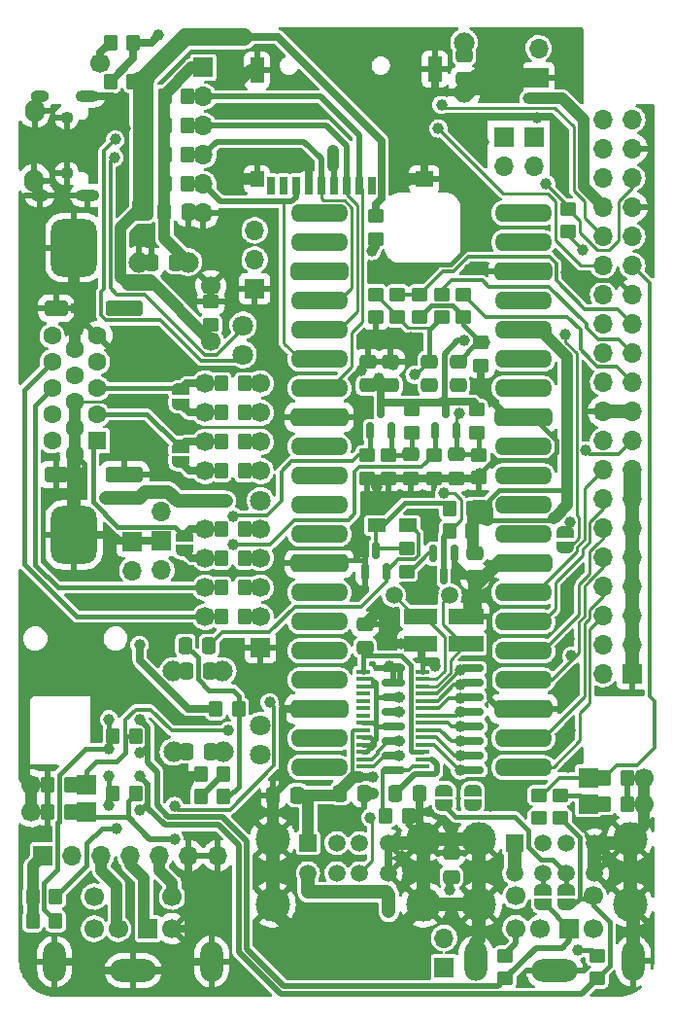
<source format=gbl>
G04 #@! TF.GenerationSoftware,KiCad,Pcbnew,6.0.11-2627ca5db0~126~ubuntu20.04.1*
G04 #@! TF.CreationDate,2024-04-17T12:53:05+05:00*
G04 #@! TF.ProjectId,16RPI24,31365250-4932-4342-9e6b-696361645f70,rev?*
G04 #@! TF.SameCoordinates,Original*
G04 #@! TF.FileFunction,Copper,L2,Bot*
G04 #@! TF.FilePolarity,Positive*
%FSLAX46Y46*%
G04 Gerber Fmt 4.6, Leading zero omitted, Abs format (unit mm)*
G04 Created by KiCad (PCBNEW 6.0.11-2627ca5db0~126~ubuntu20.04.1) date 2024-04-17 12:53:05*
%MOMM*%
%LPD*%
G01*
G04 APERTURE LIST*
G04 Aperture macros list*
%AMRoundRect*
0 Rectangle with rounded corners*
0 $1 Rounding radius*
0 $2 $3 $4 $5 $6 $7 $8 $9 X,Y pos of 4 corners*
0 Add a 4 corners polygon primitive as box body*
4,1,4,$2,$3,$4,$5,$6,$7,$8,$9,$2,$3,0*
0 Add four circle primitives for the rounded corners*
1,1,$1+$1,$2,$3*
1,1,$1+$1,$4,$5*
1,1,$1+$1,$6,$7*
1,1,$1+$1,$8,$9*
0 Add four rect primitives between the rounded corners*
20,1,$1+$1,$2,$3,$4,$5,0*
20,1,$1+$1,$4,$5,$6,$7,0*
20,1,$1+$1,$6,$7,$8,$9,0*
20,1,$1+$1,$8,$9,$2,$3,0*%
%AMFreePoly0*
4,1,31,0.278115,0.855951,0.450000,0.779423,0.602218,0.668830,0.728115,0.529007,0.822191,0.366063,0.880333,0.187121,0.900000,0.000000,0.880333,-0.187121,0.822191,-0.366063,0.728115,-0.529007,0.602218,-0.668830,0.450000,-0.779423,0.278115,-0.855951,0.094076,-0.895070,-0.094076,-0.895070,-0.278115,-0.855951,-0.450000,-0.779423,-0.602218,-0.668830,-0.728115,-0.529007,-0.822191,-0.366063,
-0.880333,-0.187121,-0.900000,0.000000,-0.880333,0.187121,-0.822191,0.366063,-0.728115,0.529007,-0.602218,0.668830,-0.450000,0.779423,-0.278115,0.855951,-0.094076,0.895070,0.094076,0.895070,0.278115,0.855951,0.278115,0.855951,$1*%
%AMFreePoly1*
4,1,22,0.500000,-0.750000,0.000000,-0.750000,0.000000,-0.745033,-0.079941,-0.743568,-0.215256,-0.701293,-0.333266,-0.622738,-0.424486,-0.514219,-0.481581,-0.384460,-0.499164,-0.250000,-0.500000,-0.250000,-0.500000,0.250000,-0.499164,0.250000,-0.499963,0.256109,-0.478152,0.396186,-0.417904,0.524511,-0.324060,0.630769,-0.204165,0.706417,-0.067858,0.745374,0.000000,0.744959,0.000000,0.750000,
0.500000,0.750000,0.500000,-0.750000,0.500000,-0.750000,$1*%
%AMFreePoly2*
4,1,20,0.000000,0.744959,0.073905,0.744508,0.209726,0.703889,0.328688,0.626782,0.421226,0.519385,0.479903,0.390333,0.500000,0.250000,0.500000,-0.250000,0.499851,-0.262216,0.476331,-0.402017,0.414519,-0.529596,0.319384,-0.634700,0.198574,-0.708877,0.061801,-0.746166,0.000000,-0.745033,0.000000,-0.750000,-0.500000,-0.750000,-0.500000,0.750000,0.000000,0.750000,0.000000,0.744959,
0.000000,0.744959,$1*%
G04 Aperture macros list end*
G04 #@! TA.AperFunction,ComponentPad*
%ADD10R,1.500000X1.500000*%
G04 #@! TD*
G04 #@! TA.AperFunction,ComponentPad*
%ADD11C,1.500000*%
G04 #@! TD*
G04 #@! TA.AperFunction,ComponentPad*
%ADD12C,3.000000*%
G04 #@! TD*
G04 #@! TA.AperFunction,ComponentPad*
%ADD13R,1.700000X1.700000*%
G04 #@! TD*
G04 #@! TA.AperFunction,ComponentPad*
%ADD14O,1.700000X1.700000*%
G04 #@! TD*
G04 #@! TA.AperFunction,ComponentPad*
%ADD15RoundRect,0.350000X-1.300000X0.350000X-1.300000X-0.350000X1.300000X-0.350000X1.300000X0.350000X0*%
G04 #@! TD*
G04 #@! TA.AperFunction,ComponentPad*
%ADD16RoundRect,0.350000X-0.700000X0.350000X-0.700000X-0.350000X0.700000X-0.350000X0.700000X0.350000X0*%
G04 #@! TD*
G04 #@! TA.AperFunction,ComponentPad*
%ADD17C,1.700000*%
G04 #@! TD*
G04 #@! TA.AperFunction,ComponentPad*
%ADD18O,2.000000X3.500000*%
G04 #@! TD*
G04 #@! TA.AperFunction,ComponentPad*
%ADD19O,4.000000X2.000000*%
G04 #@! TD*
G04 #@! TA.AperFunction,ComponentPad*
%ADD20C,1.800000*%
G04 #@! TD*
G04 #@! TA.AperFunction,ComponentPad*
%ADD21O,1.600000X1.000000*%
G04 #@! TD*
G04 #@! TA.AperFunction,ComponentPad*
%ADD22O,2.100000X1.000000*%
G04 #@! TD*
G04 #@! TA.AperFunction,ComponentPad*
%ADD23O,1.700000X2.000000*%
G04 #@! TD*
G04 #@! TA.AperFunction,ComponentPad*
%ADD24O,1.100000X1.100000*%
G04 #@! TD*
G04 #@! TA.AperFunction,ComponentPad*
%ADD25RoundRect,1.000000X-1.000000X1.500000X-1.000000X-1.500000X1.000000X-1.500000X1.000000X1.500000X0*%
G04 #@! TD*
G04 #@! TA.AperFunction,ComponentPad*
%ADD26R,1.600000X1.600000*%
G04 #@! TD*
G04 #@! TA.AperFunction,ComponentPad*
%ADD27C,1.600000*%
G04 #@! TD*
G04 #@! TA.AperFunction,ComponentPad*
%ADD28O,5.000000X1.600000*%
G04 #@! TD*
G04 #@! TA.AperFunction,ComponentPad*
%ADD29RoundRect,0.400000X-2.100000X-0.400000X2.100000X-0.400000X2.100000X0.400000X-2.100000X0.400000X0*%
G04 #@! TD*
G04 #@! TA.AperFunction,SMDPad,CuDef*
%ADD30RoundRect,0.250000X0.450000X-0.350000X0.450000X0.350000X-0.450000X0.350000X-0.450000X-0.350000X0*%
G04 #@! TD*
G04 #@! TA.AperFunction,SMDPad,CuDef*
%ADD31RoundRect,0.250000X0.337500X0.475000X-0.337500X0.475000X-0.337500X-0.475000X0.337500X-0.475000X0*%
G04 #@! TD*
G04 #@! TA.AperFunction,SMDPad,CuDef*
%ADD32RoundRect,0.250000X-0.350000X-0.450000X0.350000X-0.450000X0.350000X0.450000X-0.350000X0.450000X0*%
G04 #@! TD*
G04 #@! TA.AperFunction,SMDPad,CuDef*
%ADD33RoundRect,0.250000X-0.475000X0.337500X-0.475000X-0.337500X0.475000X-0.337500X0.475000X0.337500X0*%
G04 #@! TD*
G04 #@! TA.AperFunction,SMDPad,CuDef*
%ADD34RoundRect,0.250000X0.350000X0.450000X-0.350000X0.450000X-0.350000X-0.450000X0.350000X-0.450000X0*%
G04 #@! TD*
G04 #@! TA.AperFunction,ComponentPad*
%ADD35FreePoly0,180.000000*%
G04 #@! TD*
G04 #@! TA.AperFunction,SMDPad,CuDef*
%ADD36RoundRect,0.250000X-0.337500X-0.475000X0.337500X-0.475000X0.337500X0.475000X-0.337500X0.475000X0*%
G04 #@! TD*
G04 #@! TA.AperFunction,SMDPad,CuDef*
%ADD37FreePoly1,270.000000*%
G04 #@! TD*
G04 #@! TA.AperFunction,SMDPad,CuDef*
%ADD38FreePoly2,270.000000*%
G04 #@! TD*
G04 #@! TA.AperFunction,SMDPad,CuDef*
%ADD39RoundRect,0.250000X-0.450000X0.350000X-0.450000X-0.350000X0.450000X-0.350000X0.450000X0.350000X0*%
G04 #@! TD*
G04 #@! TA.AperFunction,SMDPad,CuDef*
%ADD40FreePoly1,90.000000*%
G04 #@! TD*
G04 #@! TA.AperFunction,SMDPad,CuDef*
%ADD41FreePoly2,90.000000*%
G04 #@! TD*
G04 #@! TA.AperFunction,SMDPad,CuDef*
%ADD42R,1.200000X0.400000*%
G04 #@! TD*
G04 #@! TA.AperFunction,SMDPad,CuDef*
%ADD43R,0.700000X1.600000*%
G04 #@! TD*
G04 #@! TA.AperFunction,SMDPad,CuDef*
%ADD44R,1.200000X2.200000*%
G04 #@! TD*
G04 #@! TA.AperFunction,SMDPad,CuDef*
%ADD45R,1.200000X1.400000*%
G04 #@! TD*
G04 #@! TA.AperFunction,SMDPad,CuDef*
%ADD46R,1.600000X1.400000*%
G04 #@! TD*
G04 #@! TA.AperFunction,ComponentPad*
%ADD47FreePoly0,270.000000*%
G04 #@! TD*
G04 #@! TA.AperFunction,SMDPad,CuDef*
%ADD48RoundRect,0.150000X0.150000X-0.587500X0.150000X0.587500X-0.150000X0.587500X-0.150000X-0.587500X0*%
G04 #@! TD*
G04 #@! TA.AperFunction,SMDPad,CuDef*
%ADD49RoundRect,0.150000X-0.150000X0.587500X-0.150000X-0.587500X0.150000X-0.587500X0.150000X0.587500X0*%
G04 #@! TD*
G04 #@! TA.AperFunction,SMDPad,CuDef*
%ADD50RoundRect,0.250000X0.475000X-0.337500X0.475000X0.337500X-0.475000X0.337500X-0.475000X-0.337500X0*%
G04 #@! TD*
G04 #@! TA.AperFunction,SMDPad,CuDef*
%ADD51R,3.048000X1.392000*%
G04 #@! TD*
G04 #@! TA.AperFunction,SMDPad,CuDef*
%ADD52R,2.921000X1.392000*%
G04 #@! TD*
G04 #@! TA.AperFunction,SMDPad,CuDef*
%ADD53R,1.600000X1.200000*%
G04 #@! TD*
G04 #@! TA.AperFunction,SMDPad,CuDef*
%ADD54RoundRect,0.150000X0.837500X0.150000X-0.837500X0.150000X-0.837500X-0.150000X0.837500X-0.150000X0*%
G04 #@! TD*
G04 #@! TA.AperFunction,ViaPad*
%ADD55C,1.000000*%
G04 #@! TD*
G04 #@! TA.AperFunction,Conductor*
%ADD56C,0.400000*%
G04 #@! TD*
G04 #@! TA.AperFunction,Conductor*
%ADD57C,1.200000*%
G04 #@! TD*
G04 #@! TA.AperFunction,Conductor*
%ADD58C,0.635000*%
G04 #@! TD*
G04 #@! TA.AperFunction,Conductor*
%ADD59C,0.500000*%
G04 #@! TD*
G04 #@! TA.AperFunction,Conductor*
%ADD60C,0.300000*%
G04 #@! TD*
G04 #@! TA.AperFunction,Conductor*
%ADD61C,1.700000*%
G04 #@! TD*
G04 #@! TA.AperFunction,Conductor*
%ADD62C,1.000000*%
G04 #@! TD*
G04 #@! TA.AperFunction,Conductor*
%ADD63C,0.254000*%
G04 #@! TD*
G04 #@! TA.AperFunction,Conductor*
%ADD64C,1.500000*%
G04 #@! TD*
G04 APERTURE END LIST*
D10*
X51000000Y-100320000D03*
D11*
X53500000Y-100320000D03*
X55500000Y-100320000D03*
X58000000Y-100320000D03*
X51000000Y-102940000D03*
X53500000Y-102940000D03*
X55500000Y-102940000D03*
X58000000Y-102940000D03*
D12*
X61070000Y-105650000D03*
X47930000Y-99970000D03*
X61070000Y-99970000D03*
X47930000Y-105650000D03*
D13*
X79275000Y-85600000D03*
D14*
X76735000Y-85600000D03*
X79275000Y-83060000D03*
X76735000Y-83060000D03*
X79275000Y-80520000D03*
X76735000Y-80520000D03*
X79275000Y-77980000D03*
X76735000Y-77980000D03*
X79275000Y-75440000D03*
X76735000Y-75440000D03*
X79275000Y-72900000D03*
X76735000Y-72900000D03*
X79275000Y-70360000D03*
X76735000Y-70360000D03*
X79275000Y-67820000D03*
X76735000Y-67820000D03*
X79275000Y-65280000D03*
X76735000Y-65280000D03*
X79275000Y-62740000D03*
X76735000Y-62740000D03*
X79275000Y-60200000D03*
X76735000Y-60200000D03*
X79275000Y-57660000D03*
X76735000Y-57660000D03*
X79275000Y-55120000D03*
X76735000Y-55120000D03*
X79275000Y-52580000D03*
X76735000Y-52580000D03*
X79275000Y-50040000D03*
X76735000Y-50040000D03*
X79275000Y-47500000D03*
X76735000Y-47500000D03*
X79275000Y-44960000D03*
X76735000Y-44960000D03*
X79275000Y-42420000D03*
X76735000Y-42420000D03*
X79275000Y-39880000D03*
X76735000Y-39880000D03*
X79275000Y-37340000D03*
X76735000Y-37340000D03*
D10*
X69000000Y-100320000D03*
D11*
X71500000Y-100320000D03*
X73500000Y-100320000D03*
X76000000Y-100320000D03*
X69000000Y-102940000D03*
X71500000Y-102940000D03*
X73500000Y-102940000D03*
X76000000Y-102940000D03*
D12*
X79070000Y-99970000D03*
X79070000Y-105650000D03*
X65930000Y-99970000D03*
X65930000Y-105650000D03*
D15*
X35000000Y-53750000D03*
D16*
X29040000Y-53750000D03*
X29040000Y-68250000D03*
D15*
X35000000Y-68250000D03*
D11*
X63373000Y-78740000D03*
X58493000Y-78740000D03*
D13*
X37060000Y-107775000D03*
D17*
X34460000Y-107775000D03*
D18*
X42610000Y-110625000D03*
X28910000Y-110625000D03*
D19*
X35760000Y-111425000D03*
D17*
X39160000Y-107775000D03*
X32360000Y-107775000D03*
X39160000Y-104975000D03*
X32360000Y-104975000D03*
D13*
X46355000Y-52055000D03*
D14*
X46355000Y-49515000D03*
X46355000Y-46975000D03*
D20*
X46863993Y-70532185D03*
D13*
X46863000Y-83312000D03*
X68115199Y-38851995D03*
D14*
X68115199Y-41391995D03*
D13*
X70739000Y-38832000D03*
D14*
X70739000Y-41372000D03*
D13*
X73800000Y-107735000D03*
D17*
X71200000Y-107735000D03*
X75900000Y-107735000D03*
D18*
X65650000Y-110585000D03*
D19*
X72500000Y-111385000D03*
D18*
X79350000Y-110585000D03*
D17*
X69100000Y-107735000D03*
X75900000Y-104935000D03*
X69100000Y-104935000D03*
D20*
X45339000Y-55240000D03*
X45339000Y-57780000D03*
D13*
X35687000Y-74036000D03*
D14*
X35687000Y-76576000D03*
D13*
X27893220Y-101414607D03*
D14*
X30433220Y-101414607D03*
X32973220Y-101414607D03*
X35513220Y-101414607D03*
X38053220Y-101414607D03*
X40593220Y-101414607D03*
X43133220Y-101414607D03*
D21*
X27615000Y-43920000D03*
X27615000Y-35280000D03*
D22*
X31795000Y-43920000D03*
X31795000Y-35280000D03*
D23*
X27157000Y-42648000D03*
D24*
X29976400Y-42013000D03*
X29976400Y-37161600D03*
D23*
X27185000Y-36552000D03*
D13*
X41883562Y-32801695D03*
D14*
X41883562Y-35341695D03*
X41883562Y-37881695D03*
X41883562Y-40421695D03*
X41883562Y-42961695D03*
X41883562Y-45501695D03*
D20*
X46805921Y-90104293D03*
X46805921Y-92644293D03*
D25*
X30600331Y-73485000D03*
X30600331Y-48485000D03*
D26*
X32650331Y-65300000D03*
D27*
X32650331Y-63010000D03*
X32650331Y-60720000D03*
X32650331Y-58430000D03*
X32650331Y-56140000D03*
X30670331Y-66445000D03*
X30670331Y-64155000D03*
X30670331Y-61865000D03*
X30670331Y-59575000D03*
X30670331Y-57285000D03*
X28690331Y-65300000D03*
X28690331Y-63010000D03*
X28690331Y-60720000D03*
X28690331Y-58430000D03*
X28690331Y-56140000D03*
D28*
X52000000Y-45470000D03*
X52000000Y-48010000D03*
D29*
X52000000Y-50550000D03*
D28*
X52000000Y-53090000D03*
X52000000Y-55630000D03*
X52000000Y-58170000D03*
X52000000Y-60710000D03*
D29*
X52000000Y-63250000D03*
D28*
X52000000Y-65790000D03*
X52000000Y-68330000D03*
X52000000Y-70870000D03*
X52000000Y-73410000D03*
D29*
X52000000Y-75950000D03*
D28*
X52000000Y-78490000D03*
X52000000Y-81030000D03*
X52000000Y-83570000D03*
X52000000Y-86110000D03*
D29*
X52000000Y-88650000D03*
D28*
X52000000Y-91190000D03*
X52000000Y-93730000D03*
X69780000Y-93730000D03*
X69780000Y-91190000D03*
D29*
X69780000Y-88650000D03*
D28*
X69780000Y-86110000D03*
X69780000Y-83570000D03*
X69780000Y-81030000D03*
X69780000Y-78490000D03*
D29*
X69780000Y-75950000D03*
D28*
X69780000Y-73410000D03*
X69780000Y-70870000D03*
X69780000Y-68330000D03*
X69780000Y-65790000D03*
D29*
X69780000Y-63250000D03*
D28*
X69780000Y-60710000D03*
X69780000Y-58170000D03*
X69780000Y-55630000D03*
X69780000Y-53090000D03*
D29*
X69780000Y-50550000D03*
D28*
X69780000Y-48010000D03*
X69780000Y-45470000D03*
D13*
X62865000Y-111125000D03*
D14*
X62865000Y-108585000D03*
X38227000Y-76566000D03*
D13*
X38227000Y-74026000D03*
D14*
X38227000Y-71486000D03*
D13*
X71120000Y-33660000D03*
D14*
X71120000Y-31120000D03*
D30*
X58041723Y-68560516D03*
X58041723Y-66560516D03*
D31*
X60727500Y-96012000D03*
X58652500Y-96012000D03*
X40550000Y-45375000D03*
X38475000Y-45375000D03*
D17*
X42037000Y-67925500D03*
D32*
X43450000Y-67925500D03*
X45450000Y-67925500D03*
D17*
X46863000Y-67925500D03*
D30*
X64579971Y-54534598D03*
X64579971Y-52534598D03*
D33*
X61600156Y-58398500D03*
X61600156Y-60473500D03*
D34*
X29000000Y-105000000D03*
X27000000Y-105000000D03*
D32*
X63348989Y-71220002D03*
X65348989Y-71220002D03*
D30*
X60741871Y-54544465D03*
X60741871Y-52544465D03*
D31*
X39461668Y-49740148D03*
D35*
X40557768Y-49740148D03*
D31*
X37386668Y-49740148D03*
D35*
X36239768Y-49740148D03*
D36*
X47984500Y-96139000D03*
X50059500Y-96139000D03*
D30*
X62655988Y-54544465D03*
X62655988Y-52544465D03*
D34*
X43661123Y-94328945D03*
X41661123Y-94328945D03*
D30*
X56141234Y-68564000D03*
X56141234Y-66564000D03*
D32*
X43450000Y-62845500D03*
D17*
X42037000Y-62845500D03*
X46863000Y-62845500D03*
D32*
X45450000Y-62845500D03*
D17*
X32893000Y-32385000D03*
D37*
X73513158Y-104379556D03*
D38*
X73513158Y-105679556D03*
D30*
X66090800Y-58734200D03*
X66090800Y-56734200D03*
D37*
X71501000Y-104379000D03*
D38*
X71501000Y-105679000D03*
D39*
X56896000Y-45736000D03*
X56896000Y-47736000D03*
D31*
X42470870Y-85337426D03*
D35*
X43566970Y-85337426D03*
D31*
X40395870Y-85337426D03*
D35*
X39248970Y-85337426D03*
D34*
X35782000Y-30607000D03*
X33782000Y-30607000D03*
D40*
X40200000Y-74850000D03*
D41*
X40200000Y-73550000D03*
D42*
X61020000Y-85407500D03*
X61020000Y-86042500D03*
X61020000Y-86677500D03*
X61020000Y-87312500D03*
X61020000Y-87947500D03*
X61020000Y-88582500D03*
X61020000Y-89217500D03*
X61020000Y-89852500D03*
X61020000Y-90487500D03*
X61020000Y-91122500D03*
X61020000Y-91757500D03*
X61020000Y-92392500D03*
X61020000Y-93027500D03*
X61020000Y-93662500D03*
X55820000Y-93662500D03*
X55820000Y-93027500D03*
X55820000Y-92392500D03*
X55820000Y-91757500D03*
X55820000Y-91122500D03*
X55820000Y-90487500D03*
X55820000Y-89852500D03*
X55820000Y-89217500D03*
X55820000Y-88582500D03*
X55820000Y-87947500D03*
X55820000Y-87312500D03*
X55820000Y-86677500D03*
X55820000Y-86042500D03*
X55820000Y-85407500D03*
D43*
X56546954Y-43122081D03*
X55446954Y-43122081D03*
X54346954Y-43122081D03*
X53246954Y-43122081D03*
X52146954Y-43122081D03*
D44*
X46546954Y-33022081D03*
X62046954Y-32922081D03*
D45*
X46546954Y-42522081D03*
D46*
X61146954Y-42522081D03*
D43*
X51046954Y-43122081D03*
X49946954Y-43122081D03*
X48846954Y-43122081D03*
X47746954Y-43122081D03*
D47*
X64609274Y-30616715D03*
D33*
X64609274Y-31712815D03*
D47*
X64609274Y-34934715D03*
D33*
X64609274Y-33787815D03*
D48*
X63942000Y-64437500D03*
X62042000Y-64437500D03*
X62992000Y-62562500D03*
D49*
X61878746Y-75127388D03*
X63778746Y-75127388D03*
X62828746Y-77002388D03*
D33*
X63948800Y-66489864D03*
X63948800Y-68564864D03*
D32*
X42958000Y-88646000D03*
X44958000Y-88646000D03*
D39*
X60059180Y-62555978D03*
X60059180Y-64555978D03*
D33*
X55968362Y-81241819D03*
X55968362Y-83316819D03*
D37*
X73406000Y-73264000D03*
D38*
X73406000Y-74564000D03*
D48*
X57865109Y-76672994D03*
X55965109Y-76672994D03*
X56915109Y-74797994D03*
D32*
X57801000Y-97917000D03*
X59801000Y-97917000D03*
D39*
X68215000Y-110125000D03*
X68215000Y-112125000D03*
D30*
X56898598Y-54541109D03*
X56898598Y-52541109D03*
D32*
X27000000Y-107100000D03*
X29000000Y-107100000D03*
X76851000Y-96901000D03*
D13*
X75438000Y-96901000D03*
D17*
X80264000Y-96901000D03*
D32*
X78851000Y-96901000D03*
D33*
X56207869Y-58398500D03*
X56207869Y-60473500D03*
D31*
X55901500Y-95984343D03*
X53826500Y-95984343D03*
D33*
X64075555Y-58398500D03*
X64075555Y-60473500D03*
D32*
X43450000Y-60305500D03*
D17*
X42037000Y-60305500D03*
D32*
X45450000Y-60305500D03*
D17*
X46863000Y-60305500D03*
D34*
X40503752Y-37845000D03*
X38503752Y-37845000D03*
X40503752Y-40385000D03*
X38503752Y-40385000D03*
D40*
X62871046Y-97024159D03*
D41*
X62871046Y-95724159D03*
D17*
X42037000Y-73005500D03*
D32*
X43450000Y-73005500D03*
D17*
X46863000Y-73005500D03*
D32*
X45450000Y-73005500D03*
D34*
X40503752Y-42925000D03*
X38503752Y-42925000D03*
D33*
X63490000Y-101197500D03*
X63490000Y-103272500D03*
D35*
X43596809Y-92374968D03*
D31*
X42500709Y-92374968D03*
X40425709Y-92374968D03*
D35*
X39278809Y-92374968D03*
D32*
X63334781Y-73138065D03*
X65334781Y-73138065D03*
D36*
X40318577Y-83107724D03*
X42393577Y-83107724D03*
D17*
X42037000Y-80625500D03*
D32*
X43450000Y-80625500D03*
X45450000Y-80625500D03*
D17*
X46863000Y-80625500D03*
X42545000Y-56615064D03*
D30*
X42545000Y-55202064D03*
D17*
X42545000Y-51789064D03*
D30*
X42545000Y-53202064D03*
X58811000Y-54541109D03*
X58811000Y-52541109D03*
D32*
X33782000Y-34036000D03*
X35782000Y-34036000D03*
X43450000Y-65385500D03*
D17*
X42037000Y-65385500D03*
D32*
X45450000Y-65385500D03*
D17*
X46863000Y-65385500D03*
D30*
X71120000Y-98155000D03*
X71120000Y-96155000D03*
D40*
X39889512Y-62111367D03*
D41*
X39889512Y-60811367D03*
D30*
X76200000Y-112125000D03*
X76200000Y-110125000D03*
D17*
X42037000Y-78085500D03*
D32*
X43450000Y-78085500D03*
X45450000Y-78085500D03*
D17*
X46863000Y-78085500D03*
D39*
X59595770Y-74689984D03*
X59595770Y-76689984D03*
D32*
X34000000Y-96000000D03*
X36000000Y-96000000D03*
D13*
X75438000Y-94615000D03*
D32*
X76851000Y-94615000D03*
D17*
X80264000Y-94615000D03*
D32*
X78851000Y-94615000D03*
D40*
X39889512Y-67150004D03*
D41*
X39889512Y-65850004D03*
D39*
X65701947Y-62553347D03*
X65701947Y-64553347D03*
D32*
X34000000Y-91000000D03*
X36000000Y-91000000D03*
D34*
X30300000Y-95250000D03*
D13*
X31713000Y-95250000D03*
D17*
X26887000Y-95250000D03*
D34*
X28300000Y-95250000D03*
D50*
X65549418Y-77138686D03*
X65549418Y-75063686D03*
D51*
X64784193Y-82986932D03*
D52*
X60783693Y-82986932D03*
X60783693Y-80578932D03*
D51*
X64784193Y-80578932D03*
D32*
X43450000Y-75505500D03*
D17*
X42037000Y-75505500D03*
D32*
X45450000Y-75505500D03*
D17*
X46863000Y-75505500D03*
D30*
X61965275Y-68535584D03*
X61965275Y-66535584D03*
D53*
X59690000Y-72658621D03*
X57023000Y-72658621D03*
D30*
X65926063Y-68515524D03*
X65926063Y-66515524D03*
D13*
X31719854Y-97573448D03*
D34*
X30306854Y-97573448D03*
D17*
X26893854Y-97573448D03*
D34*
X28306854Y-97573448D03*
D54*
X65332500Y-85090000D03*
X65332500Y-86360000D03*
X65332500Y-87630000D03*
X65332500Y-88900000D03*
X65332500Y-90170000D03*
X65332500Y-91440000D03*
X65332500Y-92710000D03*
X65332500Y-93980000D03*
X58407500Y-93980000D03*
X58407500Y-92710000D03*
X58407500Y-91440000D03*
X58407500Y-90170000D03*
X58407500Y-88900000D03*
X58407500Y-87630000D03*
X58407500Y-86360000D03*
X58407500Y-85090000D03*
D34*
X40503752Y-35305000D03*
X38503752Y-35305000D03*
D48*
X58308336Y-64437500D03*
X56408336Y-64437500D03*
X57358336Y-62562500D03*
D30*
X73025000Y-98155000D03*
X73025000Y-96155000D03*
D33*
X58223241Y-58399500D03*
X58223241Y-60474500D03*
X60004588Y-66498084D03*
X60004588Y-68573084D03*
D40*
X65374646Y-97024159D03*
D41*
X65374646Y-95724159D03*
D39*
X73660000Y-45101000D03*
X73660000Y-47101000D03*
D32*
X41665961Y-96281587D03*
X43665961Y-96281587D03*
D55*
X65063488Y-50382288D03*
X70967600Y-37185600D03*
X65549418Y-77138686D03*
X51866800Y-36576000D03*
X39727609Y-94949220D03*
X60909200Y-36576000D03*
X64058800Y-37388800D03*
X62026800Y-72085200D03*
X73761600Y-82550000D03*
X59939500Y-56318500D03*
X56642000Y-96012000D03*
X46228000Y-36525200D03*
X58476500Y-58656134D03*
X64784193Y-80578932D03*
X73863200Y-90474800D03*
X35052000Y-38100000D03*
X69596000Y-95707200D03*
X58801000Y-42545000D03*
X53594000Y-108839000D03*
X31721000Y-53750000D03*
X49631600Y-40640000D03*
X57861200Y-50241200D03*
X66294000Y-39319200D03*
X30099000Y-82677000D03*
X66090800Y-58734200D03*
X40593218Y-94949220D03*
X73710800Y-93726000D03*
X33172400Y-79298800D03*
X58133938Y-84924515D03*
X52882800Y-32613600D03*
X47984500Y-97049500D03*
X59817000Y-42545000D03*
X56985004Y-69343317D03*
X65981328Y-68187382D03*
X58023000Y-68564000D03*
X44831000Y-34163000D03*
X52578000Y-108839000D03*
X39217600Y-81635600D03*
X66903600Y-97129600D03*
X73761600Y-86004400D03*
X54914800Y-32613600D03*
X55625000Y-59186500D03*
X30099000Y-83820000D03*
X44831000Y-40259000D03*
X55630000Y-74426000D03*
X54610000Y-108839000D03*
X53898800Y-32613600D03*
X68618324Y-95707200D03*
X47984500Y-97938500D03*
X30705000Y-53750000D03*
X59107819Y-82932188D03*
X39471600Y-58928000D03*
X40436800Y-58928000D03*
X34848800Y-84378800D03*
X73812400Y-77622400D03*
X38862000Y-94949220D03*
X73498036Y-50587347D03*
X61925200Y-78587600D03*
X62077600Y-84937600D03*
X44831000Y-41656000D03*
X56896000Y-80264000D03*
X38506400Y-58928000D03*
X37669989Y-51689000D03*
X41910000Y-70532185D03*
X58978800Y-88900000D03*
X45415200Y-30149800D03*
X44145200Y-30149800D03*
X43862185Y-70532185D03*
X35433000Y-70231000D03*
X58047607Y-106290393D03*
X33401000Y-70231000D03*
X51000000Y-104594000D03*
X58039000Y-104775000D03*
X35433000Y-51689000D03*
X74549000Y-109601000D03*
X63373000Y-104350500D03*
X56624133Y-94576457D03*
X34417000Y-70231000D03*
X36576000Y-51689000D03*
X42878815Y-70532185D03*
X42875200Y-30149800D03*
X62634909Y-36036173D03*
X62376743Y-38105657D03*
X39370000Y-99949000D03*
X47653190Y-88070626D03*
X39370000Y-97094500D03*
X44058500Y-90538254D03*
X73964800Y-84009500D03*
X73823999Y-72344095D03*
X74930000Y-48641000D03*
X72140866Y-35495500D03*
X66548000Y-71018400D03*
X53213000Y-40005000D03*
X71180083Y-35495500D03*
X70219300Y-35495500D03*
X53213000Y-41402000D03*
X66548000Y-72252231D03*
X75248500Y-66141600D03*
X62885300Y-69827332D03*
X71120000Y-98155000D03*
X36322000Y-92456000D03*
X36322000Y-89535000D03*
X36322000Y-97409000D03*
X36322000Y-94488000D03*
X56434335Y-98108500D03*
X64262000Y-91440000D03*
X64262000Y-90170000D03*
X64262000Y-93980000D03*
X64262000Y-92710000D03*
X64262000Y-86529986D03*
X64262000Y-85292261D03*
X64262000Y-88927657D03*
X62871044Y-95724159D03*
X65374646Y-95724159D03*
X64262000Y-87728159D03*
X58928000Y-92710000D03*
X58928000Y-91440000D03*
X58978800Y-87630000D03*
X58645826Y-96005326D03*
X64064444Y-60571001D03*
X64174883Y-62889138D03*
X44448598Y-74362050D03*
X58041723Y-66560516D03*
X61600156Y-60473500D03*
X44440302Y-71854383D03*
X43661123Y-94328945D03*
X33655000Y-89535000D03*
X33655000Y-92075000D03*
X33655000Y-97028000D03*
X34290000Y-99060000D03*
X33655000Y-94488000D03*
X34190385Y-39067130D03*
X34131042Y-40630512D03*
X71755000Y-42926000D03*
X73469500Y-56070500D03*
X37973000Y-29972000D03*
X36322000Y-83058000D03*
X65374646Y-97024159D03*
X66381500Y-56734200D03*
X60300589Y-59549261D03*
X57150000Y-59817000D03*
X64621234Y-56580734D03*
X56560506Y-48768000D03*
D56*
X30882678Y-80625500D02*
X26289000Y-76031822D01*
X26289000Y-76031822D02*
X26289000Y-60831331D01*
X26289000Y-60831331D02*
X28690331Y-58430000D01*
X42037000Y-80625500D02*
X30882678Y-80625500D01*
D57*
X67560000Y-75950000D02*
X65549418Y-77960582D01*
D58*
X55625000Y-58981369D02*
X55625000Y-59186500D01*
D57*
X79275000Y-70360000D02*
X79275000Y-72900000D01*
D58*
X40592000Y-110538000D02*
X40505000Y-110625000D01*
D57*
X76000000Y-100320000D02*
X78720000Y-100320000D01*
D59*
X66830000Y-87785000D02*
X66830000Y-80800000D01*
D56*
X56207869Y-57025331D02*
X56898598Y-56334602D01*
D57*
X76735000Y-62740000D02*
X79275000Y-62740000D01*
D56*
X56898598Y-56334602D02*
X56898598Y-54541109D01*
D58*
X51046954Y-43122081D02*
X51046954Y-41521954D01*
D57*
X65549418Y-79813707D02*
X65549418Y-77960582D01*
D60*
X64973200Y-48514000D02*
X64973200Y-47091600D01*
D58*
X60727500Y-96012000D02*
X60727500Y-98192500D01*
X61146954Y-35881046D02*
X62093285Y-34934715D01*
X62093285Y-34934715D02*
X64609274Y-34934715D01*
D61*
X71120000Y-33660000D02*
X65883989Y-33660000D01*
D57*
X47930000Y-99970000D02*
X47930000Y-105650000D01*
X79350000Y-110585000D02*
X79350000Y-105930000D01*
D58*
X35052000Y-36449000D02*
X33883000Y-35280000D01*
D56*
X74240689Y-51330000D02*
X73498036Y-50587347D01*
D62*
X80264000Y-96901000D02*
X80264000Y-94615000D01*
D58*
X38227000Y-74026000D02*
X34529000Y-74026000D01*
X58000000Y-102940000D02*
X58000000Y-100320000D01*
D60*
X63778746Y-75127388D02*
X63778746Y-74796204D01*
D62*
X30670331Y-57285000D02*
X30670331Y-55384869D01*
D56*
X56920551Y-69343317D02*
X56985004Y-69343317D01*
D57*
X53594000Y-108839000D02*
X54610000Y-108839000D01*
D62*
X30099000Y-82677000D02*
X30099000Y-83820000D01*
D58*
X51046954Y-41521954D02*
X50165000Y-40640000D01*
D62*
X44831000Y-42545000D02*
X44853919Y-42522081D01*
D58*
X65604710Y-68564000D02*
X65981328Y-68187382D01*
D62*
X47984500Y-96139000D02*
X47984500Y-97049500D01*
D57*
X60720000Y-100320000D02*
X61070000Y-99970000D01*
D62*
X26893854Y-95256854D02*
X26887000Y-95250000D01*
D57*
X30600331Y-67785931D02*
X30600331Y-66515000D01*
D60*
X55380000Y-74676000D02*
X48717200Y-74676000D01*
D56*
X61020000Y-84776000D02*
X61020000Y-83223239D01*
X64617600Y-48802982D02*
X64617600Y-47396400D01*
D63*
X61146954Y-35881046D02*
X61146954Y-36338246D01*
D56*
X67178710Y-66990000D02*
X65981328Y-68187382D01*
X56208869Y-58399500D02*
X56207869Y-58398500D01*
D57*
X79350000Y-105930000D02*
X79070000Y-105650000D01*
D62*
X56896000Y-80264000D02*
X56896000Y-80314181D01*
D63*
X58223241Y-58402875D02*
X58476500Y-58656134D01*
D56*
X52000000Y-75950000D02*
X52258000Y-75692000D01*
X56141234Y-68564000D02*
X56920551Y-69343317D01*
D62*
X47984500Y-99915500D02*
X47930000Y-99970000D01*
D56*
X63433382Y-49987200D02*
X64617600Y-48802982D01*
D62*
X80262203Y-96902797D02*
X80264000Y-96901000D01*
D56*
X69780000Y-63250000D02*
X70637056Y-63250000D01*
D58*
X59801000Y-97917000D02*
X60452000Y-97917000D01*
X48772000Y-95351500D02*
X47984500Y-96139000D01*
D59*
X63778746Y-75127388D02*
X63778746Y-75970746D01*
D60*
X48717200Y-74676000D02*
X48514000Y-74879200D01*
D58*
X60452000Y-97917000D02*
X60727500Y-98192500D01*
D62*
X30670331Y-67715931D02*
X30670331Y-61865000D01*
D57*
X47930000Y-106223000D02*
X47930000Y-105650000D01*
D58*
X40593220Y-107773780D02*
X40593220Y-101414607D01*
D57*
X65650000Y-110585000D02*
X65650000Y-108975000D01*
D58*
X35052000Y-38100000D02*
X35052000Y-36449000D01*
D57*
X65930000Y-108695000D02*
X65930000Y-105650000D01*
X50546000Y-108839000D02*
X52578000Y-108839000D01*
X65549418Y-77960582D02*
X65549418Y-77138686D01*
D63*
X58407500Y-85090000D02*
X58242015Y-84924515D01*
D62*
X56896000Y-80314181D02*
X55968362Y-81241819D01*
D57*
X61070000Y-105650000D02*
X65930000Y-105650000D01*
D62*
X56614343Y-95984343D02*
X56642000Y-96012000D01*
D58*
X33883000Y-35280000D02*
X31795000Y-35280000D01*
X40505000Y-110625000D02*
X42610000Y-110625000D01*
X68431600Y-63250000D02*
X69780000Y-63250000D01*
D62*
X30803531Y-52342731D02*
X31721000Y-53260200D01*
D58*
X33988000Y-73485000D02*
X30600331Y-73485000D01*
D62*
X30670331Y-55384869D02*
X31721000Y-54334200D01*
D58*
X40592000Y-107775000D02*
X40592000Y-110538000D01*
X45085000Y-40640000D02*
X44831000Y-40894000D01*
D62*
X44853919Y-42522081D02*
X46546954Y-42522081D01*
X30099000Y-83820000D02*
X26263600Y-87655400D01*
D59*
X59939500Y-56318500D02*
X58895900Y-56318500D01*
D62*
X44831000Y-41656000D02*
X44831000Y-42545000D01*
D57*
X65930000Y-99970000D02*
X65930000Y-105650000D01*
X30600331Y-73485000D02*
X30600331Y-67785931D01*
D63*
X52000000Y-63250000D02*
X48662400Y-63250000D01*
D60*
X58115200Y-49987200D02*
X61112400Y-49987200D01*
D59*
X66608932Y-80578932D02*
X64784193Y-80578932D01*
X58407500Y-86360000D02*
X59055000Y-86360000D01*
D60*
X55630000Y-74426000D02*
X55380000Y-74676000D01*
D63*
X47853600Y-64058800D02*
X47853600Y-64109600D01*
D56*
X71977056Y-66990000D02*
X67178710Y-66990000D01*
D63*
X48662400Y-63250000D02*
X47853600Y-64058800D01*
D56*
X79275000Y-52580000D02*
X78025000Y-51330000D01*
D62*
X59817000Y-42545000D02*
X58801000Y-42545000D01*
X30600331Y-67785931D02*
X30670331Y-67715931D01*
D56*
X61020000Y-83223239D02*
X60728949Y-82932188D01*
D58*
X50165000Y-40640000D02*
X49631600Y-40640000D01*
D57*
X78720000Y-100320000D02*
X79070000Y-99970000D01*
D56*
X61020000Y-85407500D02*
X61020000Y-84776000D01*
D59*
X58895900Y-56318500D02*
X58223241Y-56991159D01*
D57*
X79070000Y-105650000D02*
X79070000Y-99970000D01*
D59*
X59055000Y-84924515D02*
X58133938Y-84924515D01*
D58*
X60727500Y-98192500D02*
X60727500Y-99627500D01*
D62*
X59839919Y-42522081D02*
X59817000Y-42545000D01*
D58*
X56141234Y-68564000D02*
X65604710Y-68564000D01*
D63*
X40132000Y-64109600D02*
X37887400Y-61865000D01*
D60*
X61112400Y-49987200D02*
X63500000Y-49987200D01*
D57*
X63606000Y-99970000D02*
X65930000Y-99970000D01*
D56*
X58223241Y-58399500D02*
X56208869Y-58399500D01*
X60728949Y-82932188D02*
X59107819Y-82932188D01*
D61*
X65883989Y-33660000D02*
X64609274Y-34934715D01*
D57*
X30600331Y-66515000D02*
X30670331Y-66445000D01*
X63490000Y-100086000D02*
X63606000Y-99970000D01*
D58*
X62093285Y-34934715D02*
X62046954Y-34888384D01*
D56*
X72680000Y-66287056D02*
X71977056Y-66990000D01*
D59*
X66830000Y-80800000D02*
X66608932Y-80578932D01*
X67695000Y-88650000D02*
X66830000Y-87785000D01*
D62*
X47984500Y-97938500D02*
X47984500Y-99915500D01*
D58*
X44831000Y-40894000D02*
X44831000Y-41656000D01*
D63*
X61146954Y-36338246D02*
X60909200Y-36576000D01*
D57*
X64784193Y-80578932D02*
X65549418Y-79813707D01*
D59*
X40593220Y-94949220D02*
X41213495Y-94328945D01*
D57*
X63490000Y-101197500D02*
X63490000Y-100086000D01*
D60*
X63778746Y-74796204D02*
X63754000Y-74771458D01*
D57*
X61070000Y-99970000D02*
X63606000Y-99970000D01*
D62*
X79070000Y-99970000D02*
X80262203Y-98777797D01*
D56*
X72680000Y-65292944D02*
X72680000Y-66287056D01*
D58*
X62046954Y-34888384D02*
X62046954Y-32922081D01*
D63*
X47853600Y-64109600D02*
X40132000Y-64109600D01*
D58*
X66090800Y-60909200D02*
X68431600Y-63250000D01*
X48772000Y-88650000D02*
X48772000Y-95351500D01*
X49631600Y-40640000D02*
X45085000Y-40640000D01*
D62*
X61146954Y-42522081D02*
X59839919Y-42522081D01*
D58*
X52000000Y-88650000D02*
X48772000Y-88650000D01*
D63*
X37887400Y-61865000D02*
X30670331Y-61865000D01*
D57*
X65650000Y-108975000D02*
X65930000Y-108695000D01*
D60*
X63500000Y-49987200D02*
X64973200Y-48514000D01*
D58*
X28910000Y-110625000D02*
X31123000Y-110625000D01*
D57*
X54610000Y-108839000D02*
X57881000Y-108839000D01*
D62*
X30600331Y-52342731D02*
X30803531Y-52342731D01*
D63*
X61916000Y-84776000D02*
X62077600Y-84937600D01*
D62*
X30600331Y-48485000D02*
X30600331Y-52342731D01*
D57*
X76000000Y-102940000D02*
X76000000Y-100320000D01*
D58*
X66090800Y-58734200D02*
X66090800Y-60909200D01*
D57*
X50546000Y-108839000D02*
X47930000Y-106223000D01*
X61070000Y-99970000D02*
X61070000Y-105650000D01*
X58000000Y-100320000D02*
X60720000Y-100320000D01*
D58*
X34529000Y-74026000D02*
X33988000Y-73485000D01*
D62*
X47984500Y-97049500D02*
X47984500Y-97938500D01*
D58*
X31923000Y-111425000D02*
X35760000Y-111425000D01*
D60*
X65549418Y-77138686D02*
X65727229Y-76960875D01*
D56*
X52258000Y-75692000D02*
X55880000Y-75692000D01*
D62*
X31721000Y-54334200D02*
X31721000Y-53750000D01*
D56*
X70637056Y-63250000D02*
X72680000Y-65292944D01*
D57*
X79275000Y-72900000D02*
X79275000Y-85600000D01*
D62*
X45971919Y-33022081D02*
X44831000Y-34163000D01*
X31721000Y-53260200D02*
X31721000Y-53750000D01*
D58*
X39160000Y-107775000D02*
X40592000Y-107775000D01*
D56*
X56207869Y-58398500D02*
X56207869Y-57025331D01*
D63*
X58242015Y-84924515D02*
X58133938Y-84924515D01*
D58*
X61146954Y-42522081D02*
X61146954Y-35881046D01*
D63*
X61020000Y-84776000D02*
X61916000Y-84776000D01*
D57*
X57881000Y-108839000D02*
X61070000Y-105650000D01*
D58*
X31123000Y-110625000D02*
X31923000Y-111425000D01*
D62*
X46546954Y-33022081D02*
X45971919Y-33022081D01*
D58*
X56207869Y-58398500D02*
X55625000Y-58981369D01*
D57*
X69780000Y-75950000D02*
X67560000Y-75950000D01*
D59*
X58223241Y-56991159D02*
X58223241Y-58399500D01*
D62*
X55901500Y-95984343D02*
X56614343Y-95984343D01*
X26893854Y-97573448D02*
X26893854Y-95256854D01*
D58*
X40592000Y-107775000D02*
X40593220Y-107773780D01*
X39705000Y-111425000D02*
X40505000Y-110625000D01*
D63*
X58223241Y-58399500D02*
X58223241Y-58402875D01*
D62*
X65405000Y-79958125D02*
X64784193Y-80578932D01*
X80262203Y-98777797D02*
X80262203Y-96902797D01*
D59*
X59055000Y-86360000D02*
X59055000Y-84924515D01*
X41213495Y-94328945D02*
X41661123Y-94328945D01*
D62*
X26263600Y-94626600D02*
X26887000Y-95250000D01*
D56*
X78025000Y-51330000D02*
X74240689Y-51330000D01*
D60*
X57861200Y-50241200D02*
X58115200Y-49987200D01*
D64*
X79275000Y-67820000D02*
X79275000Y-70360000D01*
D59*
X69780000Y-88650000D02*
X67695000Y-88650000D01*
D56*
X61468000Y-68564000D02*
X58023000Y-68564000D01*
D59*
X63778746Y-75970746D02*
X64946686Y-77138686D01*
D58*
X60727500Y-99627500D02*
X61070000Y-99970000D01*
X35760000Y-111425000D02*
X39705000Y-111425000D01*
D56*
X61112400Y-49987200D02*
X63433382Y-49987200D01*
X55965109Y-75777109D02*
X55965109Y-76672994D01*
D62*
X26263600Y-87655400D02*
X26263600Y-94626600D01*
D57*
X52578000Y-108839000D02*
X53594000Y-108839000D01*
D56*
X55880000Y-75692000D02*
X55965109Y-75777109D01*
X58023000Y-68564000D02*
X56141234Y-68564000D01*
X29190500Y-78085500D02*
X42037000Y-78085500D01*
X27178000Y-76073000D02*
X29190500Y-78085500D01*
X28690331Y-60720000D02*
X27178000Y-62232331D01*
X27178000Y-62232331D02*
X27178000Y-76073000D01*
D58*
X40855500Y-75505500D02*
X40200000Y-74850000D01*
X42037000Y-75505500D02*
X40855500Y-75505500D01*
X42037000Y-73005500D02*
X40744500Y-73005500D01*
D56*
X42037000Y-73005500D02*
X43450000Y-73005500D01*
X34422000Y-72776000D02*
X32258000Y-70612000D01*
X39426000Y-72776000D02*
X34422000Y-72776000D01*
D58*
X40744500Y-73005500D02*
X40200000Y-73550000D01*
D56*
X32258000Y-65692331D02*
X32650331Y-65300000D01*
X43450000Y-72755000D02*
X43450000Y-73005500D01*
X40200000Y-73550000D02*
X39426000Y-72776000D01*
X32258000Y-70612000D02*
X32258000Y-65692331D01*
D58*
X40665008Y-67925500D02*
X39889512Y-67150004D01*
X42037000Y-67925500D02*
X40665008Y-67925500D01*
D56*
X36975000Y-63010000D02*
X39350500Y-65385500D01*
X32650331Y-63010000D02*
X36975000Y-63010000D01*
X39350500Y-65385500D02*
X40354016Y-65385500D01*
D58*
X42037000Y-65385500D02*
X40354016Y-65385500D01*
X40354016Y-65385500D02*
X39889512Y-65850004D01*
X42037000Y-62845500D02*
X40623645Y-62845500D01*
X40623645Y-62845500D02*
X39889512Y-62111367D01*
D56*
X39798145Y-60720000D02*
X39889512Y-60811367D01*
D58*
X40395379Y-60305500D02*
X39889512Y-60811367D01*
X42037000Y-60305500D02*
X40395379Y-60305500D01*
D56*
X32650331Y-60720000D02*
X39798145Y-60720000D01*
D57*
X35433000Y-70231000D02*
X34417000Y-70231000D01*
D62*
X55483857Y-94563231D02*
X54988089Y-94563231D01*
D58*
X56896000Y-45736000D02*
X56896000Y-44704000D01*
D62*
X51308000Y-96139000D02*
X53671843Y-96139000D01*
D60*
X53826500Y-95984343D02*
X54850000Y-94960843D01*
D58*
X63373000Y-103389500D02*
X63490000Y-103272500D01*
D62*
X27000000Y-107100000D02*
X27000000Y-102307827D01*
X37024500Y-45593000D02*
X37024500Y-33722500D01*
X37618937Y-51689000D02*
X37669989Y-51740052D01*
X35433000Y-51689000D02*
X36576000Y-51689000D01*
X42545000Y-56615064D02*
X37270084Y-51340148D01*
D57*
X58047607Y-104783607D02*
X58039000Y-104775000D01*
D62*
X36195000Y-44577000D02*
X36251500Y-44520500D01*
D57*
X51000000Y-102940000D02*
X51000000Y-104594000D01*
D58*
X56610907Y-94563231D02*
X56624133Y-94576457D01*
D59*
X68215000Y-110125000D02*
X68215000Y-109966000D01*
D58*
X57414454Y-39179906D02*
X48384348Y-30149800D01*
D59*
X69100000Y-109081000D02*
X69100000Y-107735000D01*
D58*
X63373000Y-104350500D02*
X63373000Y-103389500D01*
D62*
X36251500Y-44520500D02*
X36251500Y-34505500D01*
D58*
X57414454Y-44185546D02*
X57414454Y-39179906D01*
D62*
X36576000Y-51689000D02*
X37618937Y-51689000D01*
D60*
X54850000Y-94728000D02*
X54850000Y-90592500D01*
D62*
X35750500Y-45656500D02*
X36195000Y-45212000D01*
D63*
X55319088Y-94728000D02*
X55483857Y-94563231D01*
D60*
X54955000Y-90487500D02*
X55820000Y-90487500D01*
X54850000Y-94960843D02*
X54850000Y-94728000D01*
D64*
X40335200Y-30149800D02*
X45415200Y-30149800D01*
X36957000Y-33655000D02*
X36957000Y-33528000D01*
D57*
X36322000Y-70231000D02*
X35433000Y-70231000D01*
X57858000Y-104594000D02*
X58039000Y-104775000D01*
D58*
X56896000Y-44704000D02*
X57414454Y-44185546D01*
D57*
X69000000Y-102940000D02*
X69000000Y-100320000D01*
D62*
X36251500Y-34505500D02*
X35782000Y-34036000D01*
X51000000Y-100320000D02*
X51000000Y-96447000D01*
X54988089Y-94563231D02*
X53826500Y-95724820D01*
X36163000Y-33655000D02*
X35782000Y-34036000D01*
X50059500Y-96139000D02*
X51308000Y-96139000D01*
D56*
X75676000Y-109601000D02*
X76200000Y-110125000D01*
D62*
X37270084Y-51340148D02*
X34957148Y-51340148D01*
D58*
X48384348Y-30149800D02*
X45415200Y-30149800D01*
D62*
X37024500Y-33722500D02*
X36957000Y-33655000D01*
X35306000Y-51689000D02*
X35433000Y-51689000D01*
D56*
X74549000Y-109601000D02*
X75676000Y-109601000D01*
D57*
X38824453Y-69750000D02*
X36803000Y-69750000D01*
D62*
X36957000Y-33655000D02*
X36163000Y-33655000D01*
D57*
X58047607Y-106290393D02*
X58047607Y-104783607D01*
D62*
X34639768Y-46767232D02*
X35750500Y-45656500D01*
X34957148Y-51340148D02*
X35306000Y-51689000D01*
X51000000Y-96447000D02*
X51308000Y-96139000D01*
X53826500Y-95724820D02*
X53826500Y-95984343D01*
D57*
X39606638Y-70532185D02*
X38824453Y-69750000D01*
D62*
X34639768Y-51022768D02*
X34639768Y-46767232D01*
D58*
X55483857Y-94563231D02*
X56610907Y-94563231D01*
D63*
X54850000Y-94728000D02*
X55319088Y-94728000D01*
D62*
X36195000Y-45212000D02*
X36195000Y-44577000D01*
D57*
X36803000Y-69750000D02*
X36322000Y-70231000D01*
D60*
X54850000Y-90592500D02*
X54955000Y-90487500D01*
D62*
X37024500Y-45593000D02*
X35814000Y-45593000D01*
X27000000Y-102307827D02*
X27893220Y-101414607D01*
D59*
X68215000Y-109966000D02*
X69100000Y-109081000D01*
D62*
X53671843Y-96139000D02*
X53826500Y-95984343D01*
X34957148Y-51340148D02*
X34639768Y-51022768D01*
D57*
X43862185Y-70532185D02*
X39606638Y-70532185D01*
X34417000Y-70231000D02*
X33401000Y-70231000D01*
D62*
X35814000Y-45593000D02*
X35750500Y-45656500D01*
D64*
X36957000Y-33528000D02*
X40335200Y-30149800D01*
D59*
X36195000Y-44577000D02*
X36957000Y-44577000D01*
D62*
X37270084Y-51340148D02*
X37669989Y-51740052D01*
D57*
X51000000Y-104594000D02*
X57858000Y-104594000D01*
D63*
X62920736Y-36322000D02*
X62634909Y-36036173D01*
X75140501Y-45905501D02*
X75140501Y-44469224D01*
X76735000Y-47500000D02*
X75140501Y-45905501D01*
X74158499Y-43487222D02*
X74158499Y-37957151D01*
X74158499Y-37957151D02*
X72523348Y-36322000D01*
X72523348Y-36322000D02*
X62920736Y-36322000D01*
X75140501Y-44469224D02*
X74158499Y-43487222D01*
X71940152Y-43752500D02*
X68023586Y-43752500D01*
X72607000Y-47842000D02*
X72607000Y-44419348D01*
X76735000Y-50040000D02*
X74805000Y-50040000D01*
X68023586Y-43752500D02*
X62376743Y-38105657D01*
X74805000Y-50040000D02*
X72607000Y-47842000D01*
X72607000Y-44419348D02*
X71940152Y-43752500D01*
D59*
X52146954Y-43122081D02*
X52146954Y-40716954D01*
D63*
X54827000Y-51963000D02*
X53700000Y-53090000D01*
X52313873Y-44343000D02*
X54166819Y-44343000D01*
D59*
X43062257Y-39243000D02*
X41883562Y-40421695D01*
D63*
X54166819Y-44343000D02*
X54827000Y-45003183D01*
X52146954Y-43122081D02*
X52146954Y-44176081D01*
X52146954Y-44176081D02*
X52313873Y-44343000D01*
D59*
X50673000Y-39243000D02*
X43062257Y-39243000D01*
D63*
X54827000Y-45003183D02*
X54827000Y-51963000D01*
X53700000Y-53090000D02*
X52000000Y-53090000D01*
D59*
X52146954Y-40716954D02*
X50673000Y-39243000D01*
D63*
X54346954Y-43881789D02*
X55280501Y-44815337D01*
X54346954Y-43122081D02*
X54346954Y-43881789D01*
X55299499Y-54030501D02*
X53700000Y-55630000D01*
D59*
X54346954Y-43122081D02*
X54346954Y-39614954D01*
D63*
X55280501Y-44815337D02*
X55280501Y-49470696D01*
X53700000Y-55630000D02*
X52000000Y-55630000D01*
D59*
X54346954Y-39614954D02*
X52613695Y-37881695D01*
D63*
X55299499Y-49489694D02*
X55299499Y-54030501D01*
X55280501Y-49470696D02*
X55299499Y-49489694D01*
D59*
X52613695Y-37881695D02*
X41883562Y-37881695D01*
D63*
X49946954Y-43826081D02*
X49523954Y-44249081D01*
D59*
X49569035Y-44450000D02*
X49946954Y-44072081D01*
D63*
X50300000Y-58170000D02*
X52000000Y-58170000D01*
D59*
X41883562Y-42961695D02*
X43371867Y-44450000D01*
D63*
X49523954Y-44249081D02*
X49222919Y-44249081D01*
D59*
X43371867Y-44450000D02*
X49569035Y-44450000D01*
D63*
X48895000Y-56765000D02*
X50300000Y-58170000D01*
D59*
X49946954Y-44072081D02*
X49946954Y-43122081D01*
D63*
X49946954Y-43122081D02*
X49946954Y-43826081D01*
X49222919Y-44249081D02*
X48895000Y-44577000D01*
X48895000Y-44577000D02*
X48895000Y-56765000D01*
D59*
X55446954Y-43122081D02*
X55446954Y-38682954D01*
D63*
X55734002Y-49282850D02*
X55753000Y-49301848D01*
X54827000Y-58831152D02*
X52948152Y-60710000D01*
X55753000Y-49301848D02*
X55753000Y-54912645D01*
X55734002Y-43409129D02*
X55734002Y-49282850D01*
X54827000Y-55838645D02*
X54827000Y-58831152D01*
X55446954Y-43122081D02*
X55734002Y-43409129D01*
X55753000Y-54912645D02*
X54827000Y-55838645D01*
D59*
X52105695Y-35341695D02*
X41883562Y-35341695D01*
D63*
X52948152Y-60710000D02*
X52000000Y-60710000D01*
D59*
X55446954Y-38682954D02*
X52105695Y-35341695D01*
X35306000Y-98044000D02*
X37211000Y-99949000D01*
X37211000Y-99949000D02*
X39370000Y-99949000D01*
D60*
X48055921Y-88473357D02*
X48055921Y-93549079D01*
D56*
X32190406Y-98044000D02*
X31719854Y-97573448D01*
D60*
X48055921Y-93549079D02*
X44196000Y-97409000D01*
D56*
X36000000Y-96000000D02*
X35306000Y-96694000D01*
D60*
X39684500Y-97409000D02*
X39370000Y-97094500D01*
X47653190Y-88070626D02*
X48055921Y-88473357D01*
X44196000Y-97409000D02*
X39684500Y-97409000D01*
D56*
X35306000Y-98044000D02*
X32190406Y-98044000D01*
X35306000Y-96694000D02*
X35306000Y-98044000D01*
X32512000Y-93218000D02*
X31713000Y-94017000D01*
D60*
X44058500Y-90538254D02*
X39103254Y-90538254D01*
D56*
X35052000Y-92456000D02*
X34290000Y-93218000D01*
D60*
X37250000Y-88685000D02*
X35969918Y-88685000D01*
X39103254Y-90538254D02*
X37250000Y-88685000D01*
D56*
X34290000Y-93218000D02*
X32512000Y-93218000D01*
D60*
X35969918Y-88685000D02*
X35052000Y-89602918D01*
D56*
X36000000Y-91000000D02*
X35238000Y-91000000D01*
X31713000Y-94017000D02*
X31713000Y-95250000D01*
X35052000Y-91186000D02*
X35052000Y-92456000D01*
D60*
X35052000Y-89602918D02*
X35052000Y-91186000D01*
D56*
X35238000Y-91000000D02*
X35052000Y-91186000D01*
D63*
X75558000Y-81697000D02*
X75558000Y-88170400D01*
X74726800Y-89001600D02*
X74726800Y-91389200D01*
X74726800Y-91389200D02*
X72386000Y-93730000D01*
X76735000Y-80520000D02*
X75558000Y-81697000D01*
X72386000Y-93730000D02*
X69780000Y-93730000D01*
X75558000Y-88170400D02*
X74726800Y-89001600D01*
X76735000Y-77980000D02*
X76735000Y-78855470D01*
X75558000Y-80774695D02*
X75104000Y-81228695D01*
X76735000Y-78855470D02*
X75558000Y-80032470D01*
X71480000Y-91190000D02*
X69780000Y-91190000D01*
X75104000Y-87566000D02*
X71480000Y-91190000D01*
X75104000Y-81228695D02*
X75104000Y-87566000D01*
X75558000Y-80032470D02*
X75558000Y-80774695D01*
X74650000Y-83744400D02*
X72284400Y-86110000D01*
X74650000Y-81041347D02*
X74650000Y-83744400D01*
X75104000Y-77950044D02*
X75104000Y-80587348D01*
X72284400Y-86110000D02*
X69780000Y-86110000D01*
X76735000Y-75440000D02*
X76735000Y-76319044D01*
X75558000Y-77492470D02*
X75558000Y-77496044D01*
X75558000Y-77496044D02*
X75104000Y-77950044D01*
X76251044Y-76803000D02*
X76247470Y-76803000D01*
X76735000Y-76319044D02*
X76251044Y-76803000D01*
X75104000Y-80587348D02*
X74650000Y-81041347D01*
X76247470Y-76803000D02*
X75558000Y-77492470D01*
X76735000Y-72900000D02*
X76735000Y-73785400D01*
X74650000Y-77762696D02*
X74650000Y-80400000D01*
X75104499Y-77308197D02*
X74650000Y-77762696D01*
X76257400Y-74263000D02*
X76247470Y-74263000D01*
X75558000Y-76851122D02*
X75104499Y-77304624D01*
X75558000Y-74952470D02*
X75558000Y-76851122D01*
X76247470Y-74263000D02*
X75558000Y-74952470D01*
X71480000Y-83570000D02*
X69780000Y-83570000D01*
X76735000Y-73785400D02*
X76257400Y-74263000D01*
X74650000Y-80400000D02*
X71480000Y-83570000D01*
X75104499Y-77304624D02*
X75104499Y-77308197D01*
X74937000Y-74728850D02*
X74937000Y-75278600D01*
X76735000Y-70360000D02*
X76735000Y-71235470D01*
X74937000Y-75278600D02*
X72607000Y-77608600D01*
X72607000Y-77608600D02*
X72607000Y-79903000D01*
X72607000Y-79903000D02*
X71480000Y-81030000D01*
X76735000Y-71235470D02*
X75558499Y-72411971D01*
X75558499Y-72411971D02*
X75558499Y-74107351D01*
X71480000Y-81030000D02*
X69780000Y-81030000D01*
X75558499Y-74107351D02*
X74937000Y-74728850D01*
X75104499Y-73919299D02*
X75104499Y-69450501D01*
X74483000Y-74919800D02*
X74483000Y-74540798D01*
X75104499Y-69450501D02*
X76735000Y-67820000D01*
X70912800Y-78490000D02*
X74483000Y-74919800D01*
X69780000Y-78490000D02*
X70912800Y-78490000D01*
X74483000Y-74540798D02*
X75104499Y-73919299D01*
X69780000Y-73410000D02*
X70533819Y-73410000D01*
X73823999Y-72846001D02*
X73823999Y-72344095D01*
X73406000Y-73264000D02*
X73823999Y-72846001D01*
X73660000Y-47371000D02*
X74930000Y-48641000D01*
D62*
X71235300Y-35495500D02*
X70496700Y-35495500D01*
X66276972Y-70975972D02*
X66276972Y-71391028D01*
X66276972Y-71391028D02*
X65913000Y-71755000D01*
X73189100Y-35495500D02*
X72140867Y-35495500D01*
D56*
X66848472Y-70404472D02*
X66848472Y-71094848D01*
D62*
X40863554Y-32801695D02*
X38475000Y-35190249D01*
X66548000Y-71018400D02*
X66276972Y-70975972D01*
X65345505Y-71223486D02*
X65345505Y-72203505D01*
D56*
X73279000Y-69596000D02*
X67656944Y-69596000D01*
X66664391Y-72210000D02*
X66622160Y-72252231D01*
D62*
X69780000Y-55630000D02*
X71225152Y-55630000D01*
D58*
X65394231Y-72252231D02*
X65345505Y-72203505D01*
D62*
X66276972Y-70975972D02*
X65593019Y-70975972D01*
D63*
X73660000Y-47101000D02*
X73660000Y-47371000D01*
D62*
X71225152Y-55630000D02*
X73580000Y-57984848D01*
D56*
X66848472Y-71094848D02*
X66622160Y-71321160D01*
D62*
X73580000Y-57984848D02*
X73580000Y-70891744D01*
X66622160Y-72252231D02*
X66622160Y-71321160D01*
D56*
X66848472Y-70404472D02*
X66276972Y-70975972D01*
X67656944Y-69596000D02*
X66848472Y-70404472D01*
D62*
X65345505Y-72203505D02*
X65345505Y-73846495D01*
D56*
X72400612Y-72210000D02*
X66664391Y-72210000D01*
X66848472Y-70404472D02*
X66032942Y-71220002D01*
D62*
X76735000Y-44960000D02*
X76735000Y-44894168D01*
D59*
X53246954Y-41435954D02*
X53213000Y-41402000D01*
D62*
X38475000Y-35190249D02*
X38475000Y-45375000D01*
X65593019Y-70975972D02*
X65348989Y-71220002D01*
X66622160Y-71321160D02*
X66548000Y-71018400D01*
X72624499Y-71847245D02*
X72624499Y-71847744D01*
X75031600Y-37338000D02*
X73189100Y-35495500D01*
X65345505Y-74859773D02*
X65549418Y-75063686D01*
X38475000Y-45375000D02*
X38475000Y-47657380D01*
X73580000Y-70891744D02*
X72624499Y-71847245D01*
D56*
X76735000Y-44960000D02*
X75082400Y-43307400D01*
D62*
X41883562Y-32801695D02*
X40863554Y-32801695D01*
X38475000Y-47657380D02*
X40557768Y-49740148D01*
X72624499Y-71847744D02*
X72400612Y-72071631D01*
X76735000Y-44894168D02*
X75031600Y-43190768D01*
D57*
X76735000Y-44960000D02*
X76735000Y-44737998D01*
D62*
X72200500Y-35495500D02*
X72140867Y-35495500D01*
X65348989Y-71220002D02*
X65345505Y-71223486D01*
X65345505Y-73846495D02*
X65345505Y-74859773D01*
X53213000Y-40005000D02*
X53213000Y-41402000D01*
X72263000Y-35433000D02*
X72200500Y-35495500D01*
D58*
X66622160Y-72252231D02*
X65394231Y-72252231D01*
D59*
X53246954Y-43122081D02*
X53246954Y-41435954D01*
D56*
X66032942Y-71220002D02*
X65348989Y-71220002D01*
D62*
X75031600Y-43190768D02*
X75031600Y-37338000D01*
D56*
X72421806Y-72231194D02*
X72400612Y-72210000D01*
D62*
X72140867Y-35495500D02*
X71235300Y-35495500D01*
D60*
X75438000Y-94615000D02*
X76851000Y-94615000D01*
X81178400Y-92049600D02*
X79663000Y-93565000D01*
X72916472Y-94615000D02*
X71376472Y-96155000D01*
X77901000Y-93565000D02*
X76851000Y-94615000D01*
X80822800Y-51587800D02*
X80822800Y-87579200D01*
X79663000Y-93565000D02*
X77901000Y-93565000D01*
X79275000Y-50040000D02*
X80822800Y-51587800D01*
X80822800Y-87579200D02*
X81178400Y-87934800D01*
X81178400Y-87934800D02*
X81178400Y-92049600D01*
X75438000Y-94615000D02*
X72916472Y-94615000D01*
X71376472Y-96155000D02*
X71120000Y-96155000D01*
D56*
X74692000Y-96155000D02*
X75438000Y-96901000D01*
X73025000Y-96155000D02*
X74692000Y-96155000D01*
D59*
X62828746Y-77002388D02*
X62854002Y-76977132D01*
D60*
X75586900Y-66480000D02*
X78075000Y-66480000D01*
D59*
X62854002Y-73618844D02*
X63334781Y-73138065D01*
D63*
X63759310Y-69827332D02*
X62885300Y-69827332D01*
X63334781Y-73138065D02*
X64363600Y-72109246D01*
D60*
X75248500Y-66141600D02*
X75586900Y-66480000D01*
D63*
X64363600Y-70431622D02*
X63759310Y-69827332D01*
X64363600Y-72109246D02*
X64363600Y-70431622D01*
D59*
X62854002Y-76977132D02*
X62854002Y-73618844D01*
D60*
X78075000Y-66480000D02*
X79275000Y-65280000D01*
X75263001Y-55451001D02*
X76272000Y-56460000D01*
X66777499Y-51895901D02*
X72017499Y-51895901D01*
X76272000Y-56460000D02*
X78075000Y-56460000D01*
X62655988Y-52152012D02*
X63500000Y-51308000D01*
X66189598Y-51308000D02*
X66777499Y-51895901D01*
X62655988Y-52544465D02*
X62655988Y-52152012D01*
X78075000Y-56460000D02*
X79275000Y-57660000D01*
X75263001Y-55141403D02*
X75263001Y-55451001D01*
X72017499Y-51895901D02*
X75263001Y-55141403D01*
X63500000Y-51308000D02*
X66189598Y-51308000D01*
X75660501Y-58282558D02*
X76237943Y-58860000D01*
X74763500Y-55655125D02*
X74763500Y-57325626D01*
X75660501Y-58222627D02*
X75660501Y-58282558D01*
X77935000Y-58860000D02*
X79275000Y-60200000D01*
X73588375Y-54480000D02*
X74763500Y-55655125D01*
X74763500Y-57325626D02*
X75660501Y-58222627D01*
X66525373Y-54480000D02*
X73588375Y-54480000D01*
X64579971Y-52534598D02*
X66525373Y-54480000D01*
X76237943Y-58860000D02*
X77935000Y-58860000D01*
X75148733Y-53838133D02*
X77993133Y-53838133D01*
X72066660Y-49276000D02*
X72644000Y-49853340D01*
X72644000Y-49853340D02*
X72644000Y-51333400D01*
X64922400Y-49276000D02*
X72066660Y-49276000D01*
X63661200Y-50537200D02*
X64922400Y-49276000D01*
X58811000Y-52541109D02*
X60738515Y-52541109D01*
X60741871Y-52544465D02*
X62749136Y-50537200D01*
X72644000Y-51333400D02*
X75148733Y-53838133D01*
X77993133Y-53838133D02*
X79275000Y-55120000D01*
X60738515Y-52541109D02*
X60741871Y-52544465D01*
X62749136Y-50537200D02*
X63661200Y-50537200D01*
D59*
X37846000Y-94107000D02*
X37000000Y-93261000D01*
X38835244Y-98044000D02*
X37846000Y-97054756D01*
X43534244Y-98044000D02*
X38835244Y-98044000D01*
X73152000Y-109474000D02*
X73800000Y-108826000D01*
X37050000Y-90260051D02*
X37050000Y-93211000D01*
X36322000Y-89535000D02*
X36324949Y-89535000D01*
X36322000Y-92456000D02*
X36830000Y-92456000D01*
X45657501Y-100167257D02*
X43534244Y-98044000D01*
X37000000Y-93261000D02*
X37000000Y-92286000D01*
D56*
X36322000Y-89535000D02*
X37000000Y-90213000D01*
X71501000Y-105679000D02*
X71744000Y-105679000D01*
D59*
X68215000Y-112125000D02*
X70866000Y-109474000D01*
X68215000Y-112125000D02*
X67555000Y-112785000D01*
X70866000Y-109474000D02*
X73152000Y-109474000D01*
D56*
X37000000Y-90213000D02*
X37000000Y-91778000D01*
D59*
X36324949Y-89535000D02*
X37050000Y-90260051D01*
X37846000Y-97054756D02*
X37846000Y-94107000D01*
X48904000Y-112785000D02*
X45657501Y-109538501D01*
X37050000Y-93211000D02*
X37000000Y-93261000D01*
X67555000Y-112785000D02*
X48904000Y-112785000D01*
D56*
X71744000Y-105679000D02*
X73800000Y-107735000D01*
D59*
X45657501Y-109538501D02*
X45657501Y-100167257D01*
X73800000Y-108826000D02*
X73800000Y-107735000D01*
X36830000Y-92456000D02*
X37000000Y-92286000D01*
X37000000Y-92286000D02*
X37000000Y-91789242D01*
D56*
X37000000Y-91778000D02*
X36322000Y-92456000D01*
X77300000Y-111025000D02*
X76200000Y-112125000D01*
X74663158Y-105143158D02*
X74126760Y-105679556D01*
X37000000Y-95166000D02*
X37000000Y-96731000D01*
D59*
X37050000Y-97189000D02*
X37000000Y-97239000D01*
X74840499Y-113484501D02*
X48614257Y-113484501D01*
D56*
X36322000Y-94488000D02*
X37000000Y-95166000D01*
D59*
X36492000Y-97239000D02*
X37000000Y-97239000D01*
X76200000Y-112125000D02*
X74840499Y-113484501D01*
D56*
X77300000Y-107145000D02*
X77300000Y-111025000D01*
X37000000Y-96731000D02*
X36322000Y-97409000D01*
D59*
X44958000Y-109828244D02*
X44958000Y-100457000D01*
D56*
X74663158Y-105143158D02*
X75691842Y-105143158D01*
D59*
X36322000Y-94488000D02*
X37050000Y-95216000D01*
X44958000Y-100457000D02*
X43244501Y-98743501D01*
D56*
X75900000Y-105745000D02*
X77300000Y-107145000D01*
D59*
X43244501Y-98743501D02*
X38545501Y-98743501D01*
D56*
X74126760Y-105679556D02*
X73513158Y-105679556D01*
D59*
X37000000Y-97239000D02*
X37000000Y-96731000D01*
D56*
X74663158Y-99793158D02*
X74663158Y-105143158D01*
D59*
X48614257Y-113484501D02*
X44958000Y-109828244D01*
X37041000Y-97239000D02*
X37000000Y-97239000D01*
X37050000Y-95216000D02*
X37050000Y-97189000D01*
D56*
X75691842Y-105143158D02*
X75900000Y-104935000D01*
D59*
X36322000Y-97409000D02*
X36492000Y-97239000D01*
D56*
X75900000Y-104935000D02*
X75900000Y-105745000D01*
D59*
X38545501Y-98743501D02*
X37041000Y-97239000D01*
D56*
X73025000Y-98155000D02*
X74663158Y-99793158D01*
D63*
X61147932Y-80578932D02*
X60783693Y-80578932D01*
X60331932Y-80578932D02*
X60783693Y-80578932D01*
X62191900Y-86042500D02*
X62904100Y-85330300D01*
X58493000Y-78740000D02*
X60331932Y-80578932D01*
X62904100Y-85330300D02*
X62904100Y-82335100D01*
X62904100Y-82335100D02*
X61147932Y-80578932D01*
X61020000Y-86042500D02*
X62191900Y-86042500D01*
X64444932Y-82986932D02*
X62722361Y-81264361D01*
X62722361Y-79390639D02*
X63373000Y-78740000D01*
X63399113Y-85476634D02*
X63399113Y-84372012D01*
X61020000Y-86677500D02*
X62198247Y-86677500D01*
X62722361Y-81264361D02*
X62722361Y-79390639D01*
X62198247Y-86677500D02*
X63399113Y-85476634D01*
X63399113Y-84372012D02*
X64784193Y-82986932D01*
X64784193Y-82986932D02*
X64444932Y-82986932D01*
X65332500Y-91440000D02*
X64262000Y-91440000D01*
X56577000Y-101863000D02*
X56577000Y-98251165D01*
D60*
X63500000Y-91440000D02*
X64262000Y-91440000D01*
X62547500Y-90487500D02*
X63500000Y-91440000D01*
D63*
X56577000Y-98251165D02*
X56434335Y-98108500D01*
X55500000Y-102940000D02*
X56577000Y-101863000D01*
D60*
X61020000Y-90487500D02*
X62547500Y-90487500D01*
X63182500Y-89852500D02*
X63500000Y-90170000D01*
X63500000Y-90170000D02*
X64262000Y-90170000D01*
X61020000Y-89852500D02*
X63182500Y-89852500D01*
D63*
X65332500Y-90170000D02*
X64262000Y-90170000D01*
D60*
X64191800Y-93980000D02*
X64262000Y-93980000D01*
X64262000Y-93980000D02*
X65332500Y-93980000D01*
X61020000Y-91757500D02*
X61969300Y-91757500D01*
X61969300Y-91757500D02*
X64191800Y-93980000D01*
X63754000Y-92710000D02*
X64262000Y-92710000D01*
X61020000Y-91122500D02*
X62166500Y-91122500D01*
X62166500Y-91122500D02*
X63754000Y-92710000D01*
D63*
X65332500Y-92710000D02*
X64262000Y-92710000D01*
D60*
X63726036Y-86529986D02*
X64209437Y-86529986D01*
D63*
X64379423Y-86360000D02*
X64209437Y-86529986D01*
D60*
X62308522Y-87947500D02*
X63726036Y-86529986D01*
D63*
X65332500Y-86360000D02*
X64379423Y-86360000D01*
D60*
X61020000Y-87947500D02*
X62308522Y-87947500D01*
D63*
X64427874Y-85090000D02*
X64225613Y-85292261D01*
D60*
X63834102Y-85715519D02*
X63834102Y-85683772D01*
X62237121Y-87312500D02*
X63834102Y-85715519D01*
X63834102Y-85683772D02*
X64225613Y-85292261D01*
D63*
X65332500Y-85090000D02*
X64427874Y-85090000D01*
D60*
X61020000Y-87312500D02*
X62237121Y-87312500D01*
D63*
X64290184Y-88900000D02*
X64262527Y-88927657D01*
X62871046Y-95724159D02*
X62871044Y-95724159D01*
X65332500Y-88900000D02*
X64290184Y-88900000D01*
D60*
X63972684Y-89217500D02*
X64262527Y-88927657D01*
X61020000Y-89217500D02*
X63972684Y-89217500D01*
D63*
X64364064Y-87630000D02*
X64265905Y-87728159D01*
X65332500Y-87630000D02*
X64364064Y-87630000D01*
D60*
X61020000Y-88582500D02*
X62420500Y-88582500D01*
X62420500Y-88582500D02*
X63274841Y-87728159D01*
X63274841Y-87728159D02*
X64265905Y-87728159D01*
X57672500Y-92710000D02*
X58407500Y-92710000D01*
X56720000Y-93662500D02*
X57672500Y-92710000D01*
X55820000Y-93662500D02*
X56720000Y-93662500D01*
X55820000Y-93027500D02*
X56578500Y-93027500D01*
X57070000Y-92352893D02*
X57982893Y-91440000D01*
X56578500Y-93027500D02*
X57070000Y-92536000D01*
X57070000Y-92536000D02*
X57070000Y-92352893D01*
X57982893Y-91440000D02*
X58407500Y-91440000D01*
D56*
X56896000Y-90043000D02*
X56896000Y-91264500D01*
D59*
X62244095Y-94138405D02*
X62070000Y-94312500D01*
D60*
X58407500Y-87630000D02*
X57637500Y-87630000D01*
D59*
X61785500Y-93027500D02*
X61826678Y-93027500D01*
D60*
X56685000Y-86149000D02*
X56685000Y-86677500D01*
D56*
X56896000Y-86360000D02*
X56896000Y-87503000D01*
X56070500Y-92392500D02*
X56720500Y-91742500D01*
D60*
X55820000Y-86042500D02*
X56578500Y-86042500D01*
D56*
X55820000Y-92392500D02*
X56070500Y-92392500D01*
D59*
X62070000Y-94312500D02*
X60338652Y-94312500D01*
D56*
X56720500Y-91742500D02*
X56720500Y-91440000D01*
X56896000Y-91264500D02*
X56720500Y-91440000D01*
D60*
X58280500Y-90297000D02*
X58407500Y-90170000D01*
D56*
X56720500Y-91440000D02*
X56720500Y-91361683D01*
X57023000Y-90170000D02*
X56896000Y-90043000D01*
D59*
X60338652Y-94312500D02*
X58645826Y-96005326D01*
D56*
X56403000Y-91122500D02*
X56720500Y-91440000D01*
D59*
X61826678Y-93027500D02*
X62244095Y-93444917D01*
X62244095Y-93444917D02*
X62244095Y-94138405D01*
D56*
X56896000Y-87503000D02*
X56896000Y-90043000D01*
X56685000Y-86149000D02*
X56896000Y-86360000D01*
D60*
X56685000Y-86677500D02*
X55820000Y-86677500D01*
D56*
X55820000Y-91757500D02*
X56403000Y-91757500D01*
X58407500Y-90170000D02*
X57023000Y-90170000D01*
D60*
X61020000Y-93027500D02*
X61785500Y-93027500D01*
D56*
X58407500Y-87630000D02*
X57023000Y-87630000D01*
X56403000Y-91757500D02*
X56720500Y-91440000D01*
X55820000Y-91122500D02*
X56403000Y-91122500D01*
D60*
X56578500Y-86042500D02*
X56685000Y-86149000D01*
D56*
X55820000Y-89852500D02*
X56705500Y-89852500D01*
X56705500Y-89852500D02*
X56896000Y-90043000D01*
D60*
X55820000Y-91757500D02*
X56451500Y-91757500D01*
D56*
X57023000Y-87630000D02*
X56896000Y-87503000D01*
X59936750Y-84853933D02*
X59936750Y-92309250D01*
X59936750Y-92309250D02*
X60020000Y-92392500D01*
X56083200Y-84023200D02*
X59106017Y-84023200D01*
X55820000Y-83465181D02*
X55968362Y-83316819D01*
X55820000Y-84388000D02*
X55820000Y-83465181D01*
D60*
X55820000Y-85407500D02*
X55562500Y-85407500D01*
X55968362Y-84162362D02*
X55968362Y-83316819D01*
D56*
X55820000Y-85407500D02*
X55820000Y-84388000D01*
X59106017Y-84023200D02*
X59936750Y-84853933D01*
X60020000Y-92392500D02*
X61020000Y-92392500D01*
D63*
X63942000Y-63122021D02*
X64174883Y-62889138D01*
D56*
X63948800Y-66489864D02*
X65900403Y-66489864D01*
X65926063Y-66515524D02*
X65926063Y-64777463D01*
X63942000Y-66483064D02*
X63948800Y-66489864D01*
X63942000Y-65466000D02*
X63942000Y-66483064D01*
X64075554Y-60473501D02*
X64075554Y-60559891D01*
D63*
X63942000Y-64437500D02*
X63942000Y-63122021D01*
D56*
X65900403Y-66489864D02*
X65926063Y-66515524D01*
X63942000Y-64437500D02*
X63942000Y-65466000D01*
X65926063Y-64777463D02*
X65701947Y-64553347D01*
X64075554Y-60559891D02*
X64064444Y-60571001D01*
D60*
X63942000Y-64437500D02*
X63942000Y-63820935D01*
X55495690Y-67561016D02*
X60939843Y-67561016D01*
D56*
X62042000Y-66458859D02*
X61965275Y-66535584D01*
D60*
X60939843Y-67561016D02*
X61965275Y-66535584D01*
D56*
X62042000Y-64437500D02*
X62042000Y-66458859D01*
D60*
X47707444Y-74305500D02*
X49775344Y-72237600D01*
X49775344Y-72237600D02*
X54508400Y-72237600D01*
X55091234Y-67965472D02*
X55495690Y-67561016D01*
X44505148Y-74305500D02*
X47707444Y-74305500D01*
X44448598Y-74362050D02*
X44505148Y-74305500D01*
X55091234Y-71654766D02*
X55091234Y-67965472D01*
X54508400Y-72237600D02*
X55091234Y-71654766D01*
D56*
X59942156Y-66560516D02*
X60004588Y-66498084D01*
X60059180Y-64555978D02*
X60059180Y-66443492D01*
X58041723Y-66560516D02*
X59942156Y-66560516D01*
X58308336Y-64437500D02*
X58308336Y-66293903D01*
X61600156Y-60473500D02*
X61489500Y-60473500D01*
X60059180Y-66443492D02*
X60004588Y-66498084D01*
X58308336Y-66293903D02*
X58041723Y-66560516D01*
D60*
X47445415Y-71782185D02*
X48666400Y-70561200D01*
D56*
X56408336Y-64437500D02*
X56408336Y-66559664D01*
D60*
X54864000Y-67056000D02*
X55356000Y-66564000D01*
D56*
X56141234Y-66564000D02*
X56404000Y-66564000D01*
D60*
X49580800Y-67056000D02*
X54864000Y-67056000D01*
D56*
X56408336Y-66559664D02*
X56404000Y-66564000D01*
D60*
X48666400Y-70561200D02*
X48666400Y-67970400D01*
X44440302Y-71854383D02*
X44512500Y-71782185D01*
X55356000Y-66564000D02*
X56141234Y-66564000D01*
X48666400Y-67970400D02*
X49580800Y-67056000D01*
X44512500Y-71782185D02*
X47445415Y-71782185D01*
D56*
X40318577Y-83107724D02*
X41383370Y-84172517D01*
X44450000Y-86995000D02*
X44958000Y-87503000D01*
X41383370Y-84172517D02*
X41383370Y-85981665D01*
X44958000Y-95377000D02*
X44053413Y-96281587D01*
X44958000Y-87503000D02*
X44958000Y-88646000D01*
X42396705Y-86995000D02*
X44450000Y-86995000D01*
X44053413Y-96281587D02*
X43665961Y-96281587D01*
X41383370Y-85981665D02*
X42396705Y-86995000D01*
X44958000Y-88646000D02*
X44958000Y-95377000D01*
D60*
X60645770Y-75288512D02*
X60645770Y-73362694D01*
D56*
X57865109Y-76672994D02*
X57865109Y-76754891D01*
D60*
X60645770Y-73362694D02*
X59941697Y-72658621D01*
X43510801Y-81990500D02*
X42393577Y-83107724D01*
X47626279Y-81990500D02*
X43510801Y-81990500D01*
X60294298Y-75639984D02*
X60645770Y-75288512D01*
X59941697Y-72658621D02*
X59690000Y-72658621D01*
X58898119Y-75639984D02*
X60294298Y-75639984D01*
X49867117Y-79749662D02*
X47626279Y-81990500D01*
X57865109Y-76672994D02*
X57865109Y-77516891D01*
X55632338Y-79749662D02*
X49867117Y-79749662D01*
X57865109Y-77516891D02*
X55632338Y-79749662D01*
X57865109Y-76672994D02*
X58898119Y-75639984D01*
D56*
X63348989Y-71220002D02*
X62859964Y-70730977D01*
D60*
X56665303Y-72658621D02*
X57023000Y-72658621D01*
X57023119Y-74689984D02*
X56915109Y-74797994D01*
D56*
X57490000Y-72658621D02*
X57023000Y-72658621D01*
D60*
X56420000Y-72413318D02*
X56665303Y-72658621D01*
D56*
X59417644Y-70730977D02*
X57490000Y-72658621D01*
X62859964Y-70730977D02*
X59417644Y-70730977D01*
D60*
X56915109Y-72766512D02*
X57023000Y-72658621D01*
X59595770Y-74689984D02*
X57023119Y-74689984D01*
X56915109Y-74797994D02*
X56915109Y-72766512D01*
D59*
X43661123Y-94328945D02*
X43618603Y-94328945D01*
X43618603Y-94328945D02*
X41665961Y-96281587D01*
D60*
X59950700Y-76689984D02*
X59595770Y-76689984D01*
X61513296Y-75127388D02*
X59950700Y-76689984D01*
X61878746Y-75127388D02*
X61513296Y-75127388D01*
D56*
X29300000Y-94398000D02*
X29300000Y-96847355D01*
X28000000Y-103807827D02*
X28000000Y-106100000D01*
X33655000Y-92075000D02*
X31623000Y-92075000D01*
X29183720Y-98578280D02*
X29183720Y-102624107D01*
X29300000Y-96847355D02*
X29306854Y-96854209D01*
X29306854Y-98455146D02*
X29183720Y-98578280D01*
X29306854Y-96854209D02*
X29306854Y-98455146D01*
X29183720Y-102624107D02*
X28000000Y-103807827D01*
X28000000Y-106100000D02*
X29000000Y-107100000D01*
X33655000Y-92075000D02*
X33655000Y-89535000D01*
X31623000Y-92075000D02*
X29300000Y-94398000D01*
X33020000Y-99060000D02*
X34290000Y-99060000D01*
X31723220Y-100356780D02*
X33020000Y-99060000D01*
X33655000Y-94488000D02*
X33655000Y-97028000D01*
X29000000Y-105000000D02*
X31723220Y-102276780D01*
X31723220Y-102276780D02*
X31723220Y-100356780D01*
D60*
X33194998Y-52098202D02*
X33194998Y-40062517D01*
X41656000Y-58318400D02*
X38137600Y-54800000D01*
X33410051Y-54800000D02*
X33000000Y-54389949D01*
X33000000Y-54389949D02*
X33000000Y-52293200D01*
X44800600Y-58318400D02*
X41656000Y-58318400D01*
X33000000Y-52293200D02*
X33194998Y-52098202D01*
X38137600Y-54800000D02*
X33410051Y-54800000D01*
X33194998Y-40062517D02*
X34190385Y-39067130D01*
X45339000Y-57780000D02*
X44800600Y-58318400D01*
X33790267Y-40971287D02*
X33790267Y-51976667D01*
X34131042Y-40630512D02*
X34045488Y-40630512D01*
X36740200Y-52539000D02*
X42016264Y-57815064D01*
X33790267Y-51976667D02*
X34352600Y-52539000D01*
X34352600Y-52539000D02*
X36740200Y-52539000D01*
X34131042Y-40630512D02*
X33790267Y-40971287D01*
X45339000Y-55518121D02*
X45339000Y-55240000D01*
X43042057Y-57815064D02*
X45339000Y-55518121D01*
X42016264Y-57815064D02*
X43042057Y-57815064D01*
D63*
X74422000Y-57658000D02*
X73469500Y-56705500D01*
X73660000Y-45101000D02*
X73660000Y-44831000D01*
X78098000Y-44472470D02*
X78098000Y-47800823D01*
X73660000Y-44831000D02*
X71755000Y-42926000D01*
X78098000Y-47800823D02*
X77221823Y-48677000D01*
X74422000Y-71772541D02*
X74422000Y-57658000D01*
X74650999Y-73731451D02*
X74650999Y-72001540D01*
X74650999Y-72001540D02*
X74422000Y-71772541D01*
X77221823Y-48677000D02*
X76247470Y-48677000D01*
X73469500Y-56705500D02*
X73469500Y-56070500D01*
X73818450Y-74564000D02*
X74650999Y-73731451D01*
X73406000Y-74564000D02*
X73818450Y-74564000D01*
X74687000Y-47116530D02*
X74687000Y-46128000D01*
X74687000Y-46128000D02*
X73660000Y-45101000D01*
X79275000Y-43295470D02*
X78098000Y-44472470D01*
X79275000Y-42420000D02*
X79275000Y-43295470D01*
X76247470Y-48677000D02*
X74687000Y-47116530D01*
D62*
X36703000Y-103378000D02*
X36703000Y-107418000D01*
X36703000Y-107418000D02*
X37060000Y-107775000D01*
X35513220Y-102188220D02*
X36703000Y-103378000D01*
X35513220Y-101414607D02*
X35513220Y-102188220D01*
X34313719Y-104036719D02*
X34313719Y-107628719D01*
X32973220Y-102696220D02*
X34313719Y-104036719D01*
X32973220Y-101414607D02*
X32973220Y-102696220D01*
X34313719Y-107628719D02*
X34460000Y-107775000D01*
X38053220Y-102696220D02*
X39160000Y-103803000D01*
X39160000Y-103803000D02*
X39160000Y-104975000D01*
X38053220Y-101414607D02*
X38053220Y-102696220D01*
D60*
X58407500Y-93980000D02*
X57531000Y-93980000D01*
X60134500Y-93662500D02*
X61020000Y-93662500D01*
X57531000Y-93980000D02*
X57531000Y-97647000D01*
X59817000Y-93980000D02*
X60134500Y-93662500D01*
X58407500Y-93980000D02*
X59817000Y-93980000D01*
X57531000Y-97647000D02*
X57801000Y-97917000D01*
D58*
X33782000Y-34036000D02*
X35782000Y-32036000D01*
X35782000Y-30607000D02*
X37338000Y-30607000D01*
X37338000Y-30607000D02*
X37973000Y-29972000D01*
X35782000Y-32036000D02*
X35782000Y-30607000D01*
X40552896Y-88646000D02*
X42958000Y-88646000D01*
X36322000Y-84415104D02*
X40552896Y-88646000D01*
X36322000Y-83058000D02*
X36322000Y-84415104D01*
D56*
X71501000Y-104379000D02*
X71501000Y-102941000D01*
X71501000Y-102941000D02*
X71500000Y-102940000D01*
X70231000Y-99251000D02*
X69024000Y-98044000D01*
X69024000Y-98044000D02*
X63890887Y-98044000D01*
X72287000Y-101727000D02*
X71280654Y-101727000D01*
X63890887Y-98044000D02*
X62871046Y-97024159D01*
X70231000Y-100677346D02*
X70231000Y-99251000D01*
X73513158Y-104379556D02*
X73513158Y-102953158D01*
X71280654Y-101727000D02*
X70231000Y-100677346D01*
X73513158Y-102953158D02*
X73500000Y-102940000D01*
X73500000Y-102940000D02*
X72287000Y-101727000D01*
D58*
X32893000Y-31496000D02*
X33782000Y-30607000D01*
X32893000Y-32385000D02*
X32893000Y-31496000D01*
D56*
X66090800Y-56734200D02*
X64579971Y-55223371D01*
X60741871Y-54544465D02*
X61741871Y-53544465D01*
X64075555Y-58398500D02*
X65739855Y-56734200D01*
X64579971Y-55223371D02*
X64579971Y-54534598D01*
X60741871Y-54544465D02*
X60741871Y-54772871D01*
X63589838Y-53544465D02*
X64579971Y-54534598D01*
X61741871Y-53544465D02*
X63589838Y-53544465D01*
X65739855Y-56734200D02*
X66381500Y-56734200D01*
X61655988Y-55544465D02*
X61838726Y-55361726D01*
D63*
X61728987Y-55471465D02*
X61838726Y-55361726D01*
D56*
X61549535Y-55544465D02*
X61655988Y-55544465D01*
D63*
X59741356Y-55471465D02*
X61728987Y-55471465D01*
D60*
X60449395Y-59549261D02*
X61600156Y-58398500D01*
D63*
X58811000Y-54453511D02*
X58811000Y-54541109D01*
D56*
X61838726Y-55361726D02*
X62655988Y-54544465D01*
X61600156Y-55595086D02*
X61549535Y-55544465D01*
D60*
X60300589Y-59549261D02*
X60449395Y-59549261D01*
D63*
X56898598Y-52541109D02*
X58811000Y-54453511D01*
D56*
X61600156Y-58398500D02*
X61600156Y-55595086D01*
D63*
X58811000Y-54541109D02*
X59741356Y-55471465D01*
D58*
X56896000Y-47736000D02*
X56896000Y-48432506D01*
X57358336Y-60497664D02*
X57381500Y-60474500D01*
D59*
X57358336Y-62021664D02*
X57404000Y-61976000D01*
X62900555Y-61559445D02*
X62484000Y-61976000D01*
D62*
X57381500Y-60474500D02*
X56208869Y-60474500D01*
D59*
X57358336Y-62562500D02*
X57358336Y-62021664D01*
D58*
X56896000Y-48432506D02*
X56560506Y-48768000D01*
D59*
X64621234Y-56580734D02*
X64069266Y-56580734D01*
D62*
X58223241Y-60474500D02*
X57381500Y-60474500D01*
D58*
X65532000Y-61976000D02*
X65428138Y-61872138D01*
D59*
X62900555Y-57749445D02*
X62900555Y-61559445D01*
D58*
X62484000Y-61976000D02*
X57404000Y-61976000D01*
D62*
X56840000Y-47792000D02*
X56896000Y-47736000D01*
D58*
X62587862Y-61872138D02*
X62484000Y-61976000D01*
X57358336Y-62562500D02*
X57358336Y-60497664D01*
X65428138Y-61872138D02*
X62587862Y-61872138D01*
D59*
X65701947Y-62145947D02*
X65701947Y-62553347D01*
X65532000Y-61976000D02*
X65701947Y-62145947D01*
D62*
X56208869Y-60474500D02*
X56207869Y-60473500D01*
D59*
X64069266Y-56580734D02*
X62900555Y-57749445D01*
G04 #@! TA.AperFunction,Conductor*
G36*
X74229621Y-96675502D02*
G01*
X74276114Y-96729158D01*
X74287500Y-96781500D01*
X74287500Y-97795646D01*
X74290618Y-97821846D01*
X74294456Y-97830486D01*
X74294456Y-97830487D01*
X74325796Y-97901044D01*
X74336061Y-97924153D01*
X74415287Y-98003241D01*
X74425924Y-98007944D01*
X74425926Y-98007945D01*
X74485462Y-98034265D01*
X74517673Y-98048506D01*
X74543354Y-98051500D01*
X76332646Y-98051500D01*
X76336350Y-98051059D01*
X76336353Y-98051059D01*
X76343746Y-98050179D01*
X76358846Y-98048382D01*
X76368856Y-98043936D01*
X76450518Y-98007663D01*
X76461153Y-98002939D01*
X76489023Y-97975021D01*
X76525498Y-97938482D01*
X76587781Y-97904403D01*
X76614671Y-97901500D01*
X77243772Y-97901500D01*
X77333547Y-97890636D01*
X77341075Y-97887656D01*
X77341077Y-97887655D01*
X77412188Y-97859500D01*
X77473783Y-97835113D01*
X77593922Y-97743922D01*
X77625546Y-97702259D01*
X77682664Y-97660092D01*
X77753512Y-97655500D01*
X77815596Y-97689939D01*
X77833053Y-97712136D01*
X77899063Y-97818807D01*
X77908099Y-97830208D01*
X78022829Y-97944739D01*
X78034240Y-97953751D01*
X78101259Y-97995062D01*
X78148752Y-98047834D01*
X78160176Y-98117906D01*
X78131902Y-98183030D01*
X78099849Y-98210438D01*
X77925013Y-98315075D01*
X77917981Y-98319962D01*
X77855053Y-98370377D01*
X77846584Y-98382500D01*
X77852980Y-98393770D01*
X79057188Y-99597978D01*
X79071132Y-99605592D01*
X79072965Y-99605461D01*
X79079580Y-99601210D01*
X80286604Y-98394186D01*
X80297063Y-98375032D01*
X80309733Y-98316789D01*
X80359935Y-98266587D01*
X80404312Y-98252195D01*
X80542183Y-98234534D01*
X80552262Y-98232392D01*
X80756255Y-98171191D01*
X80765842Y-98167433D01*
X80957095Y-98073739D01*
X80965945Y-98068463D01*
X81000332Y-98043936D01*
X81067406Y-98020662D01*
X81136414Y-98037346D01*
X81185448Y-98088691D01*
X81199500Y-98146515D01*
X81199500Y-99234697D01*
X81179498Y-99302818D01*
X81125842Y-99349311D01*
X81055568Y-99359415D01*
X80990988Y-99329921D01*
X80954727Y-99276757D01*
X80918588Y-99174705D01*
X80915191Y-99166854D01*
X80793550Y-98931178D01*
X80789122Y-98923866D01*
X80670031Y-98754417D01*
X80659509Y-98746037D01*
X80646121Y-98753089D01*
X79442022Y-99957188D01*
X79434408Y-99971132D01*
X79434539Y-99972965D01*
X79438790Y-99979580D01*
X80645730Y-101186520D01*
X80657939Y-101193187D01*
X80669439Y-101184497D01*
X80766831Y-101051913D01*
X80771418Y-101044685D01*
X80897962Y-100811621D01*
X80901530Y-100803827D01*
X80955634Y-100660646D01*
X80998424Y-100603993D01*
X81065050Y-100579468D01*
X81134359Y-100594856D01*
X81184345Y-100645273D01*
X81199500Y-100705184D01*
X81199500Y-104914697D01*
X81179498Y-104982818D01*
X81125842Y-105029311D01*
X81055568Y-105039415D01*
X80990988Y-105009921D01*
X80954727Y-104956757D01*
X80918588Y-104854705D01*
X80915191Y-104846854D01*
X80793550Y-104611178D01*
X80789122Y-104603866D01*
X80670031Y-104434417D01*
X80659509Y-104426037D01*
X80646121Y-104433089D01*
X79442022Y-105637188D01*
X79434408Y-105651132D01*
X79434539Y-105652965D01*
X79438790Y-105659580D01*
X80645730Y-106866520D01*
X80657939Y-106873187D01*
X80669439Y-106864497D01*
X80766831Y-106731913D01*
X80771418Y-106724685D01*
X80897962Y-106491621D01*
X80901530Y-106483827D01*
X80955634Y-106340646D01*
X80998424Y-106283993D01*
X81065050Y-106259468D01*
X81134359Y-106274856D01*
X81184345Y-106325273D01*
X81199500Y-106385184D01*
X81199500Y-110462683D01*
X81197586Y-110484563D01*
X81194864Y-110500000D01*
X81196778Y-110510854D01*
X81196778Y-110519753D01*
X81197686Y-110534608D01*
X81182319Y-110827838D01*
X81180941Y-110840954D01*
X81174460Y-110881876D01*
X81130616Y-111158691D01*
X81127874Y-111171591D01*
X81105707Y-111254320D01*
X81068755Y-111314943D01*
X81004895Y-111345964D01*
X80934400Y-111337536D01*
X80879653Y-111292333D01*
X80858000Y-111221709D01*
X80858000Y-110857115D01*
X80853525Y-110841876D01*
X80852135Y-110840671D01*
X80844452Y-110839000D01*
X79622115Y-110839000D01*
X79606876Y-110843475D01*
X79605671Y-110844865D01*
X79604000Y-110852548D01*
X79604000Y-112805590D01*
X79608136Y-112819676D01*
X79621114Y-112821725D01*
X79638830Y-112819675D01*
X79648727Y-112817715D01*
X79872494Y-112754396D01*
X79881944Y-112750882D01*
X79931579Y-112727736D01*
X80001771Y-112717074D01*
X80066584Y-112746053D01*
X80105440Y-112805473D01*
X80106004Y-112876467D01*
X80064126Y-112939849D01*
X79885749Y-113084296D01*
X79875086Y-113092043D01*
X79605288Y-113267251D01*
X79593867Y-113273845D01*
X79307233Y-113419893D01*
X79295184Y-113425257D01*
X78994869Y-113540537D01*
X78982328Y-113544612D01*
X78941441Y-113555568D01*
X78671591Y-113627874D01*
X78658691Y-113630616D01*
X78350066Y-113679498D01*
X78340955Y-113680941D01*
X78327839Y-113682319D01*
X78296606Y-113683956D01*
X78034608Y-113697686D01*
X78019753Y-113696778D01*
X78010854Y-113696778D01*
X78000000Y-113694864D01*
X77989145Y-113696778D01*
X77984563Y-113697586D01*
X77962683Y-113699500D01*
X75708216Y-113699500D01*
X75640095Y-113679498D01*
X75593602Y-113625842D01*
X75583498Y-113555568D01*
X75612992Y-113490988D01*
X75619120Y-113484405D01*
X76041119Y-113062405D01*
X76103432Y-113028380D01*
X76130215Y-113025500D01*
X76692772Y-113025500D01*
X76782547Y-113014636D01*
X76790075Y-113011656D01*
X76790077Y-113011655D01*
X76859168Y-112984300D01*
X76922783Y-112959113D01*
X77042922Y-112867922D01*
X77134113Y-112747783D01*
X77171393Y-112653625D01*
X77186655Y-112615077D01*
X77186656Y-112615075D01*
X77189636Y-112607547D01*
X77200500Y-112517772D01*
X77200500Y-111884503D01*
X77220502Y-111816382D01*
X77237405Y-111795408D01*
X77604278Y-111428535D01*
X77613624Y-111421068D01*
X77613292Y-111420678D01*
X77620128Y-111414860D01*
X77627720Y-111410070D01*
X77633663Y-111403341D01*
X77640499Y-111397523D01*
X77642670Y-111400074D01*
X77688959Y-111370932D01*
X77759953Y-111371592D01*
X77819319Y-111410530D01*
X77848925Y-111482047D01*
X77856150Y-111571844D01*
X77857762Y-111581796D01*
X77913233Y-111807633D01*
X77916416Y-111817203D01*
X78007280Y-112031265D01*
X78011955Y-112040207D01*
X78135874Y-112236987D01*
X78141914Y-112245060D01*
X78295703Y-112419500D01*
X78302956Y-112426504D01*
X78482654Y-112574110D01*
X78490936Y-112579866D01*
X78691919Y-112696841D01*
X78701024Y-112701203D01*
X78918115Y-112784537D01*
X78927804Y-112787388D01*
X79078264Y-112818821D01*
X79092325Y-112817698D01*
X79096000Y-112807590D01*
X79096000Y-110312885D01*
X79604000Y-110312885D01*
X79608475Y-110328124D01*
X79609865Y-110329329D01*
X79617548Y-110331000D01*
X80839885Y-110331000D01*
X80855124Y-110326525D01*
X80856329Y-110325135D01*
X80858000Y-110317452D01*
X80858000Y-109776544D01*
X80857798Y-109771512D01*
X80843850Y-109598157D01*
X80842238Y-109588204D01*
X80786767Y-109362367D01*
X80783584Y-109352797D01*
X80692720Y-109138735D01*
X80688045Y-109129793D01*
X80564126Y-108933013D01*
X80558086Y-108924940D01*
X80404297Y-108750500D01*
X80397044Y-108743496D01*
X80217346Y-108595890D01*
X80209064Y-108590134D01*
X80008081Y-108473159D01*
X79998976Y-108468797D01*
X79781885Y-108385463D01*
X79772196Y-108382612D01*
X79621736Y-108351179D01*
X79607675Y-108352302D01*
X79604000Y-108362410D01*
X79604000Y-110312885D01*
X79096000Y-110312885D01*
X79096000Y-108364410D01*
X79091864Y-108350324D01*
X79078886Y-108348275D01*
X79061170Y-108350325D01*
X79051273Y-108352285D01*
X78827506Y-108415604D01*
X78818062Y-108419116D01*
X78607295Y-108517399D01*
X78598529Y-108522378D01*
X78406198Y-108653087D01*
X78398323Y-108659419D01*
X78229374Y-108819186D01*
X78222613Y-108826695D01*
X78081375Y-109011426D01*
X78075914Y-109019901D01*
X78037544Y-109091460D01*
X77987726Y-109142043D01*
X77918468Y-109157662D01*
X77851761Y-109133358D01*
X77808783Y-109076848D01*
X77800500Y-109031918D01*
X77800500Y-107451839D01*
X77820502Y-107383718D01*
X77874158Y-107337225D01*
X77944432Y-107327121D01*
X77993456Y-107345101D01*
X78115272Y-107421515D01*
X78122807Y-107425556D01*
X78364520Y-107534694D01*
X78372551Y-107537680D01*
X78626832Y-107613002D01*
X78635184Y-107614869D01*
X78897340Y-107654984D01*
X78905874Y-107655700D01*
X79171045Y-107659867D01*
X79179596Y-107659418D01*
X79442883Y-107627557D01*
X79451284Y-107625955D01*
X79707824Y-107558653D01*
X79715926Y-107555926D01*
X79960949Y-107454434D01*
X79968617Y-107450628D01*
X80197598Y-107316822D01*
X80204679Y-107312009D01*
X80284655Y-107249301D01*
X80293125Y-107237442D01*
X80286608Y-107225818D01*
X77493814Y-104433024D01*
X77481804Y-104426466D01*
X77470064Y-104435434D01*
X77361935Y-104585911D01*
X77357421Y-104593191D01*
X77270289Y-104757754D01*
X77220736Y-104808597D01*
X77151562Y-104824578D01*
X77084728Y-104800624D01*
X77041455Y-104744340D01*
X77036212Y-104725867D01*
X77036081Y-104724440D01*
X76978686Y-104520931D01*
X76971929Y-104507228D01*
X76887719Y-104336469D01*
X76885165Y-104331290D01*
X76780055Y-104190530D01*
X76762104Y-104166491D01*
X76762103Y-104166490D01*
X76758651Y-104161867D01*
X76754413Y-104157949D01*
X76754409Y-104157945D01*
X76723296Y-104129184D01*
X76686851Y-104068256D01*
X76686417Y-104062500D01*
X77846584Y-104062500D01*
X77852980Y-104073770D01*
X79057188Y-105277978D01*
X79071132Y-105285592D01*
X79072965Y-105285461D01*
X79079580Y-105281210D01*
X80286604Y-104074186D01*
X80293795Y-104061017D01*
X80286473Y-104050780D01*
X80239233Y-104012115D01*
X80232261Y-104007160D01*
X80006122Y-103868582D01*
X79998552Y-103864624D01*
X79755704Y-103758022D01*
X79747644Y-103755120D01*
X79492592Y-103682467D01*
X79484214Y-103680685D01*
X79221656Y-103643318D01*
X79213111Y-103642691D01*
X78947908Y-103641302D01*
X78939374Y-103641839D01*
X78676433Y-103676456D01*
X78668035Y-103678149D01*
X78412238Y-103748127D01*
X78404143Y-103750946D01*
X78160199Y-103854997D01*
X78152577Y-103858881D01*
X77925013Y-103995075D01*
X77917981Y-103999962D01*
X77855053Y-104050377D01*
X77846584Y-104062500D01*
X76686417Y-104062500D01*
X76683494Y-104023689D01*
X76686644Y-103993247D01*
X76678455Y-103977667D01*
X75729884Y-103029095D01*
X75695859Y-102966783D01*
X75697694Y-102941132D01*
X76364408Y-102941132D01*
X76364539Y-102942966D01*
X76368790Y-102949580D01*
X77038391Y-103619180D01*
X77050161Y-103625607D01*
X77062176Y-103616311D01*
X77090466Y-103575907D01*
X77095946Y-103566417D01*
X77184326Y-103376887D01*
X77188072Y-103366595D01*
X77242196Y-103164599D01*
X77244099Y-103153804D01*
X77262326Y-102945475D01*
X77262326Y-102934525D01*
X77244099Y-102726196D01*
X77242196Y-102715401D01*
X77188072Y-102513405D01*
X77184326Y-102503113D01*
X77095946Y-102313583D01*
X77090466Y-102304093D01*
X77061589Y-102262851D01*
X77051113Y-102254477D01*
X77037666Y-102261545D01*
X76372021Y-102927189D01*
X76364408Y-102941132D01*
X75697694Y-102941132D01*
X75700924Y-102895967D01*
X75729885Y-102850905D01*
X76000000Y-102580790D01*
X76679176Y-101901613D01*
X76685606Y-101889838D01*
X76676310Y-101877824D01*
X76635912Y-101849536D01*
X76626416Y-101844053D01*
X76436887Y-101755674D01*
X76426591Y-101751927D01*
X76425771Y-101751707D01*
X76425450Y-101751512D01*
X76421421Y-101750045D01*
X76421716Y-101749235D01*
X76365148Y-101714757D01*
X76334125Y-101650897D01*
X76342552Y-101580402D01*
X76359683Y-101559654D01*
X77845618Y-101559654D01*
X77852673Y-101569627D01*
X77883679Y-101595551D01*
X77890598Y-101600579D01*
X78115272Y-101741515D01*
X78122807Y-101745556D01*
X78364520Y-101854694D01*
X78372551Y-101857680D01*
X78626832Y-101933002D01*
X78635184Y-101934869D01*
X78897340Y-101974984D01*
X78905874Y-101975700D01*
X79171045Y-101979867D01*
X79179596Y-101979418D01*
X79442883Y-101947557D01*
X79451284Y-101945955D01*
X79707824Y-101878653D01*
X79715926Y-101875926D01*
X79960949Y-101774434D01*
X79968617Y-101770628D01*
X80197598Y-101636822D01*
X80204679Y-101632009D01*
X80284655Y-101569301D01*
X80293125Y-101557442D01*
X80286608Y-101545818D01*
X79082812Y-100342022D01*
X79068868Y-100334408D01*
X79067035Y-100334539D01*
X79060420Y-100338790D01*
X77852910Y-101546300D01*
X77845618Y-101559654D01*
X76359683Y-101559654D01*
X76387754Y-101525655D01*
X76421522Y-101510233D01*
X76421421Y-101509955D01*
X76424922Y-101508681D01*
X76425771Y-101508293D01*
X76426591Y-101508073D01*
X76436887Y-101504326D01*
X76626416Y-101415947D01*
X76635912Y-101410464D01*
X76677148Y-101381590D01*
X76685523Y-101371113D01*
X76678454Y-101357665D01*
X75641922Y-100321132D01*
X76364408Y-100321132D01*
X76364539Y-100322966D01*
X76368790Y-100329580D01*
X77038391Y-100999180D01*
X77050161Y-101005607D01*
X77062176Y-100996311D01*
X77090466Y-100955907D01*
X77095393Y-100947374D01*
X77146775Y-100898380D01*
X77216489Y-100884943D01*
X77282400Y-100911330D01*
X77317077Y-100953758D01*
X77335661Y-100990707D01*
X77340020Y-100998079D01*
X77469347Y-101186250D01*
X77479601Y-101194594D01*
X77493342Y-101187448D01*
X78697978Y-99982812D01*
X78705592Y-99968868D01*
X78705461Y-99967035D01*
X78701210Y-99960420D01*
X77493814Y-98753024D01*
X77481804Y-98746466D01*
X77470064Y-98755434D01*
X77361935Y-98905911D01*
X77357418Y-98913196D01*
X77233325Y-99147567D01*
X77229839Y-99155395D01*
X77138700Y-99404446D01*
X77136311Y-99412670D01*
X77105225Y-99555239D01*
X77071170Y-99617535D01*
X77040739Y-99639929D01*
X77037668Y-99641543D01*
X76372021Y-100307189D01*
X76364408Y-100321132D01*
X75641922Y-100321132D01*
X75640790Y-100320000D01*
X75201726Y-99880936D01*
X75167700Y-99818624D01*
X75165063Y-99799646D01*
X75163900Y-99780907D01*
X75163658Y-99773102D01*
X75163658Y-99757218D01*
X75163021Y-99752768D01*
X75162210Y-99747100D01*
X75161180Y-99737049D01*
X75158855Y-99699577D01*
X75158855Y-99699575D01*
X75158299Y-99690620D01*
X75155253Y-99682183D01*
X75154487Y-99678483D01*
X75150815Y-99663759D01*
X75149754Y-99660131D01*
X75148481Y-99651240D01*
X75129219Y-99608876D01*
X75125412Y-99599521D01*
X75112667Y-99564215D01*
X75112665Y-99564211D01*
X75109618Y-99555771D01*
X75104323Y-99548523D01*
X75102547Y-99545183D01*
X75094884Y-99532069D01*
X75092855Y-99528897D01*
X75089142Y-99520730D01*
X75083287Y-99513935D01*
X75083285Y-99513932D01*
X75058771Y-99485483D01*
X75052482Y-99477562D01*
X75047510Y-99470756D01*
X75044636Y-99466822D01*
X75033893Y-99456079D01*
X75027535Y-99449232D01*
X75014995Y-99434679D01*
X74995558Y-99412121D01*
X74988024Y-99407238D01*
X74981262Y-99401339D01*
X74981266Y-99401334D01*
X74970172Y-99392358D01*
X74846701Y-99268887D01*
X75314477Y-99268887D01*
X75321545Y-99282334D01*
X75987189Y-99947979D01*
X76001132Y-99955592D01*
X76002966Y-99955461D01*
X76009580Y-99951210D01*
X76679180Y-99281609D01*
X76685607Y-99269839D01*
X76676313Y-99257825D01*
X76635912Y-99229536D01*
X76626416Y-99224053D01*
X76436887Y-99135674D01*
X76426595Y-99131928D01*
X76224599Y-99077804D01*
X76213804Y-99075901D01*
X76005475Y-99057674D01*
X75994525Y-99057674D01*
X75786196Y-99075901D01*
X75775401Y-99077804D01*
X75573405Y-99131928D01*
X75563113Y-99135674D01*
X75373583Y-99224054D01*
X75364093Y-99229534D01*
X75322851Y-99258411D01*
X75314477Y-99268887D01*
X74846701Y-99268887D01*
X74062405Y-98484591D01*
X74028379Y-98422279D01*
X74025500Y-98395496D01*
X74025500Y-97762228D01*
X74014636Y-97672453D01*
X74011559Y-97664680D01*
X73969306Y-97557961D01*
X73959113Y-97532217D01*
X73867922Y-97412078D01*
X73747783Y-97320887D01*
X73624690Y-97272151D01*
X73568718Y-97228478D01*
X73545241Y-97161475D01*
X73561717Y-97092416D01*
X73612912Y-97043227D01*
X73624687Y-97037850D01*
X73747783Y-96989113D01*
X73867922Y-96897922D01*
X73959113Y-96777783D01*
X73976006Y-96735116D01*
X74019681Y-96679142D01*
X74093158Y-96655500D01*
X74161500Y-96655500D01*
X74229621Y-96675502D01*
G37*
G04 #@! TD.AperFunction*
G04 #@! TA.AperFunction,Conductor*
G36*
X29254117Y-93520002D02*
G01*
X29300610Y-93573658D01*
X29310714Y-93643932D01*
X29281220Y-93708512D01*
X29275091Y-93715095D01*
X28995720Y-93994466D01*
X28986376Y-94001932D01*
X28986708Y-94002322D01*
X28979873Y-94008139D01*
X28972280Y-94012930D01*
X28965715Y-94020364D01*
X28962265Y-94024270D01*
X28902179Y-94062089D01*
X28828156Y-94060456D01*
X28811293Y-94054863D01*
X28797914Y-94051995D01*
X28703562Y-94042328D01*
X28697145Y-94042000D01*
X28572115Y-94042000D01*
X28556876Y-94046475D01*
X28555671Y-94047865D01*
X28554000Y-94055548D01*
X28554000Y-96307333D01*
X28555750Y-96313293D01*
X28560854Y-96348791D01*
X28560854Y-98763332D01*
X28565329Y-98778571D01*
X28566719Y-98779776D01*
X28584001Y-98783535D01*
X28646314Y-98817559D01*
X28680340Y-98879871D01*
X28683220Y-98906656D01*
X28683220Y-100138107D01*
X28663218Y-100206228D01*
X28609562Y-100252721D01*
X28557220Y-100264107D01*
X26998574Y-100264107D01*
X26994870Y-100264548D01*
X26994867Y-100264548D01*
X26987474Y-100265428D01*
X26972374Y-100267225D01*
X26963734Y-100271063D01*
X26963733Y-100271063D01*
X26897351Y-100300549D01*
X26870067Y-100312668D01*
X26861848Y-100320901D01*
X26861847Y-100320902D01*
X26840764Y-100342022D01*
X26790979Y-100391894D01*
X26786276Y-100402531D01*
X26786275Y-100402533D01*
X26770414Y-100438410D01*
X26745714Y-100494280D01*
X26742720Y-100519961D01*
X26742720Y-101380839D01*
X26722718Y-101448960D01*
X26705815Y-101469934D01*
X26440441Y-101735308D01*
X26439503Y-101736237D01*
X26375732Y-101798686D01*
X26371917Y-101804606D01*
X26371912Y-101804612D01*
X26352510Y-101834718D01*
X26345070Y-101845072D01*
X26339314Y-101852283D01*
X26318336Y-101878561D01*
X26311524Y-101892652D01*
X26303918Y-101908386D01*
X26296389Y-101921801D01*
X26278446Y-101949644D01*
X26267446Y-101979867D01*
X26263788Y-101989916D01*
X26258828Y-102001658D01*
X26256117Y-102007266D01*
X26240173Y-102040249D01*
X26238590Y-102047104D01*
X26238589Y-102047108D01*
X26232722Y-102072523D01*
X26228352Y-102087273D01*
X26219432Y-102111782D01*
X26219431Y-102111786D01*
X26217022Y-102118405D01*
X26211648Y-102160945D01*
X26209418Y-102173464D01*
X26199774Y-102215238D01*
X26199749Y-102222279D01*
X26199749Y-102222282D01*
X26199633Y-102255409D01*
X26199604Y-102256282D01*
X26199500Y-102257110D01*
X26199500Y-102293719D01*
X26199147Y-102394827D01*
X26199413Y-102396015D01*
X26199500Y-102397627D01*
X26199500Y-104190530D01*
X26179498Y-104258651D01*
X26173866Y-104266706D01*
X26165887Y-104277217D01*
X26144478Y-104331290D01*
X26126591Y-104376469D01*
X26110364Y-104417453D01*
X26099500Y-104507228D01*
X26099500Y-105492772D01*
X26110364Y-105582547D01*
X26113344Y-105590075D01*
X26113345Y-105590077D01*
X26137819Y-105651890D01*
X26165887Y-105722783D01*
X26173864Y-105733292D01*
X26199116Y-105799646D01*
X26199500Y-105809470D01*
X26199500Y-106290530D01*
X26179498Y-106358651D01*
X26173866Y-106366706D01*
X26165887Y-106377217D01*
X26149609Y-106418331D01*
X26120592Y-106491621D01*
X26110364Y-106517453D01*
X26099500Y-106607228D01*
X26099500Y-107592772D01*
X26110364Y-107682547D01*
X26113344Y-107690075D01*
X26113345Y-107690077D01*
X26131131Y-107735000D01*
X26165887Y-107822783D01*
X26257078Y-107942922D01*
X26377217Y-108034113D01*
X26437130Y-108057834D01*
X26509923Y-108086655D01*
X26509925Y-108086656D01*
X26517453Y-108089636D01*
X26607228Y-108100500D01*
X27392772Y-108100500D01*
X27482547Y-108089636D01*
X27490075Y-108086656D01*
X27490077Y-108086655D01*
X27562870Y-108057834D01*
X27622783Y-108034113D01*
X27742922Y-107942922D01*
X27834113Y-107822783D01*
X27882849Y-107699690D01*
X27926522Y-107643718D01*
X27993525Y-107620241D01*
X28062584Y-107636717D01*
X28111773Y-107687912D01*
X28117150Y-107699687D01*
X28165887Y-107822783D01*
X28257078Y-107942922D01*
X28377217Y-108034113D01*
X28437130Y-108057834D01*
X28509923Y-108086655D01*
X28509925Y-108086656D01*
X28517453Y-108089636D01*
X28607228Y-108100500D01*
X29392772Y-108100500D01*
X29482547Y-108089636D01*
X29490075Y-108086656D01*
X29490077Y-108086655D01*
X29562870Y-108057834D01*
X29622783Y-108034113D01*
X29742922Y-107942922D01*
X29834113Y-107822783D01*
X29868869Y-107735000D01*
X29886655Y-107690077D01*
X29886656Y-107690075D01*
X29889636Y-107682547D01*
X29900500Y-107592772D01*
X29900500Y-106607228D01*
X29889636Y-106517453D01*
X29879409Y-106491621D01*
X29850391Y-106418331D01*
X29834113Y-106377217D01*
X29742922Y-106257078D01*
X29622783Y-106165887D01*
X29614796Y-106162725D01*
X29609559Y-106159774D01*
X29560030Y-106108908D01*
X29545863Y-106039340D01*
X29571557Y-105973155D01*
X29609559Y-105940226D01*
X29614796Y-105937275D01*
X29622783Y-105934113D01*
X29742922Y-105842922D01*
X29834113Y-105722783D01*
X29873067Y-105624395D01*
X29886655Y-105590077D01*
X29886656Y-105590075D01*
X29889636Y-105582547D01*
X29900500Y-105492772D01*
X29900500Y-104859504D01*
X29920502Y-104791383D01*
X29937405Y-104770409D01*
X31965419Y-102742395D01*
X32027731Y-102708369D01*
X32098546Y-102713434D01*
X32155382Y-102755981D01*
X32177667Y-102804861D01*
X32180838Y-102819529D01*
X32182895Y-102832090D01*
X32187674Y-102874692D01*
X32198570Y-102905979D01*
X32202731Y-102920784D01*
X32207527Y-102942966D01*
X32209731Y-102953162D01*
X32227850Y-102992019D01*
X32232634Y-103003802D01*
X32246735Y-103044293D01*
X32250469Y-103050268D01*
X32264290Y-103072387D01*
X32271628Y-103085902D01*
X32285629Y-103115927D01*
X32289948Y-103121494D01*
X32289948Y-103121495D01*
X32311894Y-103149787D01*
X32319189Y-103160244D01*
X32331356Y-103179715D01*
X32341904Y-103196595D01*
X32346866Y-103201592D01*
X32346867Y-103201593D01*
X32370223Y-103225113D01*
X32370805Y-103225735D01*
X32371319Y-103226397D01*
X32397176Y-103252254D01*
X32468450Y-103324027D01*
X32469480Y-103324681D01*
X32470675Y-103325753D01*
X32798798Y-103653876D01*
X32832821Y-103716185D01*
X32827757Y-103787000D01*
X32785210Y-103843836D01*
X32718690Y-103868647D01*
X32685120Y-103866547D01*
X32486442Y-103827028D01*
X32486440Y-103827028D01*
X32480775Y-103825901D01*
X32475000Y-103825825D01*
X32474996Y-103825825D01*
X32368976Y-103824437D01*
X32269346Y-103823133D01*
X32263649Y-103824112D01*
X32263648Y-103824112D01*
X32066650Y-103857962D01*
X32066649Y-103857962D01*
X32060953Y-103858941D01*
X31862575Y-103932127D01*
X31857614Y-103935079D01*
X31857613Y-103935079D01*
X31717684Y-104018328D01*
X31680856Y-104040238D01*
X31521881Y-104179655D01*
X31390976Y-104345708D01*
X31388287Y-104350819D01*
X31388285Y-104350822D01*
X31344304Y-104434417D01*
X31292523Y-104532836D01*
X31229820Y-104734773D01*
X31204967Y-104944754D01*
X31218796Y-105155749D01*
X31220217Y-105161345D01*
X31220218Y-105161350D01*
X31262170Y-105326533D01*
X31270845Y-105360690D01*
X31273262Y-105365933D01*
X31318937Y-105465010D01*
X31359369Y-105552714D01*
X31481405Y-105725391D01*
X31508732Y-105752012D01*
X31584863Y-105826175D01*
X31632865Y-105872937D01*
X31637661Y-105876142D01*
X31637664Y-105876144D01*
X31756748Y-105955713D01*
X31808677Y-105990411D01*
X31813985Y-105992692D01*
X31813986Y-105992692D01*
X31997650Y-106071600D01*
X31997653Y-106071601D01*
X32002953Y-106073878D01*
X32008582Y-106075152D01*
X32008583Y-106075152D01*
X32203550Y-106119269D01*
X32203553Y-106119269D01*
X32209186Y-106120544D01*
X32214957Y-106120771D01*
X32214959Y-106120771D01*
X32276989Y-106123208D01*
X32420470Y-106128846D01*
X32426179Y-106128018D01*
X32426183Y-106128018D01*
X32624015Y-106099333D01*
X32624019Y-106099332D01*
X32629730Y-106098504D01*
X32721354Y-106067402D01*
X32824483Y-106032395D01*
X32824488Y-106032393D01*
X32829955Y-106030537D01*
X32834998Y-106027713D01*
X33009395Y-105930046D01*
X33009399Y-105930043D01*
X33014442Y-105927219D01*
X33177012Y-105792012D01*
X33228900Y-105729623D01*
X33290345Y-105655743D01*
X33349282Y-105616159D01*
X33420264Y-105614722D01*
X33480755Y-105651890D01*
X33511548Y-105715861D01*
X33513219Y-105736312D01*
X33513219Y-107017019D01*
X33493217Y-107085140D01*
X33439561Y-107131633D01*
X33369287Y-107141737D01*
X33304707Y-107112243D01*
X33286261Y-107092408D01*
X33222104Y-107006491D01*
X33222103Y-107006490D01*
X33218651Y-107001867D01*
X33087199Y-106880354D01*
X33067622Y-106862257D01*
X33067620Y-106862255D01*
X33063381Y-106858337D01*
X32897295Y-106753544D01*
X32889434Y-106748584D01*
X32889433Y-106748584D01*
X32884554Y-106745505D01*
X32688160Y-106667152D01*
X32682503Y-106666027D01*
X32682497Y-106666025D01*
X32486442Y-106627028D01*
X32486440Y-106627028D01*
X32480775Y-106625901D01*
X32475000Y-106625825D01*
X32474996Y-106625825D01*
X32368976Y-106624437D01*
X32269346Y-106623133D01*
X32263649Y-106624112D01*
X32263648Y-106624112D01*
X32066650Y-106657962D01*
X32066649Y-106657962D01*
X32060953Y-106658941D01*
X31862575Y-106732127D01*
X31857614Y-106735079D01*
X31857613Y-106735079D01*
X31692192Y-106833494D01*
X31680856Y-106840238D01*
X31521881Y-106979655D01*
X31390976Y-107145708D01*
X31388287Y-107150819D01*
X31388285Y-107150822D01*
X31338400Y-107245638D01*
X31292523Y-107332836D01*
X31229820Y-107534773D01*
X31204967Y-107744754D01*
X31218796Y-107955749D01*
X31220217Y-107961345D01*
X31220218Y-107961350D01*
X31259265Y-108115095D01*
X31270845Y-108160690D01*
X31273262Y-108165933D01*
X31355708Y-108344773D01*
X31359369Y-108352714D01*
X31481405Y-108525391D01*
X31505660Y-108549019D01*
X31615321Y-108655846D01*
X31632865Y-108672937D01*
X31637661Y-108676142D01*
X31637664Y-108676144D01*
X31763137Y-108759982D01*
X31808677Y-108790411D01*
X31813985Y-108792692D01*
X31813986Y-108792692D01*
X31997650Y-108871600D01*
X31997653Y-108871601D01*
X32002953Y-108873878D01*
X32008582Y-108875152D01*
X32008583Y-108875152D01*
X32203550Y-108919269D01*
X32203553Y-108919269D01*
X32209186Y-108920544D01*
X32214957Y-108920771D01*
X32214959Y-108920771D01*
X32276989Y-108923208D01*
X32420470Y-108928846D01*
X32426179Y-108928018D01*
X32426183Y-108928018D01*
X32624015Y-108899333D01*
X32624019Y-108899332D01*
X32629730Y-108898504D01*
X32716579Y-108869023D01*
X32824483Y-108832395D01*
X32824488Y-108832393D01*
X32829955Y-108830537D01*
X32834998Y-108827713D01*
X33009395Y-108730046D01*
X33009399Y-108730043D01*
X33014442Y-108727219D01*
X33177012Y-108592012D01*
X33309959Y-108432160D01*
X33312219Y-108429442D01*
X33312993Y-108430086D01*
X33363841Y-108388705D01*
X33434393Y-108380776D01*
X33498032Y-108412249D01*
X33515515Y-108432159D01*
X33581405Y-108525391D01*
X33605660Y-108549019D01*
X33715321Y-108655846D01*
X33732865Y-108672937D01*
X33737661Y-108676142D01*
X33737664Y-108676144D01*
X33863137Y-108759982D01*
X33908677Y-108790411D01*
X33913985Y-108792692D01*
X33913986Y-108792692D01*
X34097650Y-108871600D01*
X34097653Y-108871601D01*
X34102953Y-108873878D01*
X34108582Y-108875152D01*
X34108583Y-108875152D01*
X34303550Y-108919269D01*
X34303553Y-108919269D01*
X34309186Y-108920544D01*
X34314957Y-108920771D01*
X34314959Y-108920771D01*
X34376989Y-108923208D01*
X34520470Y-108928846D01*
X34526179Y-108928018D01*
X34526183Y-108928018D01*
X34724015Y-108899333D01*
X34724019Y-108899332D01*
X34729730Y-108898504D01*
X34816579Y-108869023D01*
X34924483Y-108832395D01*
X34924488Y-108832393D01*
X34929955Y-108830537D01*
X34934998Y-108827713D01*
X35109395Y-108730046D01*
X35109399Y-108730043D01*
X35114442Y-108727219D01*
X35277012Y-108592012D01*
X35412219Y-108429442D01*
X35415043Y-108424399D01*
X35415046Y-108424395D01*
X35512713Y-108249998D01*
X35512714Y-108249996D01*
X35515537Y-108244955D01*
X35517393Y-108239488D01*
X35517395Y-108239483D01*
X35567930Y-108090609D01*
X35583504Y-108044730D01*
X35585044Y-108034113D01*
X35613314Y-107839140D01*
X35613314Y-107839138D01*
X35613846Y-107835470D01*
X35615429Y-107775000D01*
X35596081Y-107564440D01*
X35594430Y-107558584D01*
X35576433Y-107494773D01*
X35538686Y-107360931D01*
X35530880Y-107345101D01*
X35447719Y-107176469D01*
X35445165Y-107171290D01*
X35334639Y-107023277D01*
X35322104Y-107006491D01*
X35322103Y-107006490D01*
X35318651Y-107001867D01*
X35163381Y-106858337D01*
X35162588Y-106857837D01*
X35121647Y-106801766D01*
X35114219Y-106759143D01*
X35114219Y-104045802D01*
X35114226Y-104044482D01*
X35114733Y-103996087D01*
X35115160Y-103955312D01*
X35106103Y-103913423D01*
X35104043Y-103900845D01*
X35100050Y-103865243D01*
X35100049Y-103865241D01*
X35099265Y-103858247D01*
X35088369Y-103826960D01*
X35084208Y-103812155D01*
X35084052Y-103811431D01*
X35077208Y-103779777D01*
X35059089Y-103740920D01*
X35054305Y-103729137D01*
X35040204Y-103688646D01*
X35022649Y-103660552D01*
X35015308Y-103647032D01*
X35014601Y-103645514D01*
X35001310Y-103617012D01*
X34975045Y-103583152D01*
X34967750Y-103572695D01*
X34948769Y-103542319D01*
X34948767Y-103542316D01*
X34945035Y-103536344D01*
X34925474Y-103516646D01*
X34916716Y-103507826D01*
X34916134Y-103507204D01*
X34915620Y-103506542D01*
X34889760Y-103480682D01*
X34818489Y-103408912D01*
X34817462Y-103408260D01*
X34816254Y-103407176D01*
X33810625Y-102401547D01*
X33776599Y-102339235D01*
X33773720Y-102312452D01*
X33773720Y-102297021D01*
X33793722Y-102228900D01*
X33802846Y-102216452D01*
X33842290Y-102169025D01*
X33925439Y-102069049D01*
X33928263Y-102064006D01*
X33928266Y-102064002D01*
X34025933Y-101889605D01*
X34025934Y-101889603D01*
X34028757Y-101884562D01*
X34030613Y-101879095D01*
X34030615Y-101879090D01*
X34094867Y-101689807D01*
X34096724Y-101684337D01*
X34097553Y-101678622D01*
X34118310Y-101535467D01*
X34147880Y-101470922D01*
X34207652Y-101432610D01*
X34278649Y-101432694D01*
X34338329Y-101471149D01*
X34367745Y-101535765D01*
X34368735Y-101545302D01*
X34372016Y-101595356D01*
X34373437Y-101600952D01*
X34373438Y-101600957D01*
X34422404Y-101793757D01*
X34424065Y-101800297D01*
X34426482Y-101805540D01*
X34491953Y-101947557D01*
X34512589Y-101992321D01*
X34515922Y-101997037D01*
X34630351Y-102158950D01*
X34634625Y-102164998D01*
X34638767Y-102169033D01*
X34676527Y-102205817D01*
X34711365Y-102267678D01*
X34711693Y-102269646D01*
X34711779Y-102269627D01*
X34717100Y-102294235D01*
X34720835Y-102311512D01*
X34722895Y-102324090D01*
X34727674Y-102366692D01*
X34738570Y-102397979D01*
X34742731Y-102412783D01*
X34749731Y-102445162D01*
X34767850Y-102484019D01*
X34772634Y-102495802D01*
X34786735Y-102536293D01*
X34790469Y-102542268D01*
X34804290Y-102564387D01*
X34811628Y-102577902D01*
X34825629Y-102607927D01*
X34829948Y-102613494D01*
X34829948Y-102613495D01*
X34851894Y-102641787D01*
X34859189Y-102652244D01*
X34877183Y-102681040D01*
X34881904Y-102688595D01*
X34886866Y-102693592D01*
X34886867Y-102693593D01*
X34910223Y-102717113D01*
X34910805Y-102717735D01*
X34911319Y-102718397D01*
X34937179Y-102744257D01*
X35008450Y-102816027D01*
X35009477Y-102816679D01*
X35010685Y-102817763D01*
X35865595Y-103672673D01*
X35899621Y-103734985D01*
X35902500Y-103761768D01*
X35902500Y-107408917D01*
X35902493Y-107410237D01*
X35901559Y-107499407D01*
X35906656Y-107522980D01*
X35909500Y-107549600D01*
X35909500Y-108669646D01*
X35912618Y-108695846D01*
X35916456Y-108704486D01*
X35916456Y-108704487D01*
X35953196Y-108787201D01*
X35958061Y-108798153D01*
X35966294Y-108806372D01*
X35966295Y-108806373D01*
X35991411Y-108831445D01*
X36037287Y-108877241D01*
X36047924Y-108881944D01*
X36047926Y-108881945D01*
X36089637Y-108900385D01*
X36139673Y-108922506D01*
X36165354Y-108925500D01*
X37954646Y-108925500D01*
X37958350Y-108925059D01*
X37958353Y-108925059D01*
X37965746Y-108924179D01*
X37980846Y-108922382D01*
X38013806Y-108907742D01*
X38072518Y-108881663D01*
X38083153Y-108876939D01*
X38093843Y-108866231D01*
X38127952Y-108832062D01*
X38190235Y-108797983D01*
X38261055Y-108802986D01*
X38297610Y-108824136D01*
X38374434Y-108887916D01*
X38382881Y-108893831D01*
X38566756Y-109001279D01*
X38576042Y-109005729D01*
X38775001Y-109081703D01*
X38784899Y-109084579D01*
X38993595Y-109127038D01*
X39003823Y-109128257D01*
X39216650Y-109136062D01*
X39226936Y-109135595D01*
X39438185Y-109108534D01*
X39448262Y-109106392D01*
X39652255Y-109045191D01*
X39661842Y-109041433D01*
X39853098Y-108947738D01*
X39861944Y-108942465D01*
X39909247Y-108908723D01*
X39917648Y-108898023D01*
X39910660Y-108884870D01*
X38889885Y-107864095D01*
X38855859Y-107801783D01*
X38857694Y-107776132D01*
X39524408Y-107776132D01*
X39524539Y-107777965D01*
X39528790Y-107784580D01*
X40270474Y-108526264D01*
X40282484Y-108532823D01*
X40294223Y-108523855D01*
X40325004Y-108481019D01*
X40330315Y-108472180D01*
X40424670Y-108281267D01*
X40428469Y-108271672D01*
X40490376Y-108067915D01*
X40492555Y-108057834D01*
X40520590Y-107844887D01*
X40521109Y-107838212D01*
X40522572Y-107778364D01*
X40522378Y-107771646D01*
X40504781Y-107557604D01*
X40503096Y-107547424D01*
X40451214Y-107340875D01*
X40447894Y-107331124D01*
X40362972Y-107135814D01*
X40358105Y-107126739D01*
X40293063Y-107026197D01*
X40282377Y-107016995D01*
X40272812Y-107021398D01*
X39532022Y-107762188D01*
X39524408Y-107776132D01*
X38857694Y-107776132D01*
X38860924Y-107730968D01*
X38889885Y-107685905D01*
X39913389Y-106662401D01*
X39920410Y-106649544D01*
X39913611Y-106640213D01*
X39909554Y-106637518D01*
X39723117Y-106534599D01*
X39713705Y-106530369D01*
X39512959Y-106459280D01*
X39502989Y-106456646D01*
X39293327Y-106419301D01*
X39283073Y-106418331D01*
X39070116Y-106415728D01*
X39059832Y-106416448D01*
X38849321Y-106448661D01*
X38839293Y-106451050D01*
X38636868Y-106517212D01*
X38627359Y-106521209D01*
X38438463Y-106619542D01*
X38429738Y-106625036D01*
X38291754Y-106728638D01*
X38225269Y-106753544D01*
X38155874Y-106738552D01*
X38127084Y-106717052D01*
X38090946Y-106680977D01*
X38090944Y-106680976D01*
X38082713Y-106672759D01*
X38072076Y-106668056D01*
X38072074Y-106668055D01*
X38012538Y-106641735D01*
X37980327Y-106627494D01*
X37954646Y-106624500D01*
X37629500Y-106624500D01*
X37561379Y-106604498D01*
X37514886Y-106550842D01*
X37503500Y-106498500D01*
X37503500Y-103582768D01*
X37523502Y-103514647D01*
X37577158Y-103468154D01*
X37647432Y-103458050D01*
X37712012Y-103487544D01*
X37718595Y-103493673D01*
X38279163Y-104054241D01*
X38313189Y-104116553D01*
X38308124Y-104187368D01*
X38289019Y-104221341D01*
X38190976Y-104345708D01*
X38188287Y-104350819D01*
X38188285Y-104350822D01*
X38144304Y-104434417D01*
X38092523Y-104532836D01*
X38029820Y-104734773D01*
X38004967Y-104944754D01*
X38018796Y-105155749D01*
X38020217Y-105161345D01*
X38020218Y-105161350D01*
X38062170Y-105326533D01*
X38070845Y-105360690D01*
X38073262Y-105365933D01*
X38118937Y-105465010D01*
X38159369Y-105552714D01*
X38281405Y-105725391D01*
X38308732Y-105752012D01*
X38384863Y-105826175D01*
X38432865Y-105872937D01*
X38437661Y-105876142D01*
X38437664Y-105876144D01*
X38556748Y-105955713D01*
X38608677Y-105990411D01*
X38613985Y-105992692D01*
X38613986Y-105992692D01*
X38797650Y-106071600D01*
X38797653Y-106071601D01*
X38802953Y-106073878D01*
X38808582Y-106075152D01*
X38808583Y-106075152D01*
X39003550Y-106119269D01*
X39003553Y-106119269D01*
X39009186Y-106120544D01*
X39014957Y-106120771D01*
X39014959Y-106120771D01*
X39076989Y-106123208D01*
X39220470Y-106128846D01*
X39226179Y-106128018D01*
X39226183Y-106128018D01*
X39424015Y-106099333D01*
X39424019Y-106099332D01*
X39429730Y-106098504D01*
X39521354Y-106067402D01*
X39624483Y-106032395D01*
X39624488Y-106032393D01*
X39629955Y-106030537D01*
X39634998Y-106027713D01*
X39809395Y-105930046D01*
X39809399Y-105930043D01*
X39814442Y-105927219D01*
X39977012Y-105792012D01*
X40112219Y-105629442D01*
X40115043Y-105624399D01*
X40115046Y-105624395D01*
X40212713Y-105449998D01*
X40212714Y-105449996D01*
X40215537Y-105444955D01*
X40217393Y-105439488D01*
X40217395Y-105439483D01*
X40281647Y-105250200D01*
X40283504Y-105244730D01*
X40285405Y-105231623D01*
X40313314Y-105039140D01*
X40313314Y-105039138D01*
X40313846Y-105035470D01*
X40315429Y-104975000D01*
X40296081Y-104764440D01*
X40294196Y-104757754D01*
X40272273Y-104680023D01*
X40238686Y-104560931D01*
X40227553Y-104538354D01*
X40147719Y-104376469D01*
X40145165Y-104371290D01*
X40018651Y-104201867D01*
X40014414Y-104197950D01*
X40014410Y-104197946D01*
X40000972Y-104185524D01*
X39964526Y-104124596D01*
X39960500Y-104092999D01*
X39960500Y-103812083D01*
X39960507Y-103810763D01*
X39960796Y-103783133D01*
X39961441Y-103721593D01*
X39952384Y-103679704D01*
X39950324Y-103667126D01*
X39946331Y-103631524D01*
X39946330Y-103631522D01*
X39945546Y-103624528D01*
X39934650Y-103593241D01*
X39930489Y-103578436D01*
X39924978Y-103552944D01*
X39924977Y-103552942D01*
X39923489Y-103546058D01*
X39920513Y-103539676D01*
X39920511Y-103539670D01*
X39905379Y-103507219D01*
X39900583Y-103495408D01*
X39888803Y-103461580D01*
X39888799Y-103461571D01*
X39886485Y-103454927D01*
X39868925Y-103426824D01*
X39861594Y-103413323D01*
X39847590Y-103383292D01*
X39821323Y-103349429D01*
X39814029Y-103338973D01*
X39795049Y-103308599D01*
X39791316Y-103302625D01*
X39762997Y-103274107D01*
X39762415Y-103273485D01*
X39761901Y-103272823D01*
X39736041Y-103246963D01*
X39664770Y-103175193D01*
X39663743Y-103174541D01*
X39662535Y-103173457D01*
X38890625Y-102401547D01*
X38856599Y-102339235D01*
X38853720Y-102312452D01*
X38853720Y-102297021D01*
X38873722Y-102228900D01*
X38882846Y-102216452D01*
X38922290Y-102169025D01*
X39005439Y-102069049D01*
X39102151Y-101896358D01*
X39152887Y-101846698D01*
X39222418Y-101832351D01*
X39288669Y-101857872D01*
X39328827Y-101910522D01*
X39374990Y-102024210D01*
X39379633Y-102033401D01*
X39490914Y-102214995D01*
X39496997Y-102223306D01*
X39636433Y-102384274D01*
X39643800Y-102391490D01*
X39807654Y-102527523D01*
X39816101Y-102533438D01*
X39999976Y-102640886D01*
X40009262Y-102645336D01*
X40208221Y-102721310D01*
X40218119Y-102724186D01*
X40321470Y-102745213D01*
X40335519Y-102744017D01*
X40339220Y-102733672D01*
X40339220Y-102733124D01*
X40847220Y-102733124D01*
X40851284Y-102746966D01*
X40864698Y-102749000D01*
X40871404Y-102748141D01*
X40881482Y-102745999D01*
X41085475Y-102684798D01*
X41095062Y-102681040D01*
X41286315Y-102587346D01*
X41295165Y-102582071D01*
X41468548Y-102458399D01*
X41476420Y-102451746D01*
X41627272Y-102301419D01*
X41633950Y-102293572D01*
X41761242Y-102116426D01*
X41762367Y-102117234D01*
X41809889Y-102073483D01*
X41879827Y-102061268D01*
X41945266Y-102088804D01*
X41973090Y-102120635D01*
X42030910Y-102214990D01*
X42036997Y-102223306D01*
X42176433Y-102384274D01*
X42183800Y-102391490D01*
X42347654Y-102527523D01*
X42356101Y-102533438D01*
X42539976Y-102640886D01*
X42549262Y-102645336D01*
X42748221Y-102721310D01*
X42758119Y-102724186D01*
X42861470Y-102745213D01*
X42875519Y-102744017D01*
X42879220Y-102733672D01*
X42879220Y-101686722D01*
X42874745Y-101671483D01*
X42873355Y-101670278D01*
X42865672Y-101668607D01*
X40865335Y-101668607D01*
X40850096Y-101673082D01*
X40848891Y-101674472D01*
X40847220Y-101682155D01*
X40847220Y-102733124D01*
X40339220Y-102733124D01*
X40339220Y-101142492D01*
X40847220Y-101142492D01*
X40851695Y-101157731D01*
X40853085Y-101158936D01*
X40860768Y-101160607D01*
X42861105Y-101160607D01*
X42876344Y-101156132D01*
X42877549Y-101154742D01*
X42879220Y-101147059D01*
X42879220Y-100097709D01*
X42875302Y-100084365D01*
X42861026Y-100082378D01*
X42822544Y-100088267D01*
X42812508Y-100090658D01*
X42610088Y-100156819D01*
X42600579Y-100160816D01*
X42411683Y-100259149D01*
X42402958Y-100264643D01*
X42232653Y-100392512D01*
X42224946Y-100399355D01*
X42077810Y-100553324D01*
X42071324Y-100561334D01*
X41966413Y-100715128D01*
X41911502Y-100760131D01*
X41840977Y-100768302D01*
X41777230Y-100737048D01*
X41756533Y-100712564D01*
X41675647Y-100587533D01*
X41669356Y-100579364D01*
X41526026Y-100421847D01*
X41518493Y-100414822D01*
X41351359Y-100282829D01*
X41342772Y-100277124D01*
X41156337Y-100174206D01*
X41146925Y-100169976D01*
X40946179Y-100098887D01*
X40936208Y-100096253D01*
X40865057Y-100083579D01*
X40851760Y-100085039D01*
X40847220Y-100099596D01*
X40847220Y-101142492D01*
X40339220Y-101142492D01*
X40339220Y-100097709D01*
X40335302Y-100084365D01*
X40321028Y-100082378D01*
X40320515Y-100082457D01*
X40250152Y-100072990D01*
X40196077Y-100026986D01*
X40175465Y-99956144D01*
X40175510Y-99952960D01*
X40175510Y-99952956D01*
X40175565Y-99949000D01*
X40155546Y-99770528D01*
X40152642Y-99762187D01*
X40098803Y-99607584D01*
X40096485Y-99600927D01*
X40025152Y-99486770D01*
X40006016Y-99418402D01*
X40026881Y-99350541D01*
X40081122Y-99304732D01*
X40132006Y-99294001D01*
X42964286Y-99294001D01*
X43032407Y-99314003D01*
X43053381Y-99330906D01*
X43611520Y-99889045D01*
X43645546Y-99951357D01*
X43640481Y-100022172D01*
X43597934Y-100079008D01*
X43531414Y-100103819D01*
X43490243Y-100099961D01*
X43476208Y-100096253D01*
X43405057Y-100083579D01*
X43391760Y-100085039D01*
X43387220Y-100099596D01*
X43387220Y-102733124D01*
X43391284Y-102746966D01*
X43404698Y-102749000D01*
X43411404Y-102748141D01*
X43421482Y-102745999D01*
X43625475Y-102684798D01*
X43635062Y-102681040D01*
X43826315Y-102587346D01*
X43835165Y-102582071D01*
X44008548Y-102458399D01*
X44016420Y-102451746D01*
X44167272Y-102301419D01*
X44173945Y-102293577D01*
X44179178Y-102286295D01*
X44235173Y-102242648D01*
X44305876Y-102236202D01*
X44368840Y-102269005D01*
X44404075Y-102330642D01*
X44407500Y-102359822D01*
X44407500Y-109813251D01*
X44407389Y-109818527D01*
X44404790Y-109880538D01*
X44406752Y-109888903D01*
X44414727Y-109922906D01*
X44416890Y-109934577D01*
X44422794Y-109977676D01*
X44426206Y-109985560D01*
X44426206Y-109985561D01*
X44428765Y-109991474D01*
X44435799Y-110012743D01*
X44439232Y-110027380D01*
X44443369Y-110034905D01*
X44443370Y-110034908D01*
X44460195Y-110065512D01*
X44465411Y-110076157D01*
X44482695Y-110116099D01*
X44492158Y-110127785D01*
X44504645Y-110146369D01*
X44511893Y-110159552D01*
X44518897Y-110167666D01*
X44543433Y-110192202D01*
X44552258Y-110202003D01*
X44568208Y-110221699D01*
X44577614Y-110233314D01*
X44584612Y-110238287D01*
X44584617Y-110238292D01*
X44592948Y-110244212D01*
X44609054Y-110257823D01*
X46314417Y-111963185D01*
X47835637Y-113484405D01*
X47869663Y-113546717D01*
X47864598Y-113617532D01*
X47822051Y-113674368D01*
X47755531Y-113699179D01*
X47746542Y-113699500D01*
X29037317Y-113699500D01*
X29015437Y-113697586D01*
X29010855Y-113696778D01*
X29000000Y-113694864D01*
X28989146Y-113696778D01*
X28980247Y-113696778D01*
X28965392Y-113697686D01*
X28703394Y-113683956D01*
X28672161Y-113682319D01*
X28659045Y-113680941D01*
X28649935Y-113679498D01*
X28341309Y-113630616D01*
X28328409Y-113627874D01*
X28058559Y-113555568D01*
X28017672Y-113544612D01*
X28005131Y-113540537D01*
X27704816Y-113425257D01*
X27692767Y-113419893D01*
X27406133Y-113273845D01*
X27394712Y-113267251D01*
X27124914Y-113092043D01*
X27114244Y-113084290D01*
X26864248Y-112881847D01*
X26854447Y-112873022D01*
X26626978Y-112645553D01*
X26618153Y-112635752D01*
X26415710Y-112385756D01*
X26407957Y-112375086D01*
X26232749Y-112105288D01*
X26226155Y-112093867D01*
X26080107Y-111807233D01*
X26074743Y-111795184D01*
X25959463Y-111494869D01*
X25955387Y-111482326D01*
X25942293Y-111433456D01*
X27402000Y-111433456D01*
X27402202Y-111438488D01*
X27416150Y-111611843D01*
X27417762Y-111621796D01*
X27473233Y-111847633D01*
X27476416Y-111857203D01*
X27567280Y-112071265D01*
X27571955Y-112080207D01*
X27695874Y-112276987D01*
X27701914Y-112285060D01*
X27855703Y-112459500D01*
X27862956Y-112466504D01*
X28042654Y-112614110D01*
X28050936Y-112619866D01*
X28251919Y-112736841D01*
X28261024Y-112741203D01*
X28478115Y-112824537D01*
X28487804Y-112827388D01*
X28638264Y-112858821D01*
X28652325Y-112857698D01*
X28656000Y-112847590D01*
X28656000Y-112845590D01*
X29164000Y-112845590D01*
X29168136Y-112859676D01*
X29181114Y-112861725D01*
X29198830Y-112859675D01*
X29208727Y-112857715D01*
X29432494Y-112794396D01*
X29441938Y-112790884D01*
X29652705Y-112692601D01*
X29661471Y-112687622D01*
X29853802Y-112556913D01*
X29861677Y-112550581D01*
X30030626Y-112390814D01*
X30037387Y-112383305D01*
X30178625Y-112198574D01*
X30184089Y-112190095D01*
X30293978Y-111985153D01*
X30298020Y-111975901D01*
X30373727Y-111756029D01*
X30376236Y-111746257D01*
X30384897Y-111696114D01*
X33273275Y-111696114D01*
X33275325Y-111713830D01*
X33277285Y-111723727D01*
X33340604Y-111947494D01*
X33344116Y-111956938D01*
X33442399Y-112167705D01*
X33447378Y-112176471D01*
X33578087Y-112368802D01*
X33584419Y-112376677D01*
X33744186Y-112545626D01*
X33751695Y-112552387D01*
X33936426Y-112693625D01*
X33944905Y-112699089D01*
X34149847Y-112808978D01*
X34159099Y-112813020D01*
X34378971Y-112888727D01*
X34388743Y-112891236D01*
X34618971Y-112931004D01*
X34626843Y-112931859D01*
X34650551Y-112932936D01*
X34653384Y-112933000D01*
X35487885Y-112933000D01*
X35503124Y-112928525D01*
X35504329Y-112927135D01*
X35506000Y-112919452D01*
X35506000Y-112914885D01*
X36014000Y-112914885D01*
X36018475Y-112930124D01*
X36019865Y-112931329D01*
X36027548Y-112933000D01*
X36818456Y-112933000D01*
X36823488Y-112932798D01*
X36996843Y-112918850D01*
X37006796Y-112917238D01*
X37232633Y-112861767D01*
X37242203Y-112858584D01*
X37456265Y-112767720D01*
X37465207Y-112763045D01*
X37661987Y-112639126D01*
X37670060Y-112633086D01*
X37844500Y-112479297D01*
X37851504Y-112472044D01*
X37999110Y-112292346D01*
X38004866Y-112284064D01*
X38121841Y-112083081D01*
X38126203Y-112073976D01*
X38209537Y-111856885D01*
X38212388Y-111847196D01*
X38243821Y-111696736D01*
X38242698Y-111682675D01*
X38232590Y-111679000D01*
X36032115Y-111679000D01*
X36016876Y-111683475D01*
X36015671Y-111684865D01*
X36014000Y-111692548D01*
X36014000Y-112914885D01*
X35506000Y-112914885D01*
X35506000Y-111697115D01*
X35501525Y-111681876D01*
X35500135Y-111680671D01*
X35492452Y-111679000D01*
X33289410Y-111679000D01*
X33275324Y-111683136D01*
X33273275Y-111696114D01*
X30384897Y-111696114D01*
X30416004Y-111516029D01*
X30416859Y-111508157D01*
X30417936Y-111484449D01*
X30418000Y-111481616D01*
X30418000Y-111433456D01*
X41102000Y-111433456D01*
X41102202Y-111438488D01*
X41116150Y-111611843D01*
X41117762Y-111621796D01*
X41173233Y-111847633D01*
X41176416Y-111857203D01*
X41267280Y-112071265D01*
X41271955Y-112080207D01*
X41395874Y-112276987D01*
X41401914Y-112285060D01*
X41555703Y-112459500D01*
X41562956Y-112466504D01*
X41742654Y-112614110D01*
X41750936Y-112619866D01*
X41951919Y-112736841D01*
X41961024Y-112741203D01*
X42178115Y-112824537D01*
X42187804Y-112827388D01*
X42338264Y-112858821D01*
X42352325Y-112857698D01*
X42356000Y-112847590D01*
X42356000Y-112845590D01*
X42864000Y-112845590D01*
X42868136Y-112859676D01*
X42881114Y-112861725D01*
X42898830Y-112859675D01*
X42908727Y-112857715D01*
X43132494Y-112794396D01*
X43141938Y-112790884D01*
X43352705Y-112692601D01*
X43361471Y-112687622D01*
X43553802Y-112556913D01*
X43561677Y-112550581D01*
X43730626Y-112390814D01*
X43737387Y-112383305D01*
X43878625Y-112198574D01*
X43884089Y-112190095D01*
X43993978Y-111985153D01*
X43998020Y-111975901D01*
X44073727Y-111756029D01*
X44076236Y-111746257D01*
X44116004Y-111516029D01*
X44116859Y-111508157D01*
X44117936Y-111484449D01*
X44118000Y-111481616D01*
X44118000Y-110897115D01*
X44113525Y-110881876D01*
X44112135Y-110880671D01*
X44104452Y-110879000D01*
X42882115Y-110879000D01*
X42866876Y-110883475D01*
X42865671Y-110884865D01*
X42864000Y-110892548D01*
X42864000Y-112845590D01*
X42356000Y-112845590D01*
X42356000Y-110897115D01*
X42351525Y-110881876D01*
X42350135Y-110880671D01*
X42342452Y-110879000D01*
X41120115Y-110879000D01*
X41104876Y-110883475D01*
X41103671Y-110884865D01*
X41102000Y-110892548D01*
X41102000Y-111433456D01*
X30418000Y-111433456D01*
X30418000Y-111153264D01*
X33276179Y-111153264D01*
X33277302Y-111167325D01*
X33287410Y-111171000D01*
X35487885Y-111171000D01*
X35503124Y-111166525D01*
X35504329Y-111165135D01*
X35506000Y-111157452D01*
X35506000Y-111152885D01*
X36014000Y-111152885D01*
X36018475Y-111168124D01*
X36019865Y-111169329D01*
X36027548Y-111171000D01*
X38230590Y-111171000D01*
X38244676Y-111166864D01*
X38246725Y-111153886D01*
X38244675Y-111136170D01*
X38242715Y-111126273D01*
X38179396Y-110902506D01*
X38175884Y-110893062D01*
X38077601Y-110682295D01*
X38072622Y-110673529D01*
X37941913Y-110481198D01*
X37935581Y-110473323D01*
X37821689Y-110352885D01*
X41102000Y-110352885D01*
X41106475Y-110368124D01*
X41107865Y-110369329D01*
X41115548Y-110371000D01*
X42337885Y-110371000D01*
X42353124Y-110366525D01*
X42354329Y-110365135D01*
X42356000Y-110357452D01*
X42356000Y-110352885D01*
X42864000Y-110352885D01*
X42868475Y-110368124D01*
X42869865Y-110369329D01*
X42877548Y-110371000D01*
X44099885Y-110371000D01*
X44115124Y-110366525D01*
X44116329Y-110365135D01*
X44118000Y-110357452D01*
X44118000Y-109816544D01*
X44117798Y-109811512D01*
X44103850Y-109638157D01*
X44102238Y-109628204D01*
X44046767Y-109402367D01*
X44043584Y-109392797D01*
X43952720Y-109178735D01*
X43948045Y-109169793D01*
X43824126Y-108973013D01*
X43818086Y-108964940D01*
X43664297Y-108790500D01*
X43657044Y-108783496D01*
X43477346Y-108635890D01*
X43469064Y-108630134D01*
X43268081Y-108513159D01*
X43258976Y-108508797D01*
X43041885Y-108425463D01*
X43032196Y-108422612D01*
X42881736Y-108391179D01*
X42867675Y-108392302D01*
X42864000Y-108402410D01*
X42864000Y-110352885D01*
X42356000Y-110352885D01*
X42356000Y-108404410D01*
X42351864Y-108390324D01*
X42338886Y-108388275D01*
X42321170Y-108390325D01*
X42311273Y-108392285D01*
X42087506Y-108455604D01*
X42078062Y-108459116D01*
X41867295Y-108557399D01*
X41858529Y-108562378D01*
X41666198Y-108693087D01*
X41658323Y-108699419D01*
X41489374Y-108859186D01*
X41482613Y-108866695D01*
X41341375Y-109051426D01*
X41335911Y-109059905D01*
X41226022Y-109264847D01*
X41221980Y-109274099D01*
X41146273Y-109493971D01*
X41143764Y-109503743D01*
X41103996Y-109733971D01*
X41103141Y-109741843D01*
X41102064Y-109765551D01*
X41102000Y-109768384D01*
X41102000Y-110352885D01*
X37821689Y-110352885D01*
X37775814Y-110304374D01*
X37768305Y-110297613D01*
X37583574Y-110156375D01*
X37575095Y-110150911D01*
X37370153Y-110041022D01*
X37360901Y-110036980D01*
X37141029Y-109961273D01*
X37131257Y-109958764D01*
X36901029Y-109918996D01*
X36893157Y-109918141D01*
X36869449Y-109917064D01*
X36866616Y-109917000D01*
X36032115Y-109917000D01*
X36016876Y-109921475D01*
X36015671Y-109922865D01*
X36014000Y-109930548D01*
X36014000Y-111152885D01*
X35506000Y-111152885D01*
X35506000Y-109935115D01*
X35501525Y-109919876D01*
X35500135Y-109918671D01*
X35492452Y-109917000D01*
X34701544Y-109917000D01*
X34696512Y-109917202D01*
X34523157Y-109931150D01*
X34513204Y-109932762D01*
X34287367Y-109988233D01*
X34277797Y-109991416D01*
X34063735Y-110082280D01*
X34054793Y-110086955D01*
X33858013Y-110210874D01*
X33849940Y-110216914D01*
X33675500Y-110370703D01*
X33668496Y-110377956D01*
X33520890Y-110557654D01*
X33515134Y-110565936D01*
X33398159Y-110766919D01*
X33393797Y-110776024D01*
X33310463Y-110993115D01*
X33307612Y-111002804D01*
X33276179Y-111153264D01*
X30418000Y-111153264D01*
X30418000Y-110897115D01*
X30413525Y-110881876D01*
X30412135Y-110880671D01*
X30404452Y-110879000D01*
X29182115Y-110879000D01*
X29166876Y-110883475D01*
X29165671Y-110884865D01*
X29164000Y-110892548D01*
X29164000Y-112845590D01*
X28656000Y-112845590D01*
X28656000Y-110897115D01*
X28651525Y-110881876D01*
X28650135Y-110880671D01*
X28642452Y-110879000D01*
X27420115Y-110879000D01*
X27404876Y-110883475D01*
X27403671Y-110884865D01*
X27402000Y-110892548D01*
X27402000Y-111433456D01*
X25942293Y-111433456D01*
X25928695Y-111382708D01*
X25872126Y-111171591D01*
X25869384Y-111158691D01*
X25825540Y-110881876D01*
X25819059Y-110840954D01*
X25817681Y-110827838D01*
X25802314Y-110534608D01*
X25803222Y-110519753D01*
X25803222Y-110510854D01*
X25805136Y-110500000D01*
X25802414Y-110484563D01*
X25800500Y-110462683D01*
X25800500Y-110352885D01*
X27402000Y-110352885D01*
X27406475Y-110368124D01*
X27407865Y-110369329D01*
X27415548Y-110371000D01*
X28637885Y-110371000D01*
X28653124Y-110366525D01*
X28654329Y-110365135D01*
X28656000Y-110357452D01*
X28656000Y-110352885D01*
X29164000Y-110352885D01*
X29168475Y-110368124D01*
X29169865Y-110369329D01*
X29177548Y-110371000D01*
X30399885Y-110371000D01*
X30415124Y-110366525D01*
X30416329Y-110365135D01*
X30418000Y-110357452D01*
X30418000Y-109816544D01*
X30417798Y-109811512D01*
X30403850Y-109638157D01*
X30402238Y-109628204D01*
X30346767Y-109402367D01*
X30343584Y-109392797D01*
X30252720Y-109178735D01*
X30248045Y-109169793D01*
X30124126Y-108973013D01*
X30118086Y-108964940D01*
X29964297Y-108790500D01*
X29957044Y-108783496D01*
X29777346Y-108635890D01*
X29769064Y-108630134D01*
X29568081Y-108513159D01*
X29558976Y-108508797D01*
X29341885Y-108425463D01*
X29332196Y-108422612D01*
X29181736Y-108391179D01*
X29167675Y-108392302D01*
X29164000Y-108402410D01*
X29164000Y-110352885D01*
X28656000Y-110352885D01*
X28656000Y-108404410D01*
X28651864Y-108390324D01*
X28638886Y-108388275D01*
X28621170Y-108390325D01*
X28611273Y-108392285D01*
X28387506Y-108455604D01*
X28378062Y-108459116D01*
X28167295Y-108557399D01*
X28158529Y-108562378D01*
X27966198Y-108693087D01*
X27958323Y-108699419D01*
X27789374Y-108859186D01*
X27782613Y-108866695D01*
X27641375Y-109051426D01*
X27635911Y-109059905D01*
X27526022Y-109264847D01*
X27521980Y-109274099D01*
X27446273Y-109493971D01*
X27443764Y-109503743D01*
X27403996Y-109733971D01*
X27403141Y-109741843D01*
X27402064Y-109765551D01*
X27402000Y-109768384D01*
X27402000Y-110352885D01*
X25800500Y-110352885D01*
X25800500Y-98699205D01*
X25820502Y-98631084D01*
X25874158Y-98584591D01*
X25944432Y-98574487D01*
X26006985Y-98602261D01*
X26108288Y-98686364D01*
X26116735Y-98692279D01*
X26300610Y-98799727D01*
X26309896Y-98804177D01*
X26508855Y-98880151D01*
X26518753Y-98883027D01*
X26727449Y-98925486D01*
X26737677Y-98926705D01*
X26950504Y-98934510D01*
X26960790Y-98934043D01*
X27172039Y-98906982D01*
X27182116Y-98904840D01*
X27386109Y-98843639D01*
X27395696Y-98839881D01*
X27586953Y-98746185D01*
X27587903Y-98745619D01*
X27588336Y-98745508D01*
X27591591Y-98743913D01*
X27591920Y-98744585D01*
X27656660Y-98727926D01*
X27692077Y-98734261D01*
X27795561Y-98768585D01*
X27808940Y-98771453D01*
X27903292Y-98781120D01*
X27909708Y-98781448D01*
X28034739Y-98781448D01*
X28049978Y-98776973D01*
X28051183Y-98775583D01*
X28052854Y-98767900D01*
X28052854Y-97845563D01*
X28048379Y-97830324D01*
X28046989Y-97829119D01*
X28039306Y-97827448D01*
X27284854Y-97827448D01*
X27216733Y-97807446D01*
X27170240Y-97753790D01*
X27158854Y-97701448D01*
X27158854Y-97445448D01*
X27178856Y-97377327D01*
X27232512Y-97330834D01*
X27284854Y-97319448D01*
X28034739Y-97319448D01*
X28049978Y-97314973D01*
X28051183Y-97313583D01*
X28052854Y-97305900D01*
X28052854Y-96516115D01*
X28051104Y-96510155D01*
X28046000Y-96474657D01*
X28046000Y-95522115D01*
X28041525Y-95506876D01*
X28040135Y-95505671D01*
X28032452Y-95504000D01*
X27278000Y-95504000D01*
X27209879Y-95483998D01*
X27163386Y-95430342D01*
X27152000Y-95378000D01*
X27152000Y-95122000D01*
X27172002Y-95053879D01*
X27225658Y-95007386D01*
X27278000Y-94996000D01*
X28027885Y-94996000D01*
X28043124Y-94991525D01*
X28044329Y-94990135D01*
X28046000Y-94982452D01*
X28046000Y-94060116D01*
X28041525Y-94044877D01*
X28040135Y-94043672D01*
X28032452Y-94042001D01*
X27902905Y-94042001D01*
X27896386Y-94042338D01*
X27800794Y-94052257D01*
X27787400Y-94055149D01*
X27681005Y-94090645D01*
X27610056Y-94093229D01*
X27580235Y-94081429D01*
X27450116Y-94009599D01*
X27440705Y-94005369D01*
X27239959Y-93934280D01*
X27229989Y-93931646D01*
X27020327Y-93894301D01*
X27010073Y-93893331D01*
X26797116Y-93890728D01*
X26786832Y-93891448D01*
X26576321Y-93923661D01*
X26566293Y-93926050D01*
X26363868Y-93992212D01*
X26354359Y-93996209D01*
X26165463Y-94094542D01*
X26156738Y-94100036D01*
X26002153Y-94216102D01*
X25935668Y-94241008D01*
X25866273Y-94226016D01*
X25815999Y-94175885D01*
X25800500Y-94115342D01*
X25800500Y-93626000D01*
X25820502Y-93557879D01*
X25874158Y-93511386D01*
X25926500Y-93500000D01*
X29185996Y-93500000D01*
X29254117Y-93520002D01*
G37*
G04 #@! TD.AperFunction*
G04 #@! TA.AperFunction,Conductor*
G36*
X75145147Y-110263370D02*
G01*
X75189809Y-110318559D01*
X75199500Y-110367017D01*
X75199500Y-110517772D01*
X75210364Y-110607547D01*
X75213344Y-110615075D01*
X75213345Y-110615077D01*
X75236488Y-110673529D01*
X75265887Y-110747783D01*
X75357078Y-110867922D01*
X75477217Y-110959113D01*
X75600310Y-111007849D01*
X75656282Y-111051522D01*
X75679759Y-111118525D01*
X75663283Y-111187584D01*
X75612088Y-111236773D01*
X75600313Y-111242150D01*
X75477217Y-111290887D01*
X75357078Y-111382078D01*
X75265887Y-111502217D01*
X75238320Y-111571844D01*
X75215010Y-111630719D01*
X75171336Y-111686693D01*
X75104333Y-111710170D01*
X75035274Y-111693695D01*
X74997616Y-111660674D01*
X74984373Y-111643284D01*
X74972590Y-111639000D01*
X70029410Y-111639000D01*
X70015324Y-111643136D01*
X70013275Y-111656114D01*
X70015325Y-111673830D01*
X70017285Y-111683727D01*
X70080604Y-111907494D01*
X70084116Y-111916938D01*
X70182399Y-112127705D01*
X70187378Y-112136471D01*
X70318087Y-112328802D01*
X70324419Y-112336677D01*
X70484186Y-112505626D01*
X70491695Y-112512387D01*
X70676426Y-112653625D01*
X70684905Y-112659089D01*
X70755529Y-112696957D01*
X70806112Y-112746775D01*
X70821732Y-112816032D01*
X70797428Y-112882739D01*
X70740918Y-112925718D01*
X70695988Y-112934001D01*
X69258470Y-112934001D01*
X69190349Y-112913999D01*
X69143856Y-112860343D01*
X69133752Y-112790069D01*
X69147349Y-112750107D01*
X69149113Y-112747783D01*
X69152273Y-112739801D01*
X69152275Y-112739798D01*
X69201655Y-112615077D01*
X69201656Y-112615075D01*
X69204636Y-112607547D01*
X69215500Y-112517772D01*
X69215500Y-111955215D01*
X69235502Y-111887094D01*
X69252405Y-111866120D01*
X69950620Y-111167905D01*
X70012932Y-111133879D01*
X70039715Y-111131000D01*
X74970590Y-111131000D01*
X74984676Y-111126864D01*
X74986725Y-111113886D01*
X74984675Y-111096170D01*
X74982715Y-111086273D01*
X74919396Y-110862506D01*
X74915884Y-110853062D01*
X74817601Y-110642295D01*
X74812622Y-110633530D01*
X74753059Y-110545886D01*
X74731313Y-110478301D01*
X74749557Y-110409689D01*
X74802000Y-110361833D01*
X74818331Y-110355232D01*
X74846820Y-110345975D01*
X74875083Y-110336792D01*
X74875086Y-110336791D01*
X74881782Y-110334615D01*
X75008984Y-110258788D01*
X75077738Y-110241088D01*
X75145147Y-110263370D01*
G37*
G04 #@! TD.AperFunction*
G04 #@! TA.AperFunction,Conductor*
G36*
X49153037Y-81205011D02*
G01*
X49209873Y-81247558D01*
X49231498Y-81293546D01*
X49246169Y-81354419D01*
X49254724Y-81389918D01*
X49257206Y-81395376D01*
X49257207Y-81395380D01*
X49299391Y-81488159D01*
X49341640Y-81581081D01*
X49401554Y-81665544D01*
X49459402Y-81747094D01*
X49463137Y-81752360D01*
X49614831Y-81897575D01*
X49619866Y-81900826D01*
X49786209Y-82008233D01*
X49786212Y-82008234D01*
X49791246Y-82011485D01*
X49796809Y-82013727D01*
X49980455Y-82087739D01*
X49980458Y-82087740D01*
X49986019Y-82089981D01*
X49991900Y-82091129D01*
X49991905Y-82091131D01*
X50187676Y-82129362D01*
X50187679Y-82129362D01*
X50192122Y-82130230D01*
X50197643Y-82130500D01*
X53752469Y-82130500D01*
X53909046Y-82115561D01*
X53914802Y-82113872D01*
X53914804Y-82113872D01*
X54032496Y-82079345D01*
X54110549Y-82056447D01*
X54232036Y-81993877D01*
X54291908Y-81963041D01*
X54291911Y-81963039D01*
X54297239Y-81960295D01*
X54358991Y-81911788D01*
X54457662Y-81834282D01*
X54457667Y-81834278D01*
X54462379Y-81830576D01*
X54476524Y-81814276D01*
X54531441Y-81750989D01*
X54545637Y-81734630D01*
X54605390Y-81696290D01*
X54676387Y-81696340D01*
X54736085Y-81734767D01*
X54760326Y-81777335D01*
X54799950Y-81896103D01*
X54806123Y-81909281D01*
X54891425Y-82047126D01*
X54900461Y-82058527D01*
X55015191Y-82173058D01*
X55026602Y-82182070D01*
X55164605Y-82267135D01*
X55177788Y-82273283D01*
X55183960Y-82275330D01*
X55242320Y-82315760D01*
X55269557Y-82381325D01*
X55257024Y-82451206D01*
X55220473Y-82495285D01*
X55107280Y-82581204D01*
X55107275Y-82581209D01*
X55100440Y-82586397D01*
X55009249Y-82706536D01*
X55005271Y-82716584D01*
X54964357Y-82819922D01*
X54953726Y-82846772D01*
X54942862Y-82936547D01*
X54942862Y-83063104D01*
X54922860Y-83131225D01*
X54869204Y-83177718D01*
X54798930Y-83187822D01*
X54734350Y-83158328D01*
X54702161Y-83115255D01*
X54682737Y-83072533D01*
X54658360Y-83018919D01*
X54559483Y-82879528D01*
X54540329Y-82852526D01*
X54540328Y-82852525D01*
X54536863Y-82847640D01*
X54385169Y-82702425D01*
X54354140Y-82682390D01*
X54213791Y-82591767D01*
X54213788Y-82591766D01*
X54208754Y-82588515D01*
X54146930Y-82563599D01*
X54019545Y-82512261D01*
X54019542Y-82512260D01*
X54013981Y-82510019D01*
X54008100Y-82508871D01*
X54008095Y-82508869D01*
X53812324Y-82470638D01*
X53812321Y-82470638D01*
X53807878Y-82469770D01*
X53802357Y-82469500D01*
X50247531Y-82469500D01*
X50090954Y-82484439D01*
X50085198Y-82486128D01*
X50085196Y-82486128D01*
X50012792Y-82507369D01*
X49889451Y-82543553D01*
X49816338Y-82581209D01*
X49708092Y-82636959D01*
X49708089Y-82636961D01*
X49702761Y-82639705D01*
X49698046Y-82643409D01*
X49542338Y-82765718D01*
X49542333Y-82765722D01*
X49537621Y-82769424D01*
X49533690Y-82773954D01*
X49533689Y-82773955D01*
X49403921Y-82923498D01*
X49403917Y-82923503D01*
X49399990Y-82928029D01*
X49294834Y-83109799D01*
X49287394Y-83131225D01*
X49240968Y-83264919D01*
X49225947Y-83308174D01*
X49225086Y-83314109D01*
X49225086Y-83314111D01*
X49201623Y-83475935D01*
X49195814Y-83515996D01*
X49205523Y-83725767D01*
X49206927Y-83731592D01*
X49206927Y-83731593D01*
X49243067Y-83881548D01*
X49254724Y-83929918D01*
X49257206Y-83935376D01*
X49257207Y-83935380D01*
X49305391Y-84041354D01*
X49341640Y-84121081D01*
X49407443Y-84213846D01*
X49454089Y-84279604D01*
X49463137Y-84292360D01*
X49614831Y-84437575D01*
X49619866Y-84440826D01*
X49786209Y-84548233D01*
X49786212Y-84548234D01*
X49791246Y-84551485D01*
X49796809Y-84553727D01*
X49980455Y-84627739D01*
X49980458Y-84627740D01*
X49986019Y-84629981D01*
X49991900Y-84631129D01*
X49991905Y-84631131D01*
X50187676Y-84669362D01*
X50187679Y-84669362D01*
X50192122Y-84670230D01*
X50197643Y-84670500D01*
X53752469Y-84670500D01*
X53909046Y-84655561D01*
X53914802Y-84653872D01*
X53914804Y-84653872D01*
X54026139Y-84621210D01*
X54110549Y-84596447D01*
X54223376Y-84538337D01*
X54291908Y-84503041D01*
X54291911Y-84503039D01*
X54297239Y-84500295D01*
X54358991Y-84451788D01*
X54457662Y-84374282D01*
X54457667Y-84374278D01*
X54462379Y-84370576D01*
X54467730Y-84364410D01*
X54596079Y-84216502D01*
X54596083Y-84216497D01*
X54600010Y-84211971D01*
X54705166Y-84030201D01*
X54755033Y-83886598D01*
X54796275Y-83828808D01*
X54862213Y-83802489D01*
X54931913Y-83815997D01*
X54983245Y-83865043D01*
X54991213Y-83881548D01*
X55009249Y-83927102D01*
X55100440Y-84047241D01*
X55220579Y-84138432D01*
X55239885Y-84146076D01*
X55295858Y-84189750D01*
X55319500Y-84263227D01*
X55319500Y-84781000D01*
X55299498Y-84849121D01*
X55245842Y-84895614D01*
X55193500Y-84907000D01*
X55175354Y-84907000D01*
X55171650Y-84907441D01*
X55171647Y-84907441D01*
X55164254Y-84908321D01*
X55149154Y-84910118D01*
X55046847Y-84955561D01*
X54967759Y-85034787D01*
X54963056Y-85045424D01*
X54963055Y-85045426D01*
X54956061Y-85061246D01*
X54922494Y-85137173D01*
X54919500Y-85162854D01*
X54919500Y-85551722D01*
X54899498Y-85619843D01*
X54845842Y-85666336D01*
X54775568Y-85676440D01*
X54710988Y-85646946D01*
X54678799Y-85603873D01*
X54660840Y-85564374D01*
X54658360Y-85558919D01*
X54536863Y-85387640D01*
X54424510Y-85280085D01*
X54389499Y-85246570D01*
X54385169Y-85242425D01*
X54304174Y-85190127D01*
X54213791Y-85131767D01*
X54213788Y-85131766D01*
X54208754Y-85128515D01*
X54180978Y-85117321D01*
X54019545Y-85052261D01*
X54019542Y-85052260D01*
X54013981Y-85050019D01*
X54008100Y-85048871D01*
X54008095Y-85048869D01*
X53812324Y-85010638D01*
X53812321Y-85010638D01*
X53807878Y-85009770D01*
X53802357Y-85009500D01*
X50247531Y-85009500D01*
X50090954Y-85024439D01*
X50085198Y-85026128D01*
X50085196Y-85026128D01*
X50020929Y-85044982D01*
X49889451Y-85083553D01*
X49863317Y-85097013D01*
X49708092Y-85176959D01*
X49708089Y-85176961D01*
X49702761Y-85179705D01*
X49679938Y-85197633D01*
X49542338Y-85305718D01*
X49542333Y-85305722D01*
X49537621Y-85309424D01*
X49533690Y-85313954D01*
X49533689Y-85313955D01*
X49403921Y-85463498D01*
X49403917Y-85463503D01*
X49399990Y-85468029D01*
X49294834Y-85649799D01*
X49225947Y-85848174D01*
X49225086Y-85854109D01*
X49225086Y-85854111D01*
X49196902Y-86048494D01*
X49195814Y-86055996D01*
X49205523Y-86265767D01*
X49206927Y-86271592D01*
X49206927Y-86271593D01*
X49242797Y-86420427D01*
X49254724Y-86469918D01*
X49257206Y-86475376D01*
X49257207Y-86475380D01*
X49298633Y-86566492D01*
X49341640Y-86661081D01*
X49384603Y-86721647D01*
X49457618Y-86824579D01*
X49463137Y-86832360D01*
X49467464Y-86836502D01*
X49609178Y-86972163D01*
X49614831Y-86977575D01*
X49619866Y-86980826D01*
X49786209Y-87088233D01*
X49786212Y-87088234D01*
X49791246Y-87091485D01*
X49821395Y-87103635D01*
X49877100Y-87147649D01*
X49900167Y-87214794D01*
X49883271Y-87283751D01*
X49831776Y-87332626D01*
X49784184Y-87346112D01*
X49762941Y-87347784D01*
X49751597Y-87349733D01*
X49579183Y-87395931D01*
X49566930Y-87400635D01*
X49408625Y-87481295D01*
X49397610Y-87488448D01*
X49259541Y-87600255D01*
X49250255Y-87609541D01*
X49138448Y-87747610D01*
X49131295Y-87758625D01*
X49050635Y-87916930D01*
X49045931Y-87929183D01*
X48999733Y-88101597D01*
X48997786Y-88112931D01*
X48992193Y-88183990D01*
X48992000Y-88188916D01*
X48992000Y-88377885D01*
X48996475Y-88393124D01*
X48997865Y-88394329D01*
X49005548Y-88396000D01*
X52128000Y-88396000D01*
X52196121Y-88416002D01*
X52242614Y-88469658D01*
X52254000Y-88522000D01*
X52254000Y-88778000D01*
X52233998Y-88846121D01*
X52180342Y-88892614D01*
X52128000Y-88904000D01*
X49010115Y-88904000D01*
X48994876Y-88908475D01*
X48993671Y-88909865D01*
X48992000Y-88917548D01*
X48992000Y-89111085D01*
X48992193Y-89116010D01*
X48997786Y-89187069D01*
X48999733Y-89198403D01*
X49045931Y-89370817D01*
X49050635Y-89383070D01*
X49131295Y-89541375D01*
X49138448Y-89552390D01*
X49250255Y-89690459D01*
X49259541Y-89699745D01*
X49397610Y-89811552D01*
X49408625Y-89818705D01*
X49566930Y-89899365D01*
X49579183Y-89904069D01*
X49751597Y-89950267D01*
X49762931Y-89952214D01*
X49786933Y-89954103D01*
X49853275Y-89979388D01*
X49895415Y-90036526D01*
X49899974Y-90107376D01*
X49865505Y-90169444D01*
X49834740Y-90191731D01*
X49708092Y-90256959D01*
X49708089Y-90256961D01*
X49702761Y-90259705D01*
X49686579Y-90272416D01*
X49542338Y-90385718D01*
X49542333Y-90385722D01*
X49537621Y-90389424D01*
X49533690Y-90393954D01*
X49533689Y-90393955D01*
X49403921Y-90543498D01*
X49403917Y-90543503D01*
X49399990Y-90548029D01*
X49294834Y-90729799D01*
X49225947Y-90928174D01*
X49225086Y-90934109D01*
X49225086Y-90934111D01*
X49197733Y-91122764D01*
X49195814Y-91135996D01*
X49205523Y-91345767D01*
X49206927Y-91351592D01*
X49206927Y-91351593D01*
X49251266Y-91535568D01*
X49254724Y-91549918D01*
X49257206Y-91555376D01*
X49257207Y-91555380D01*
X49298765Y-91646782D01*
X49341640Y-91741081D01*
X49423908Y-91857057D01*
X49457618Y-91904579D01*
X49463137Y-91912360D01*
X49614831Y-92057575D01*
X49642137Y-92075206D01*
X49786209Y-92168233D01*
X49786212Y-92168234D01*
X49791246Y-92171485D01*
X49796809Y-92173727D01*
X49980455Y-92247739D01*
X49980458Y-92247740D01*
X49986019Y-92249981D01*
X49991900Y-92251129D01*
X49991905Y-92251131D01*
X50187676Y-92289362D01*
X50187679Y-92289362D01*
X50192122Y-92290230D01*
X50197643Y-92290500D01*
X53752469Y-92290500D01*
X53909046Y-92275561D01*
X53914802Y-92273872D01*
X53914804Y-92273872D01*
X54037592Y-92237850D01*
X54110549Y-92216447D01*
X54215808Y-92162235D01*
X54285527Y-92148826D01*
X54351427Y-92175239D01*
X54392586Y-92233088D01*
X54399500Y-92274251D01*
X54399500Y-92640796D01*
X54379498Y-92708917D01*
X54325842Y-92755410D01*
X54255568Y-92765514D01*
X54215517Y-92752662D01*
X54213791Y-92751767D01*
X54208754Y-92748515D01*
X54162279Y-92729785D01*
X54019545Y-92672261D01*
X54019542Y-92672260D01*
X54013981Y-92670019D01*
X54008100Y-92668871D01*
X54008095Y-92668869D01*
X53812324Y-92630638D01*
X53812321Y-92630638D01*
X53807878Y-92629770D01*
X53802357Y-92629500D01*
X50247531Y-92629500D01*
X50090954Y-92644439D01*
X50085198Y-92646128D01*
X50085196Y-92646128D01*
X50035443Y-92660724D01*
X49889451Y-92703553D01*
X49831088Y-92733612D01*
X49708092Y-92796959D01*
X49708089Y-92796961D01*
X49702761Y-92799705D01*
X49698046Y-92803409D01*
X49542338Y-92925718D01*
X49542333Y-92925722D01*
X49537621Y-92929424D01*
X49533690Y-92933954D01*
X49533689Y-92933955D01*
X49403921Y-93083498D01*
X49403917Y-93083503D01*
X49399990Y-93088029D01*
X49294834Y-93269799D01*
X49268902Y-93344476D01*
X49231177Y-93453114D01*
X49225947Y-93468174D01*
X49225086Y-93474109D01*
X49225086Y-93474111D01*
X49197045Y-93667509D01*
X49195814Y-93675996D01*
X49205523Y-93885767D01*
X49206927Y-93891592D01*
X49206927Y-93891593D01*
X49252669Y-94081390D01*
X49254724Y-94089918D01*
X49257206Y-94095376D01*
X49257207Y-94095380D01*
X49296899Y-94182677D01*
X49341640Y-94281081D01*
X49412519Y-94381002D01*
X49458516Y-94445845D01*
X49463137Y-94452360D01*
X49614831Y-94597575D01*
X49619866Y-94600826D01*
X49786209Y-94708233D01*
X49786212Y-94708234D01*
X49791246Y-94711485D01*
X49796809Y-94713727D01*
X49980455Y-94787739D01*
X49980458Y-94787740D01*
X49986019Y-94789981D01*
X49991900Y-94791129D01*
X49991905Y-94791131D01*
X50187676Y-94829362D01*
X50187679Y-94829362D01*
X50192122Y-94830230D01*
X50197643Y-94830500D01*
X53098362Y-94830500D01*
X53166483Y-94850502D01*
X53212976Y-94904158D01*
X53223080Y-94974432D01*
X53193586Y-95039012D01*
X53174542Y-95056862D01*
X53102918Y-95111228D01*
X53102913Y-95111233D01*
X53096078Y-95116421D01*
X53004887Y-95236560D01*
X53001728Y-95244539D01*
X53001724Y-95244546D01*
X52996047Y-95258885D01*
X52952372Y-95314858D01*
X52878896Y-95338500D01*
X51317083Y-95338500D01*
X51315763Y-95338493D01*
X51314495Y-95338480D01*
X51226593Y-95337559D01*
X51223319Y-95338267D01*
X51218718Y-95338500D01*
X50903645Y-95338500D01*
X50835524Y-95318498D01*
X50803283Y-95288680D01*
X50795117Y-95277922D01*
X50795116Y-95277921D01*
X50789922Y-95271078D01*
X50669783Y-95179887D01*
X50599070Y-95151890D01*
X50537077Y-95127345D01*
X50537075Y-95127344D01*
X50529547Y-95124364D01*
X50439772Y-95113500D01*
X49679228Y-95113500D01*
X49589453Y-95124364D01*
X49581925Y-95127344D01*
X49581923Y-95127345D01*
X49519930Y-95151890D01*
X49449217Y-95179887D01*
X49329078Y-95271078D01*
X49237887Y-95391217D01*
X49235236Y-95389205D01*
X49194112Y-95427630D01*
X49124267Y-95440361D01*
X49058626Y-95413309D01*
X49017987Y-95354933D01*
X49015414Y-95347220D01*
X49009239Y-95334038D01*
X48923937Y-95196193D01*
X48914901Y-95184792D01*
X48800171Y-95070261D01*
X48788760Y-95061249D01*
X48650757Y-94976184D01*
X48637576Y-94970037D01*
X48483290Y-94918862D01*
X48469914Y-94915995D01*
X48375562Y-94906328D01*
X48369145Y-94906000D01*
X48256615Y-94906000D01*
X48241376Y-94910475D01*
X48240171Y-94911865D01*
X48238500Y-94919548D01*
X48238500Y-97353884D01*
X48242975Y-97369123D01*
X48244365Y-97370328D01*
X48252048Y-97371999D01*
X48369095Y-97371999D01*
X48375614Y-97371662D01*
X48471206Y-97361743D01*
X48484600Y-97358851D01*
X48638784Y-97307412D01*
X48651962Y-97301239D01*
X48789807Y-97215937D01*
X48801208Y-97206901D01*
X48915739Y-97092171D01*
X48924751Y-97080760D01*
X49009816Y-96942757D01*
X49015964Y-96929574D01*
X49018011Y-96923402D01*
X49058441Y-96865042D01*
X49124006Y-96837805D01*
X49193887Y-96850338D01*
X49237966Y-96886889D01*
X49323885Y-97000082D01*
X49323890Y-97000087D01*
X49329078Y-97006922D01*
X49449217Y-97098113D01*
X49491743Y-97114950D01*
X49581923Y-97150655D01*
X49581925Y-97150656D01*
X49589453Y-97153636D01*
X49679228Y-97164500D01*
X50073500Y-97164500D01*
X50141621Y-97184502D01*
X50188114Y-97238158D01*
X50199500Y-97290500D01*
X50199500Y-99181678D01*
X50179498Y-99249799D01*
X50124651Y-99296827D01*
X50076847Y-99318061D01*
X50035381Y-99359600D01*
X49973099Y-99393679D01*
X49902279Y-99388676D01*
X49845406Y-99346180D01*
X49827435Y-99312642D01*
X49778588Y-99174705D01*
X49775191Y-99166854D01*
X49653550Y-98931178D01*
X49649122Y-98923866D01*
X49530031Y-98754417D01*
X49519509Y-98746037D01*
X49506121Y-98753089D01*
X48302022Y-99957188D01*
X48294408Y-99971132D01*
X48294539Y-99972965D01*
X48298790Y-99979580D01*
X49505730Y-101186520D01*
X49517939Y-101193187D01*
X49529439Y-101184497D01*
X49626831Y-101051913D01*
X49631418Y-101044685D01*
X49712769Y-100894856D01*
X49762852Y-100844534D01*
X49832190Y-100829278D01*
X49898769Y-100853930D01*
X49941451Y-100910665D01*
X49949500Y-100954978D01*
X49949500Y-101114646D01*
X49952618Y-101140846D01*
X49956456Y-101149486D01*
X49956456Y-101149487D01*
X49993140Y-101232074D01*
X49998061Y-101243153D01*
X50006294Y-101251372D01*
X50006295Y-101251373D01*
X50018160Y-101263217D01*
X50077287Y-101322241D01*
X50087924Y-101326944D01*
X50087926Y-101326945D01*
X50134828Y-101347680D01*
X50179673Y-101367506D01*
X50205354Y-101370500D01*
X51794646Y-101370500D01*
X51798350Y-101370059D01*
X51798353Y-101370059D01*
X51805746Y-101369179D01*
X51820846Y-101367382D01*
X51833713Y-101361667D01*
X51912518Y-101326663D01*
X51923153Y-101321939D01*
X51937328Y-101307740D01*
X51962858Y-101282165D01*
X52002241Y-101242713D01*
X52014921Y-101214033D01*
X52039812Y-101157731D01*
X52047506Y-101140327D01*
X52050500Y-101114646D01*
X52050500Y-99525354D01*
X52047382Y-99499154D01*
X52021974Y-99441951D01*
X52006663Y-99407482D01*
X52001939Y-99396847D01*
X51966627Y-99361596D01*
X51954320Y-99349311D01*
X51922713Y-99317759D01*
X51912076Y-99313056D01*
X51912074Y-99313055D01*
X51875552Y-99296909D01*
X51821336Y-99251071D01*
X51800500Y-99181669D01*
X51800500Y-97065500D01*
X51820502Y-96997379D01*
X51874158Y-96950886D01*
X51926500Y-96939500D01*
X53182190Y-96939500D01*
X53228573Y-96948348D01*
X53348923Y-96995998D01*
X53348925Y-96995999D01*
X53356453Y-96998979D01*
X53446228Y-97009843D01*
X54206772Y-97009843D01*
X54296547Y-96998979D01*
X54304075Y-96995999D01*
X54304077Y-96995998D01*
X54399028Y-96958404D01*
X54436783Y-96943456D01*
X54556922Y-96852265D01*
X54648113Y-96732126D01*
X54650764Y-96734138D01*
X54691888Y-96695713D01*
X54761733Y-96682982D01*
X54827374Y-96710034D01*
X54868013Y-96768410D01*
X54870586Y-96776123D01*
X54876761Y-96789305D01*
X54962063Y-96927150D01*
X54971099Y-96938551D01*
X55085829Y-97053082D01*
X55097240Y-97062094D01*
X55235243Y-97147159D01*
X55248424Y-97153306D01*
X55402710Y-97204481D01*
X55416086Y-97207348D01*
X55510438Y-97217015D01*
X55516854Y-97217343D01*
X55629385Y-97217343D01*
X55644624Y-97212868D01*
X55645829Y-97211478D01*
X55647500Y-97203795D01*
X55647500Y-95856343D01*
X55667502Y-95788222D01*
X55721158Y-95741729D01*
X55773500Y-95730343D01*
X56029500Y-95730343D01*
X56097621Y-95750345D01*
X56144114Y-95804001D01*
X56155500Y-95856343D01*
X56155500Y-97199225D01*
X56164063Y-97228388D01*
X56164063Y-97299385D01*
X56125680Y-97359111D01*
X56097316Y-97377569D01*
X56091342Y-97379603D01*
X56085344Y-97383293D01*
X56085342Y-97383294D01*
X56029741Y-97417500D01*
X55938380Y-97473706D01*
X55933349Y-97478632D01*
X55933346Y-97478635D01*
X55878630Y-97532217D01*
X55810067Y-97599359D01*
X55806248Y-97605284D01*
X55806247Y-97605286D01*
X55721977Y-97736048D01*
X55712781Y-97750317D01*
X55710372Y-97756937D01*
X55710370Y-97756940D01*
X55683703Y-97830208D01*
X55651357Y-97919078D01*
X55628849Y-98097253D01*
X55629536Y-98104260D01*
X55629536Y-98104263D01*
X55635730Y-98167433D01*
X55646374Y-98275986D01*
X55648597Y-98282668D01*
X55648597Y-98282669D01*
X55698168Y-98431686D01*
X55703061Y-98446396D01*
X55706708Y-98452418D01*
X55792423Y-98593950D01*
X55796094Y-98600012D01*
X55800983Y-98605075D01*
X55800984Y-98605076D01*
X55861239Y-98667471D01*
X55920849Y-98729199D01*
X55985420Y-98771453D01*
X56055878Y-98817559D01*
X56071124Y-98827536D01*
X56077726Y-98829991D01*
X56080309Y-98831296D01*
X56132095Y-98879863D01*
X56149500Y-98943762D01*
X56149500Y-99265538D01*
X56129498Y-99333659D01*
X56075842Y-99380152D01*
X56005568Y-99390256D01*
X55963571Y-99376373D01*
X55914481Y-99349830D01*
X55914474Y-99349827D01*
X55909055Y-99346897D01*
X55712254Y-99285977D01*
X55706129Y-99285333D01*
X55706128Y-99285333D01*
X55513498Y-99265087D01*
X55513496Y-99265087D01*
X55507369Y-99264443D01*
X55420529Y-99272346D01*
X55308342Y-99282555D01*
X55308339Y-99282556D01*
X55302203Y-99283114D01*
X55104572Y-99341280D01*
X54922002Y-99436726D01*
X54917201Y-99440586D01*
X54917198Y-99440588D01*
X54766254Y-99561950D01*
X54761447Y-99565815D01*
X54629024Y-99723630D01*
X54626053Y-99729033D01*
X54626051Y-99729037D01*
X54610999Y-99756417D01*
X54560654Y-99806476D01*
X54491237Y-99821370D01*
X54424788Y-99796370D01*
X54389333Y-99754872D01*
X54382112Y-99741291D01*
X54382110Y-99741287D01*
X54379218Y-99735849D01*
X54282723Y-99617535D01*
X54252906Y-99580975D01*
X54252903Y-99580972D01*
X54249011Y-99576200D01*
X54183068Y-99521647D01*
X54095025Y-99448811D01*
X54095021Y-99448809D01*
X54090275Y-99444882D01*
X53932207Y-99359415D01*
X53914474Y-99349827D01*
X53909055Y-99346897D01*
X53712254Y-99285977D01*
X53706129Y-99285333D01*
X53706128Y-99285333D01*
X53513498Y-99265087D01*
X53513496Y-99265087D01*
X53507369Y-99264443D01*
X53420529Y-99272346D01*
X53308342Y-99282555D01*
X53308339Y-99282556D01*
X53302203Y-99283114D01*
X53104572Y-99341280D01*
X52922002Y-99436726D01*
X52917201Y-99440586D01*
X52917198Y-99440588D01*
X52766254Y-99561950D01*
X52761447Y-99565815D01*
X52629024Y-99723630D01*
X52626056Y-99729028D01*
X52626053Y-99729033D01*
X52538087Y-99889045D01*
X52529776Y-99904162D01*
X52467484Y-100100532D01*
X52466798Y-100106649D01*
X52466797Y-100106653D01*
X52448503Y-100269749D01*
X52444520Y-100305262D01*
X52447241Y-100337665D01*
X52459919Y-100488636D01*
X52461759Y-100510553D01*
X52463458Y-100516478D01*
X52513395Y-100690628D01*
X52518544Y-100708586D01*
X52521359Y-100714063D01*
X52521360Y-100714066D01*
X52609179Y-100884943D01*
X52612712Y-100891818D01*
X52740677Y-101053270D01*
X52745370Y-101057264D01*
X52745371Y-101057265D01*
X52876499Y-101168863D01*
X52897564Y-101186791D01*
X52902942Y-101189797D01*
X52902944Y-101189798D01*
X52968615Y-101226500D01*
X53077398Y-101287297D01*
X53140315Y-101307740D01*
X53267471Y-101349056D01*
X53267475Y-101349057D01*
X53273329Y-101350959D01*
X53477894Y-101375351D01*
X53484029Y-101374879D01*
X53484031Y-101374879D01*
X53550283Y-101369781D01*
X53683300Y-101359546D01*
X53689230Y-101357890D01*
X53689232Y-101357890D01*
X53847485Y-101313705D01*
X53881725Y-101304145D01*
X53887214Y-101301372D01*
X53887220Y-101301370D01*
X54060116Y-101214033D01*
X54065610Y-101211258D01*
X54081962Y-101198483D01*
X54168444Y-101130916D01*
X54227951Y-101084424D01*
X54262253Y-101044685D01*
X54358540Y-100933134D01*
X54358540Y-100933133D01*
X54362564Y-100928472D01*
X54388683Y-100882494D01*
X54439722Y-100833144D01*
X54509340Y-100819221D01*
X54575433Y-100845147D01*
X54605763Y-100881665D01*
X54606555Y-100881155D01*
X54609897Y-100886340D01*
X54612712Y-100891818D01*
X54740677Y-101053270D01*
X54745370Y-101057264D01*
X54745371Y-101057265D01*
X54876499Y-101168863D01*
X54897564Y-101186791D01*
X54902942Y-101189797D01*
X54902944Y-101189798D01*
X54968615Y-101226500D01*
X55077398Y-101287297D01*
X55140315Y-101307740D01*
X55267471Y-101349056D01*
X55267475Y-101349057D01*
X55273329Y-101350959D01*
X55477894Y-101375351D01*
X55484029Y-101374879D01*
X55484031Y-101374879D01*
X55550283Y-101369781D01*
X55683300Y-101359546D01*
X55689230Y-101357890D01*
X55689232Y-101357890D01*
X55847485Y-101313705D01*
X55881725Y-101304145D01*
X55887218Y-101301370D01*
X55887224Y-101301368D01*
X55966690Y-101261227D01*
X56036512Y-101248367D01*
X56102203Y-101275297D01*
X56142906Y-101333467D01*
X56149500Y-101373693D01*
X56149500Y-101633732D01*
X56129498Y-101701853D01*
X56112596Y-101722827D01*
X56019865Y-101815559D01*
X55931853Y-101903571D01*
X55869541Y-101937596D01*
X55805499Y-101934841D01*
X55712254Y-101905977D01*
X55706129Y-101905333D01*
X55706128Y-101905333D01*
X55513498Y-101885087D01*
X55513496Y-101885087D01*
X55507369Y-101884443D01*
X55420529Y-101892346D01*
X55308342Y-101902555D01*
X55308339Y-101902556D01*
X55302203Y-101903114D01*
X55104572Y-101961280D01*
X54922002Y-102056726D01*
X54917201Y-102060586D01*
X54917198Y-102060588D01*
X54782320Y-102169033D01*
X54761447Y-102185815D01*
X54629024Y-102343630D01*
X54626053Y-102349033D01*
X54626051Y-102349037D01*
X54610999Y-102376417D01*
X54560654Y-102426476D01*
X54491237Y-102441370D01*
X54424788Y-102416370D01*
X54389333Y-102374872D01*
X54382112Y-102361291D01*
X54382110Y-102361287D01*
X54379218Y-102355849D01*
X54286893Y-102242648D01*
X54252906Y-102200975D01*
X54252903Y-102200972D01*
X54249011Y-102196200D01*
X54231786Y-102181950D01*
X54095025Y-102068811D01*
X54095021Y-102068809D01*
X54090275Y-102064882D01*
X53909055Y-101966897D01*
X53712254Y-101905977D01*
X53706129Y-101905333D01*
X53706128Y-101905333D01*
X53513498Y-101885087D01*
X53513496Y-101885087D01*
X53507369Y-101884443D01*
X53420529Y-101892346D01*
X53308342Y-101902555D01*
X53308339Y-101902556D01*
X53302203Y-101903114D01*
X53104572Y-101961280D01*
X52922002Y-102056726D01*
X52917201Y-102060586D01*
X52917198Y-102060588D01*
X52782320Y-102169033D01*
X52761447Y-102185815D01*
X52629024Y-102343630D01*
X52626056Y-102349028D01*
X52626053Y-102349033D01*
X52569587Y-102451746D01*
X52529776Y-102524162D01*
X52467484Y-102720532D01*
X52466798Y-102726649D01*
X52466797Y-102726653D01*
X52456675Y-102816894D01*
X52444520Y-102925262D01*
X52445036Y-102931406D01*
X52456875Y-103072387D01*
X52461759Y-103130553D01*
X52463458Y-103136478D01*
X52509667Y-103297627D01*
X52518544Y-103328586D01*
X52521359Y-103334063D01*
X52521360Y-103334066D01*
X52611729Y-103509906D01*
X52625076Y-103579637D01*
X52598605Y-103645514D01*
X52540721Y-103686622D01*
X52499662Y-103693500D01*
X52026500Y-103693500D01*
X51958379Y-103673498D01*
X51911886Y-103619842D01*
X51900500Y-103567500D01*
X51900500Y-103514983D01*
X51916944Y-103452746D01*
X51931663Y-103426836D01*
X51964323Y-103369344D01*
X52029351Y-103173863D01*
X52055171Y-102969474D01*
X52055495Y-102946281D01*
X52055534Y-102943522D01*
X52055534Y-102943518D01*
X52055583Y-102940000D01*
X52035480Y-102734970D01*
X51975935Y-102537749D01*
X51879218Y-102355849D01*
X51786893Y-102242648D01*
X51752906Y-102200975D01*
X51752903Y-102200972D01*
X51749011Y-102196200D01*
X51731786Y-102181950D01*
X51595025Y-102068811D01*
X51595021Y-102068809D01*
X51590275Y-102064882D01*
X51409055Y-101966897D01*
X51212254Y-101905977D01*
X51206129Y-101905333D01*
X51206128Y-101905333D01*
X51013498Y-101885087D01*
X51013496Y-101885087D01*
X51007369Y-101884443D01*
X50920529Y-101892346D01*
X50808342Y-101902555D01*
X50808339Y-101902556D01*
X50802203Y-101903114D01*
X50604572Y-101961280D01*
X50422002Y-102056726D01*
X50417201Y-102060586D01*
X50417198Y-102060588D01*
X50282320Y-102169033D01*
X50261447Y-102185815D01*
X50129024Y-102343630D01*
X50126056Y-102349028D01*
X50126053Y-102349033D01*
X50069587Y-102451746D01*
X50029776Y-102524162D01*
X49967484Y-102720532D01*
X49966798Y-102726649D01*
X49966797Y-102726653D01*
X49956675Y-102816894D01*
X49944520Y-102925262D01*
X49945036Y-102931406D01*
X49956875Y-103072387D01*
X49961759Y-103130553D01*
X49963458Y-103136478D01*
X50009667Y-103297627D01*
X50018544Y-103328586D01*
X50080406Y-103448956D01*
X50085567Y-103458999D01*
X50099500Y-103516593D01*
X50099500Y-104688646D01*
X50107992Y-104728596D01*
X50110055Y-104741621D01*
X50113081Y-104770409D01*
X50114326Y-104782256D01*
X50116365Y-104788531D01*
X50126948Y-104821101D01*
X50130362Y-104833842D01*
X50135817Y-104859504D01*
X50138856Y-104873803D01*
X50141541Y-104879833D01*
X50141541Y-104879834D01*
X50155472Y-104911123D01*
X50160198Y-104923435D01*
X50170578Y-104955380D01*
X50172821Y-104962284D01*
X50176121Y-104968000D01*
X50193250Y-104997669D01*
X50199236Y-105009418D01*
X50212470Y-105039140D01*
X50215849Y-105046730D01*
X50239857Y-105079774D01*
X50247036Y-105090828D01*
X50267467Y-105126216D01*
X50271887Y-105131125D01*
X50294801Y-105156574D01*
X50303099Y-105166822D01*
X50323227Y-105194526D01*
X50323235Y-105194535D01*
X50327112Y-105199871D01*
X50357488Y-105227221D01*
X50366779Y-105236512D01*
X50394129Y-105266888D01*
X50399465Y-105270765D01*
X50399474Y-105270773D01*
X50427178Y-105290901D01*
X50437426Y-105299199D01*
X50467784Y-105326533D01*
X50503172Y-105346964D01*
X50514224Y-105354141D01*
X50547270Y-105378151D01*
X50553300Y-105380836D01*
X50553302Y-105380837D01*
X50584582Y-105394764D01*
X50596331Y-105400750D01*
X50626000Y-105417879D01*
X50631716Y-105421179D01*
X50637989Y-105423217D01*
X50637993Y-105423219D01*
X50670565Y-105433802D01*
X50682874Y-105438527D01*
X50720197Y-105455144D01*
X50726652Y-105456516D01*
X50726655Y-105456517D01*
X50760158Y-105463638D01*
X50772891Y-105467050D01*
X50811744Y-105479674D01*
X50818305Y-105480363D01*
X50818307Y-105480364D01*
X50852379Y-105483945D01*
X50865400Y-105486007D01*
X50905354Y-105494500D01*
X57021107Y-105494500D01*
X57089228Y-105514502D01*
X57135721Y-105568158D01*
X57147107Y-105620500D01*
X57147107Y-106337585D01*
X57161933Y-106478649D01*
X57220428Y-106658677D01*
X57223731Y-106664399D01*
X57223732Y-106664400D01*
X57227377Y-106670713D01*
X57315074Y-106822609D01*
X57319492Y-106827516D01*
X57319493Y-106827517D01*
X57435293Y-106956125D01*
X57441736Y-106963281D01*
X57447075Y-106967160D01*
X57521728Y-107021398D01*
X57594877Y-107074544D01*
X57767804Y-107151537D01*
X57860735Y-107171290D01*
X57946504Y-107189521D01*
X57946508Y-107189521D01*
X57952961Y-107190893D01*
X58142253Y-107190893D01*
X58148706Y-107189521D01*
X58148710Y-107189521D01*
X58234479Y-107171290D01*
X58327410Y-107151537D01*
X58500337Y-107074544D01*
X58573487Y-107021398D01*
X58648139Y-106967160D01*
X58653478Y-106963281D01*
X58659922Y-106956125D01*
X58775721Y-106827517D01*
X58775722Y-106827516D01*
X58780140Y-106822609D01*
X58867837Y-106670713D01*
X58871482Y-106664400D01*
X58871483Y-106664399D01*
X58874786Y-106658677D01*
X58933281Y-106478649D01*
X58937284Y-106440568D01*
X58943612Y-106380355D01*
X58970625Y-106314698D01*
X59028847Y-106274068D01*
X59099792Y-106271365D01*
X59160936Y-106307447D01*
X59188129Y-106352712D01*
X59213184Y-106425894D01*
X59216499Y-106433779D01*
X59335664Y-106670713D01*
X59340020Y-106678079D01*
X59469347Y-106866250D01*
X59479601Y-106874594D01*
X59493342Y-106867448D01*
X60697978Y-105662812D01*
X60705592Y-105648868D01*
X60705461Y-105647035D01*
X60701210Y-105640420D01*
X59493814Y-104433024D01*
X59481804Y-104426466D01*
X59470064Y-104435434D01*
X59361935Y-104585911D01*
X59357418Y-104593196D01*
X59233325Y-104827567D01*
X59229839Y-104835395D01*
X59192433Y-104937612D01*
X59150239Y-104994710D01*
X59083874Y-105019932D01*
X59014407Y-105005270D01*
X58963895Y-104955380D01*
X58948107Y-104894311D01*
X58948107Y-104864394D01*
X58949658Y-104844683D01*
X58950794Y-104837511D01*
X58951826Y-104830995D01*
X58951308Y-104821101D01*
X58948280Y-104763334D01*
X58948107Y-104756740D01*
X58948107Y-104736415D01*
X58947285Y-104728596D01*
X58945982Y-104716192D01*
X58945465Y-104709618D01*
X58942265Y-104648562D01*
X58942265Y-104648561D01*
X58941919Y-104641961D01*
X58938333Y-104628578D01*
X58934730Y-104609140D01*
X58933971Y-104601919D01*
X58933281Y-104595351D01*
X58912336Y-104530888D01*
X58910467Y-104524580D01*
X58901961Y-104492836D01*
X58892927Y-104459119D01*
X58886634Y-104446767D01*
X58879071Y-104428510D01*
X58878091Y-104425494D01*
X58874786Y-104415323D01*
X58849364Y-104371290D01*
X58840904Y-104356636D01*
X58837758Y-104350841D01*
X58809988Y-104296341D01*
X58809986Y-104296338D01*
X58806990Y-104290458D01*
X58798268Y-104279687D01*
X58787073Y-104263398D01*
X58780140Y-104251391D01*
X58744222Y-104211500D01*
X58734792Y-104201027D01*
X58730508Y-104196011D01*
X58719802Y-104182791D01*
X58717726Y-104180227D01*
X58709124Y-104171625D01*
X58709120Y-104171620D01*
X58703368Y-104165868D01*
X58698829Y-104161086D01*
X58691357Y-104152788D01*
X58660638Y-104088782D01*
X58669400Y-104018328D01*
X58685643Y-103991342D01*
X58678455Y-103977667D01*
X57729884Y-103029095D01*
X57695859Y-102966783D01*
X57697694Y-102941132D01*
X58364408Y-102941132D01*
X58364539Y-102942966D01*
X58368790Y-102949580D01*
X59038391Y-103619180D01*
X59050161Y-103625607D01*
X59062176Y-103616311D01*
X59090466Y-103575907D01*
X59095946Y-103566417D01*
X59184326Y-103376887D01*
X59188072Y-103366595D01*
X59242196Y-103164599D01*
X59244099Y-103153804D01*
X59262326Y-102945475D01*
X59262326Y-102934525D01*
X59244099Y-102726196D01*
X59242196Y-102715401D01*
X59188072Y-102513405D01*
X59184326Y-102503113D01*
X59095946Y-102313583D01*
X59090466Y-102304093D01*
X59061589Y-102262851D01*
X59051113Y-102254477D01*
X59037666Y-102261545D01*
X58372021Y-102927189D01*
X58364408Y-102941132D01*
X57697694Y-102941132D01*
X57700924Y-102895967D01*
X57729885Y-102850905D01*
X58000000Y-102580790D01*
X58679176Y-101901613D01*
X58685606Y-101889838D01*
X58676310Y-101877824D01*
X58635912Y-101849536D01*
X58626416Y-101844053D01*
X58436887Y-101755674D01*
X58426591Y-101751927D01*
X58425771Y-101751707D01*
X58425450Y-101751512D01*
X58421421Y-101750045D01*
X58421716Y-101749235D01*
X58365148Y-101714757D01*
X58334125Y-101650897D01*
X58342552Y-101580402D01*
X58359683Y-101559654D01*
X59845618Y-101559654D01*
X59852673Y-101569627D01*
X59883679Y-101595551D01*
X59890598Y-101600579D01*
X60115272Y-101741515D01*
X60122807Y-101745556D01*
X60364520Y-101854694D01*
X60372551Y-101857680D01*
X60626832Y-101933002D01*
X60635184Y-101934869D01*
X60897340Y-101974984D01*
X60905874Y-101975700D01*
X61171045Y-101979867D01*
X61179596Y-101979418D01*
X61442883Y-101947557D01*
X61451284Y-101945955D01*
X61707824Y-101878653D01*
X61715926Y-101875926D01*
X61960949Y-101774434D01*
X61968617Y-101770628D01*
X62107360Y-101689553D01*
X62176267Y-101672454D01*
X62243480Y-101695323D01*
X62287658Y-101750900D01*
X62290455Y-101758466D01*
X62321587Y-101851782D01*
X62327761Y-101864962D01*
X62413063Y-102002807D01*
X62422099Y-102014208D01*
X62536829Y-102128739D01*
X62548240Y-102137751D01*
X62686243Y-102222816D01*
X62699426Y-102228964D01*
X62705598Y-102231011D01*
X62763958Y-102271441D01*
X62791195Y-102337006D01*
X62778662Y-102406887D01*
X62742111Y-102450966D01*
X62628918Y-102536885D01*
X62628913Y-102536890D01*
X62622078Y-102542078D01*
X62530887Y-102662217D01*
X62512614Y-102708369D01*
X62484174Y-102780202D01*
X62475364Y-102802453D01*
X62464500Y-102892228D01*
X62464500Y-103652772D01*
X62475364Y-103742547D01*
X62478344Y-103750075D01*
X62478345Y-103750077D01*
X62502372Y-103810763D01*
X62530887Y-103882783D01*
X62536079Y-103889623D01*
X62536082Y-103889628D01*
X62597784Y-103970917D01*
X62623038Y-104037270D01*
X62615825Y-104090186D01*
X62612031Y-104100609D01*
X62569939Y-104157778D01*
X62503618Y-104183117D01*
X62434126Y-104168577D01*
X62413825Y-104155017D01*
X62239233Y-104012115D01*
X62232261Y-104007160D01*
X62006122Y-103868582D01*
X61998552Y-103864624D01*
X61755704Y-103758022D01*
X61747644Y-103755120D01*
X61492592Y-103682467D01*
X61484214Y-103680685D01*
X61221656Y-103643318D01*
X61213111Y-103642691D01*
X60947908Y-103641302D01*
X60939374Y-103641839D01*
X60676433Y-103676456D01*
X60668035Y-103678149D01*
X60412238Y-103748127D01*
X60404143Y-103750946D01*
X60160199Y-103854997D01*
X60152577Y-103858881D01*
X59925013Y-103995075D01*
X59917981Y-103999962D01*
X59855053Y-104050377D01*
X59846584Y-104062500D01*
X59852980Y-104073770D01*
X62645730Y-106866520D01*
X62657939Y-106873187D01*
X62669439Y-106864497D01*
X62766831Y-106731913D01*
X62771418Y-106724685D01*
X62897962Y-106491621D01*
X62901530Y-106483827D01*
X62995271Y-106235750D01*
X62997748Y-106227544D01*
X63056954Y-105969038D01*
X63058294Y-105960577D01*
X63082031Y-105694616D01*
X63082277Y-105689677D01*
X63082666Y-105652485D01*
X63082523Y-105647519D01*
X63064362Y-105381123D01*
X63063201Y-105372649D01*
X63044733Y-105283469D01*
X63050506Y-105212707D01*
X63093619Y-105156300D01*
X63160384Y-105132155D01*
X63184779Y-105133025D01*
X63349149Y-105154957D01*
X63349153Y-105154957D01*
X63356130Y-105155888D01*
X63363142Y-105155250D01*
X63363146Y-105155250D01*
X63527960Y-105140251D01*
X63527961Y-105140251D01*
X63534981Y-105139612D01*
X63705782Y-105084115D01*
X63792353Y-105032509D01*
X63861107Y-105014809D01*
X63928516Y-105037091D01*
X63973178Y-105092280D01*
X63979977Y-105167580D01*
X63939812Y-105351794D01*
X63938563Y-105360250D01*
X63917754Y-105624653D01*
X63917665Y-105633204D01*
X63932932Y-105897969D01*
X63934005Y-105906470D01*
X63985065Y-106166722D01*
X63987276Y-106174974D01*
X64073184Y-106425894D01*
X64076499Y-106433779D01*
X64195664Y-106670713D01*
X64200020Y-106678079D01*
X64329347Y-106866250D01*
X64339601Y-106874594D01*
X64353342Y-106867448D01*
X65557978Y-105662812D01*
X65565592Y-105648868D01*
X65565461Y-105647035D01*
X65561210Y-105640420D01*
X64353814Y-104433024D01*
X64339870Y-104425410D01*
X64308898Y-104427625D01*
X64239524Y-104412534D01*
X64189322Y-104362332D01*
X64174694Y-104315992D01*
X64174114Y-104310822D01*
X64164191Y-104222357D01*
X64176475Y-104152433D01*
X64227553Y-104098540D01*
X64229801Y-104097273D01*
X64237783Y-104094113D01*
X64279431Y-104062500D01*
X64706584Y-104062500D01*
X64712980Y-104073770D01*
X65917188Y-105277978D01*
X65931132Y-105285592D01*
X65932965Y-105285461D01*
X65939580Y-105281210D01*
X67146604Y-104074186D01*
X67153795Y-104061017D01*
X67146473Y-104050780D01*
X67099233Y-104012115D01*
X67092261Y-104007160D01*
X66866122Y-103868582D01*
X66858552Y-103864624D01*
X66615704Y-103758022D01*
X66607644Y-103755120D01*
X66352592Y-103682467D01*
X66344214Y-103680685D01*
X66081656Y-103643318D01*
X66073111Y-103642691D01*
X65807908Y-103641302D01*
X65799374Y-103641839D01*
X65536433Y-103676456D01*
X65528035Y-103678149D01*
X65272238Y-103748127D01*
X65264143Y-103750946D01*
X65020199Y-103854997D01*
X65012577Y-103858881D01*
X64785013Y-103995075D01*
X64777981Y-103999962D01*
X64715053Y-104050377D01*
X64706584Y-104062500D01*
X64279431Y-104062500D01*
X64357922Y-104002922D01*
X64449113Y-103882783D01*
X64477628Y-103810763D01*
X64501655Y-103750077D01*
X64501656Y-103750075D01*
X64504636Y-103742547D01*
X64515500Y-103652772D01*
X64515500Y-102892228D01*
X64504636Y-102802453D01*
X64495827Y-102780202D01*
X64467386Y-102708369D01*
X64449113Y-102662217D01*
X64357922Y-102542078D01*
X64237783Y-102450887D01*
X64239795Y-102448236D01*
X64201370Y-102407112D01*
X64188639Y-102337267D01*
X64215691Y-102271626D01*
X64274067Y-102230987D01*
X64281780Y-102228414D01*
X64294962Y-102222239D01*
X64432807Y-102136937D01*
X64444208Y-102127901D01*
X64558739Y-102013171D01*
X64567751Y-102001760D01*
X64652816Y-101863757D01*
X64658963Y-101850576D01*
X64692841Y-101748439D01*
X64733272Y-101690079D01*
X64798837Y-101662843D01*
X64868718Y-101675377D01*
X64879390Y-101681370D01*
X64975261Y-101741509D01*
X64982807Y-101745556D01*
X65224520Y-101854694D01*
X65232551Y-101857680D01*
X65486832Y-101933002D01*
X65495184Y-101934869D01*
X65757340Y-101974984D01*
X65765874Y-101975700D01*
X66031045Y-101979867D01*
X66039596Y-101979418D01*
X66302883Y-101947557D01*
X66311284Y-101945955D01*
X66567824Y-101878653D01*
X66575926Y-101875926D01*
X66820949Y-101774434D01*
X66828617Y-101770628D01*
X67057598Y-101636822D01*
X67064679Y-101632009D01*
X67144655Y-101569301D01*
X67153125Y-101557442D01*
X67146608Y-101545818D01*
X65942812Y-100342022D01*
X65928868Y-100334408D01*
X65927035Y-100334539D01*
X65920420Y-100338790D01*
X64750545Y-101508665D01*
X64688233Y-101542691D01*
X64617418Y-101537626D01*
X64572355Y-101508665D01*
X64528002Y-101464312D01*
X64504540Y-101451500D01*
X62502925Y-101451500D01*
X62477280Y-101459030D01*
X62427645Y-101508665D01*
X62365333Y-101542691D01*
X62294518Y-101537626D01*
X62249455Y-101508665D01*
X61082812Y-100342022D01*
X61068868Y-100334408D01*
X61067035Y-100334539D01*
X61060420Y-100338790D01*
X59852910Y-101546300D01*
X59845618Y-101559654D01*
X58359683Y-101559654D01*
X58387754Y-101525655D01*
X58421522Y-101510233D01*
X58421421Y-101509955D01*
X58424922Y-101508681D01*
X58425771Y-101508293D01*
X58426591Y-101508073D01*
X58436887Y-101504326D01*
X58626416Y-101415947D01*
X58635912Y-101410464D01*
X58677148Y-101381590D01*
X58685523Y-101371113D01*
X58678455Y-101357667D01*
X57729884Y-100409095D01*
X57695859Y-100346783D01*
X57700924Y-100275967D01*
X57729885Y-100230905D01*
X58000000Y-99960790D01*
X58679176Y-99281613D01*
X58685606Y-99269838D01*
X58676310Y-99257824D01*
X58635912Y-99229536D01*
X58626416Y-99224053D01*
X58436887Y-99135674D01*
X58426593Y-99131927D01*
X58369933Y-99116746D01*
X58309310Y-99079795D01*
X58278288Y-99015935D01*
X58286716Y-98945440D01*
X58331918Y-98890693D01*
X58356159Y-98877887D01*
X58381434Y-98867880D01*
X58423783Y-98851113D01*
X58543922Y-98759922D01*
X58575546Y-98718259D01*
X58632664Y-98676092D01*
X58703512Y-98671500D01*
X58765596Y-98705939D01*
X58783053Y-98728136D01*
X58849063Y-98834807D01*
X58858099Y-98846208D01*
X58972829Y-98960739D01*
X58984240Y-98969751D01*
X59122247Y-99054819D01*
X59140773Y-99063458D01*
X59194058Y-99110375D01*
X59213518Y-99178653D01*
X59205848Y-99220953D01*
X59138700Y-99404446D01*
X59136311Y-99412670D01*
X59105225Y-99555239D01*
X59071170Y-99617535D01*
X59040739Y-99639929D01*
X59037668Y-99641543D01*
X58372021Y-100307189D01*
X58364408Y-100321132D01*
X58364539Y-100322966D01*
X58368790Y-100329580D01*
X59038391Y-100999180D01*
X59050161Y-101005607D01*
X59062176Y-100996311D01*
X59090466Y-100955907D01*
X59095393Y-100947374D01*
X59146775Y-100898380D01*
X59216489Y-100884943D01*
X59282400Y-100911330D01*
X59317077Y-100953758D01*
X59335661Y-100990707D01*
X59340020Y-100998079D01*
X59469347Y-101186250D01*
X59479601Y-101194594D01*
X59493342Y-101187448D01*
X60697978Y-99982812D01*
X60704356Y-99971132D01*
X61434408Y-99971132D01*
X61434539Y-99972965D01*
X61438790Y-99979580D01*
X62389898Y-100930688D01*
X62413360Y-100943500D01*
X63217885Y-100943500D01*
X63233124Y-100939025D01*
X63234329Y-100937635D01*
X63236000Y-100929952D01*
X63236000Y-100120116D01*
X63231525Y-100104877D01*
X63230135Y-100103672D01*
X63222452Y-100102001D01*
X63208636Y-100102001D01*
X63140515Y-100081999D01*
X63094022Y-100028343D01*
X63082643Y-99974683D01*
X63082666Y-99972485D01*
X63082523Y-99967519D01*
X63064362Y-99701123D01*
X63063201Y-99692649D01*
X63009419Y-99432944D01*
X63007120Y-99424709D01*
X62918588Y-99174705D01*
X62915191Y-99166854D01*
X62793550Y-98931178D01*
X62789122Y-98923866D01*
X62670031Y-98754417D01*
X62659509Y-98746037D01*
X62646121Y-98753089D01*
X61442022Y-99957188D01*
X61434408Y-99971132D01*
X60704356Y-99971132D01*
X60705592Y-99968868D01*
X60705461Y-99967035D01*
X60701210Y-99960420D01*
X59531335Y-98790545D01*
X59497309Y-98728233D01*
X59502374Y-98657418D01*
X59531335Y-98612355D01*
X59712355Y-98431335D01*
X59774667Y-98397309D01*
X59845482Y-98402374D01*
X59890545Y-98431335D01*
X61057188Y-99597978D01*
X61071132Y-99605592D01*
X61072965Y-99605461D01*
X61079580Y-99601210D01*
X62286604Y-98394186D01*
X62293795Y-98381017D01*
X62286473Y-98370780D01*
X62239233Y-98332115D01*
X62232261Y-98327160D01*
X62006122Y-98188582D01*
X61998552Y-98184624D01*
X61755704Y-98078022D01*
X61747644Y-98075120D01*
X61492592Y-98002467D01*
X61484214Y-98000685D01*
X61221657Y-97963318D01*
X61213110Y-97962691D01*
X60967115Y-97961403D01*
X60951853Y-97965798D01*
X60950756Y-97967050D01*
X60949000Y-97975021D01*
X60949000Y-98045000D01*
X60928998Y-98113121D01*
X60875342Y-98159614D01*
X60823000Y-98171000D01*
X59673000Y-98171000D01*
X59604879Y-98150998D01*
X59558386Y-98097342D01*
X59547000Y-98045000D01*
X59547000Y-97789000D01*
X59567002Y-97720879D01*
X59620658Y-97674386D01*
X59673000Y-97663000D01*
X60890884Y-97663000D01*
X60906123Y-97658525D01*
X60907328Y-97657135D01*
X60908999Y-97649452D01*
X60908999Y-97419905D01*
X60908662Y-97413386D01*
X60905613Y-97384002D01*
X60918478Y-97314181D01*
X60967049Y-97262399D01*
X61030940Y-97244999D01*
X61112095Y-97244999D01*
X61118614Y-97244662D01*
X61214206Y-97234743D01*
X61227600Y-97231851D01*
X61381784Y-97180412D01*
X61394962Y-97174239D01*
X61532807Y-97088937D01*
X61544208Y-97079901D01*
X61601379Y-97022631D01*
X61663662Y-96988552D01*
X61734482Y-96993555D01*
X61791355Y-97036053D01*
X61815386Y-97094549D01*
X61826642Y-97176721D01*
X61827873Y-97181028D01*
X61827874Y-97181033D01*
X61863561Y-97305900D01*
X61865999Y-97314430D01*
X61901392Y-97393553D01*
X61977818Y-97514681D01*
X62033996Y-97580690D01*
X62037360Y-97583661D01*
X62127196Y-97663000D01*
X62141347Y-97675498D01*
X62163332Y-97689939D01*
X62197124Y-97712136D01*
X62213789Y-97723083D01*
X62217845Y-97724987D01*
X62217848Y-97724989D01*
X62241403Y-97736048D01*
X62343434Y-97783952D01*
X62347717Y-97785261D01*
X62347721Y-97785263D01*
X62420278Y-97807446D01*
X62426326Y-97809295D01*
X62430749Y-97809984D01*
X62430755Y-97809985D01*
X62563423Y-97830641D01*
X62563428Y-97830641D01*
X62567844Y-97831329D01*
X62572310Y-97831384D01*
X62572315Y-97831384D01*
X62615466Y-97831911D01*
X62654512Y-97832388D01*
X62658954Y-97831807D01*
X62658957Y-97831807D01*
X62665677Y-97830928D01*
X62682014Y-97829864D01*
X62916747Y-97829864D01*
X62984868Y-97849866D01*
X63005842Y-97866769D01*
X63487353Y-98348280D01*
X63494819Y-98357624D01*
X63495209Y-98357292D01*
X63501027Y-98364128D01*
X63505817Y-98371720D01*
X63512545Y-98377662D01*
X63512546Y-98377663D01*
X63545487Y-98406755D01*
X63551175Y-98412102D01*
X63562393Y-98423320D01*
X63565981Y-98426009D01*
X63565982Y-98426010D01*
X63570571Y-98429450D01*
X63578410Y-98435832D01*
X63595131Y-98450599D01*
X63613275Y-98466623D01*
X63621398Y-98470437D01*
X63624551Y-98472508D01*
X63637563Y-98480327D01*
X63640882Y-98482144D01*
X63648063Y-98487526D01*
X63656464Y-98490675D01*
X63656465Y-98490676D01*
X63691623Y-98503856D01*
X63700940Y-98507783D01*
X63734921Y-98523737D01*
X63734924Y-98523738D01*
X63743050Y-98527553D01*
X63751924Y-98528935D01*
X63755537Y-98530039D01*
X63770194Y-98533885D01*
X63773897Y-98534699D01*
X63782307Y-98537852D01*
X63828730Y-98541302D01*
X63838743Y-98542452D01*
X63851896Y-98544500D01*
X63867091Y-98544500D01*
X63876429Y-98544846D01*
X63925279Y-98548476D01*
X63934055Y-98546603D01*
X63943012Y-98545992D01*
X63943012Y-98545998D01*
X63957205Y-98544500D01*
X64235938Y-98544500D01*
X64304059Y-98564502D01*
X64350552Y-98618158D01*
X64360656Y-98688432D01*
X64338261Y-98744026D01*
X64221936Y-98905910D01*
X64217414Y-98913204D01*
X64093325Y-99147567D01*
X64089839Y-99155395D01*
X63998700Y-99404446D01*
X63996311Y-99412670D01*
X63939812Y-99671795D01*
X63938563Y-99680250D01*
X63917754Y-99944653D01*
X63917665Y-99953204D01*
X63918561Y-99968746D01*
X63902514Y-100037906D01*
X63851624Y-100087410D01*
X63792770Y-100102000D01*
X63762115Y-100102000D01*
X63746876Y-100106475D01*
X63745671Y-100107865D01*
X63744000Y-100115548D01*
X63744000Y-100925385D01*
X63748475Y-100940624D01*
X63749865Y-100941829D01*
X63757548Y-100943500D01*
X64579175Y-100943500D01*
X64604820Y-100935970D01*
X65840905Y-99699885D01*
X65903217Y-99665859D01*
X65974032Y-99670924D01*
X66019095Y-99699885D01*
X67505730Y-101186520D01*
X67517939Y-101193187D01*
X67529439Y-101184497D01*
X67626831Y-101051913D01*
X67631418Y-101044685D01*
X67712769Y-100894856D01*
X67762852Y-100844534D01*
X67832190Y-100829278D01*
X67898769Y-100853930D01*
X67941451Y-100910665D01*
X67949500Y-100954978D01*
X67949500Y-101114646D01*
X67952618Y-101140846D01*
X67956456Y-101149486D01*
X67956456Y-101149487D01*
X67993140Y-101232074D01*
X67998061Y-101243153D01*
X68006294Y-101251372D01*
X68006295Y-101251373D01*
X68062518Y-101307498D01*
X68096597Y-101369781D01*
X68099500Y-101396671D01*
X68099500Y-102364982D01*
X68083915Y-102425683D01*
X68070059Y-102450887D01*
X68029776Y-102524162D01*
X67967484Y-102720532D01*
X67966798Y-102726649D01*
X67966797Y-102726653D01*
X67956675Y-102816894D01*
X67944520Y-102925262D01*
X67945036Y-102931406D01*
X67956875Y-103072387D01*
X67961759Y-103130553D01*
X67963458Y-103136478D01*
X68009667Y-103297627D01*
X68018544Y-103328586D01*
X68021359Y-103334063D01*
X68021360Y-103334066D01*
X68109343Y-103505263D01*
X68112712Y-103511818D01*
X68240677Y-103673270D01*
X68397564Y-103806791D01*
X68402005Y-103809273D01*
X68446293Y-103864281D01*
X68453851Y-103934874D01*
X68422044Y-103998347D01*
X68412949Y-104007172D01*
X68261881Y-104139655D01*
X68130976Y-104305708D01*
X68128287Y-104310819D01*
X68128285Y-104310822D01*
X68093747Y-104376469D01*
X68032523Y-104492836D01*
X67969820Y-104694773D01*
X67969141Y-104700511D01*
X67967237Y-104716596D01*
X67939367Y-104781894D01*
X67880618Y-104821758D01*
X67809644Y-104823532D01*
X67748977Y-104786653D01*
X67730144Y-104759577D01*
X67653550Y-104611178D01*
X67649122Y-104603866D01*
X67530031Y-104434417D01*
X67519509Y-104426037D01*
X67506121Y-104433089D01*
X66302022Y-105637188D01*
X66294408Y-105651132D01*
X66294539Y-105652965D01*
X66298790Y-105659580D01*
X67505730Y-106866520D01*
X67517939Y-106873187D01*
X67529439Y-106864497D01*
X67626831Y-106731913D01*
X67631418Y-106724685D01*
X67757962Y-106491621D01*
X67761530Y-106483827D01*
X67855271Y-106235750D01*
X67857748Y-106227544D01*
X67916954Y-105969038D01*
X67918294Y-105960577D01*
X67942031Y-105694616D01*
X67942277Y-105689676D01*
X67942318Y-105685762D01*
X67963034Y-105617855D01*
X68017174Y-105571927D01*
X68087550Y-105562562D01*
X68151818Y-105592731D01*
X68171208Y-105614364D01*
X68221405Y-105685391D01*
X68270577Y-105733292D01*
X68365924Y-105826175D01*
X68372865Y-105832937D01*
X68377661Y-105836142D01*
X68377664Y-105836144D01*
X68470192Y-105897969D01*
X68548677Y-105950411D01*
X68553982Y-105952690D01*
X68553986Y-105952692D01*
X68737650Y-106031600D01*
X68737653Y-106031601D01*
X68742953Y-106033878D01*
X68748582Y-106035152D01*
X68748583Y-106035152D01*
X68943550Y-106079269D01*
X68943553Y-106079269D01*
X68949186Y-106080544D01*
X68954957Y-106080771D01*
X68954959Y-106080771D01*
X69016989Y-106083208D01*
X69160470Y-106088846D01*
X69166179Y-106088018D01*
X69166183Y-106088018D01*
X69364015Y-106059333D01*
X69364019Y-106059332D01*
X69369730Y-106058504D01*
X69448987Y-106031600D01*
X69564483Y-105992395D01*
X69564488Y-105992393D01*
X69569955Y-105990537D01*
X69577039Y-105986570D01*
X69749395Y-105890046D01*
X69749399Y-105890043D01*
X69754442Y-105887219D01*
X69917012Y-105752012D01*
X70052219Y-105589442D01*
X70055043Y-105584399D01*
X70055046Y-105584395D01*
X70152713Y-105409998D01*
X70152714Y-105409996D01*
X70155537Y-105404955D01*
X70157393Y-105399488D01*
X70157395Y-105399483D01*
X70199982Y-105274024D01*
X70240819Y-105215948D01*
X70306572Y-105189169D01*
X70376364Y-105202190D01*
X70428037Y-105250877D01*
X70445295Y-105314525D01*
X70445295Y-105668226D01*
X70445274Y-105670534D01*
X70444077Y-105735833D01*
X70454791Y-105821848D01*
X70492464Y-105960028D01*
X70494238Y-105964128D01*
X70494240Y-105964133D01*
X70516053Y-106014539D01*
X70526887Y-106039574D01*
X70601827Y-106161626D01*
X70604690Y-106165074D01*
X70604691Y-106165076D01*
X70612909Y-106174974D01*
X70657192Y-106228314D01*
X70660512Y-106231319D01*
X70760060Y-106321427D01*
X70760064Y-106321430D01*
X70763376Y-106324428D01*
X70785155Y-106339118D01*
X70831516Y-106370389D01*
X70831524Y-106370394D01*
X70835237Y-106372898D01*
X70885461Y-106397231D01*
X70938044Y-106444933D01*
X70956490Y-106513491D01*
X70934943Y-106581139D01*
X70874134Y-106628835D01*
X70867385Y-106631325D01*
X70702575Y-106692127D01*
X70697614Y-106695079D01*
X70697613Y-106695079D01*
X70616450Y-106743366D01*
X70520856Y-106800238D01*
X70361881Y-106939655D01*
X70358310Y-106944184D01*
X70358305Y-106944190D01*
X70247944Y-107084184D01*
X70190063Y-107125298D01*
X70119143Y-107128592D01*
X70057701Y-107093021D01*
X70048036Y-107081568D01*
X69962104Y-106966491D01*
X69962103Y-106966490D01*
X69958651Y-106961867D01*
X69827199Y-106840354D01*
X69807622Y-106822257D01*
X69807620Y-106822255D01*
X69803381Y-106818337D01*
X69666408Y-106731913D01*
X69629434Y-106708584D01*
X69629433Y-106708584D01*
X69624554Y-106705505D01*
X69428160Y-106627152D01*
X69422503Y-106626027D01*
X69422497Y-106626025D01*
X69226442Y-106587028D01*
X69226440Y-106587028D01*
X69220775Y-106585901D01*
X69215000Y-106585825D01*
X69214996Y-106585825D01*
X69108976Y-106584437D01*
X69009346Y-106583133D01*
X69003649Y-106584112D01*
X69003648Y-106584112D01*
X68806650Y-106617962D01*
X68806649Y-106617962D01*
X68800953Y-106618941D01*
X68602575Y-106692127D01*
X68597614Y-106695079D01*
X68597613Y-106695079D01*
X68516450Y-106743366D01*
X68420856Y-106800238D01*
X68261881Y-106939655D01*
X68130976Y-107105708D01*
X68128287Y-107110819D01*
X68128285Y-107110822D01*
X68093747Y-107176469D01*
X68032523Y-107292836D01*
X67969820Y-107494773D01*
X67944967Y-107704754D01*
X67958796Y-107915749D01*
X67960217Y-107921345D01*
X67960218Y-107921350D01*
X68005717Y-108100500D01*
X68010845Y-108120690D01*
X68099369Y-108312714D01*
X68221405Y-108485391D01*
X68225539Y-108489418D01*
X68328927Y-108590134D01*
X68372865Y-108632937D01*
X68377661Y-108636142D01*
X68377664Y-108636144D01*
X68482997Y-108706525D01*
X68528525Y-108761002D01*
X68537373Y-108831445D01*
X68502090Y-108900385D01*
X68214880Y-109187595D01*
X68152568Y-109221621D01*
X68125785Y-109224500D01*
X67722228Y-109224500D01*
X67632453Y-109235364D01*
X67624925Y-109238344D01*
X67624923Y-109238345D01*
X67585396Y-109253995D01*
X67492217Y-109290887D01*
X67372078Y-109382078D01*
X67366890Y-109388913D01*
X67366885Y-109388918D01*
X67319891Y-109450830D01*
X67262773Y-109492997D01*
X67191925Y-109497589D01*
X67129841Y-109463149D01*
X67097166Y-109404705D01*
X67086767Y-109362367D01*
X67083584Y-109352797D01*
X66992720Y-109138735D01*
X66988045Y-109129793D01*
X66864126Y-108933013D01*
X66858086Y-108924940D01*
X66704297Y-108750500D01*
X66697044Y-108743496D01*
X66517346Y-108595890D01*
X66509064Y-108590134D01*
X66308081Y-108473159D01*
X66298976Y-108468797D01*
X66081885Y-108385463D01*
X66072196Y-108382612D01*
X65921736Y-108351179D01*
X65907675Y-108352302D01*
X65904000Y-108362410D01*
X65904000Y-110713000D01*
X65883998Y-110781121D01*
X65830342Y-110827614D01*
X65778000Y-110839000D01*
X65522000Y-110839000D01*
X65453879Y-110818998D01*
X65407386Y-110765342D01*
X65396000Y-110713000D01*
X65396000Y-108364410D01*
X65391864Y-108350324D01*
X65378886Y-108348275D01*
X65361170Y-108350325D01*
X65351273Y-108352285D01*
X65127506Y-108415604D01*
X65118062Y-108419116D01*
X64907295Y-108517399D01*
X64898529Y-108522378D01*
X64706198Y-108653087D01*
X64698323Y-108659419D01*
X64529374Y-108819186D01*
X64522613Y-108826695D01*
X64381375Y-109011426D01*
X64375911Y-109019905D01*
X64266022Y-109224847D01*
X64261980Y-109234099D01*
X64186273Y-109453971D01*
X64183764Y-109463743D01*
X64143996Y-109693971D01*
X64143141Y-109701843D01*
X64142064Y-109725551D01*
X64142000Y-109728384D01*
X64142000Y-109972787D01*
X64121998Y-110040908D01*
X64068342Y-110087401D01*
X63998068Y-110097505D01*
X63933488Y-110068011D01*
X63926982Y-110061960D01*
X63905894Y-110040908D01*
X63887713Y-110022759D01*
X63877076Y-110018056D01*
X63877074Y-110018055D01*
X63816949Y-109991474D01*
X63785327Y-109977494D01*
X63759646Y-109974500D01*
X63047291Y-109974500D01*
X62979170Y-109954498D01*
X62932677Y-109900842D01*
X62922573Y-109830568D01*
X62952067Y-109765988D01*
X63011793Y-109727604D01*
X63029211Y-109723804D01*
X63129013Y-109709333D01*
X63129014Y-109709333D01*
X63134730Y-109708504D01*
X63213987Y-109681600D01*
X63329483Y-109642395D01*
X63329488Y-109642393D01*
X63334955Y-109640537D01*
X63339998Y-109637713D01*
X63514395Y-109540046D01*
X63514399Y-109540043D01*
X63519442Y-109537219D01*
X63682012Y-109402012D01*
X63817219Y-109239442D01*
X63820043Y-109234399D01*
X63820046Y-109234395D01*
X63917713Y-109059998D01*
X63917714Y-109059996D01*
X63920537Y-109054955D01*
X63922393Y-109049488D01*
X63922395Y-109049483D01*
X63979266Y-108881945D01*
X63988504Y-108854730D01*
X63991528Y-108833878D01*
X64018314Y-108649140D01*
X64018314Y-108649138D01*
X64018846Y-108645470D01*
X64020429Y-108585000D01*
X64001081Y-108374440D01*
X63994838Y-108352302D01*
X63964563Y-108244955D01*
X63943686Y-108170931D01*
X63932553Y-108148354D01*
X63852719Y-107986469D01*
X63850165Y-107981290D01*
X63723651Y-107811867D01*
X63587386Y-107685905D01*
X63572622Y-107672257D01*
X63572620Y-107672255D01*
X63568381Y-107668337D01*
X63535014Y-107647284D01*
X63394434Y-107558584D01*
X63394433Y-107558584D01*
X63389554Y-107555505D01*
X63193160Y-107477152D01*
X63187503Y-107476027D01*
X63187497Y-107476025D01*
X62991442Y-107437028D01*
X62991440Y-107437028D01*
X62985775Y-107435901D01*
X62980000Y-107435825D01*
X62979996Y-107435825D01*
X62873976Y-107434437D01*
X62774346Y-107433133D01*
X62768649Y-107434112D01*
X62768648Y-107434112D01*
X62571650Y-107467962D01*
X62571649Y-107467962D01*
X62565953Y-107468941D01*
X62367575Y-107542127D01*
X62362614Y-107545079D01*
X62362613Y-107545079D01*
X62236277Y-107620241D01*
X62185856Y-107650238D01*
X62026881Y-107789655D01*
X61895976Y-107955708D01*
X61893287Y-107960819D01*
X61893285Y-107960822D01*
X61879792Y-107986469D01*
X61797523Y-108142836D01*
X61734820Y-108344773D01*
X61709967Y-108554754D01*
X61723796Y-108765749D01*
X61725217Y-108771345D01*
X61725218Y-108771350D01*
X61765160Y-108928619D01*
X61775845Y-108970690D01*
X61778262Y-108975933D01*
X61828348Y-109084579D01*
X61864369Y-109162714D01*
X61986405Y-109335391D01*
X62040850Y-109388429D01*
X62132005Y-109477228D01*
X62137865Y-109482937D01*
X62142661Y-109486142D01*
X62142664Y-109486144D01*
X62285936Y-109581875D01*
X62313677Y-109600411D01*
X62318985Y-109602692D01*
X62318986Y-109602692D01*
X62502650Y-109681600D01*
X62502653Y-109681601D01*
X62507953Y-109683878D01*
X62692121Y-109725551D01*
X62692368Y-109725607D01*
X62754395Y-109760150D01*
X62787899Y-109822743D01*
X62782245Y-109893514D01*
X62739226Y-109949994D01*
X62672501Y-109974249D01*
X62664560Y-109974500D01*
X61970354Y-109974500D01*
X61966650Y-109974941D01*
X61966647Y-109974941D01*
X61959254Y-109975821D01*
X61944154Y-109977618D01*
X61935514Y-109981456D01*
X61935513Y-109981456D01*
X61910046Y-109992768D01*
X61841847Y-110023061D01*
X61833628Y-110031294D01*
X61833627Y-110031295D01*
X61814182Y-110050774D01*
X61762759Y-110102287D01*
X61758056Y-110112924D01*
X61758055Y-110112926D01*
X61733855Y-110167666D01*
X61717494Y-110204673D01*
X61714500Y-110230354D01*
X61714500Y-112019646D01*
X61717618Y-112045846D01*
X61722729Y-112057354D01*
X61723186Y-112060780D01*
X61723961Y-112063600D01*
X61723576Y-112063706D01*
X61732103Y-112127725D01*
X61701941Y-112191996D01*
X61641820Y-112229758D01*
X61607578Y-112234500D01*
X49184215Y-112234500D01*
X49116094Y-112214498D01*
X49095120Y-112197595D01*
X46244906Y-109347382D01*
X46210880Y-109285070D01*
X46208001Y-109258287D01*
X46208001Y-107239654D01*
X46705618Y-107239654D01*
X46712673Y-107249627D01*
X46743679Y-107275551D01*
X46750598Y-107280579D01*
X46975272Y-107421515D01*
X46982807Y-107425556D01*
X47224520Y-107534694D01*
X47232551Y-107537680D01*
X47486832Y-107613002D01*
X47495184Y-107614869D01*
X47757340Y-107654984D01*
X47765874Y-107655700D01*
X48031045Y-107659867D01*
X48039596Y-107659418D01*
X48302883Y-107627557D01*
X48311284Y-107625955D01*
X48567824Y-107558653D01*
X48575926Y-107555926D01*
X48820949Y-107454434D01*
X48828617Y-107450628D01*
X49057598Y-107316822D01*
X49064679Y-107312009D01*
X49144655Y-107249301D01*
X49151545Y-107239654D01*
X59845618Y-107239654D01*
X59852673Y-107249627D01*
X59883679Y-107275551D01*
X59890598Y-107280579D01*
X60115272Y-107421515D01*
X60122807Y-107425556D01*
X60364520Y-107534694D01*
X60372551Y-107537680D01*
X60626832Y-107613002D01*
X60635184Y-107614869D01*
X60897340Y-107654984D01*
X60905874Y-107655700D01*
X61171045Y-107659867D01*
X61179596Y-107659418D01*
X61442883Y-107627557D01*
X61451284Y-107625955D01*
X61707824Y-107558653D01*
X61715926Y-107555926D01*
X61960949Y-107454434D01*
X61968617Y-107450628D01*
X62197598Y-107316822D01*
X62204679Y-107312009D01*
X62284655Y-107249301D01*
X62291545Y-107239654D01*
X64705618Y-107239654D01*
X64712673Y-107249627D01*
X64743679Y-107275551D01*
X64750598Y-107280579D01*
X64975272Y-107421515D01*
X64982807Y-107425556D01*
X65224520Y-107534694D01*
X65232551Y-107537680D01*
X65486832Y-107613002D01*
X65495184Y-107614869D01*
X65757340Y-107654984D01*
X65765874Y-107655700D01*
X66031045Y-107659867D01*
X66039596Y-107659418D01*
X66302883Y-107627557D01*
X66311284Y-107625955D01*
X66567824Y-107558653D01*
X66575926Y-107555926D01*
X66820949Y-107454434D01*
X66828617Y-107450628D01*
X67057598Y-107316822D01*
X67064679Y-107312009D01*
X67144655Y-107249301D01*
X67153125Y-107237442D01*
X67146608Y-107225818D01*
X65942812Y-106022022D01*
X65928868Y-106014408D01*
X65927035Y-106014539D01*
X65920420Y-106018790D01*
X64712910Y-107226300D01*
X64705618Y-107239654D01*
X62291545Y-107239654D01*
X62293125Y-107237442D01*
X62286608Y-107225818D01*
X61082812Y-106022022D01*
X61068868Y-106014408D01*
X61067035Y-106014539D01*
X61060420Y-106018790D01*
X59852910Y-107226300D01*
X59845618Y-107239654D01*
X49151545Y-107239654D01*
X49153125Y-107237442D01*
X49146608Y-107225818D01*
X47942812Y-106022022D01*
X47928868Y-106014408D01*
X47927035Y-106014539D01*
X47920420Y-106018790D01*
X46712910Y-107226300D01*
X46705618Y-107239654D01*
X46208001Y-107239654D01*
X46208001Y-107002207D01*
X46228003Y-106934086D01*
X46281659Y-106887593D01*
X46329193Y-106880007D01*
X46353342Y-106867448D01*
X47557978Y-105662812D01*
X47564356Y-105651132D01*
X48294408Y-105651132D01*
X48294539Y-105652965D01*
X48298790Y-105659580D01*
X49505730Y-106866520D01*
X49517939Y-106873187D01*
X49529439Y-106864497D01*
X49626831Y-106731913D01*
X49631418Y-106724685D01*
X49757962Y-106491621D01*
X49761530Y-106483827D01*
X49855271Y-106235750D01*
X49857748Y-106227544D01*
X49916954Y-105969038D01*
X49918294Y-105960577D01*
X49942031Y-105694616D01*
X49942277Y-105689677D01*
X49942666Y-105652485D01*
X49942523Y-105647519D01*
X49924362Y-105381123D01*
X49923201Y-105372649D01*
X49869419Y-105112944D01*
X49867120Y-105104709D01*
X49778588Y-104854705D01*
X49775191Y-104846854D01*
X49653550Y-104611178D01*
X49649122Y-104603866D01*
X49530031Y-104434417D01*
X49519509Y-104426037D01*
X49506121Y-104433089D01*
X48302022Y-105637188D01*
X48294408Y-105651132D01*
X47564356Y-105651132D01*
X47565592Y-105648868D01*
X47565461Y-105647035D01*
X47561210Y-105640420D01*
X46353814Y-104433024D01*
X46337124Y-104423910D01*
X46273615Y-104410094D01*
X46223413Y-104359891D01*
X46208001Y-104299507D01*
X46208001Y-104062500D01*
X46706584Y-104062500D01*
X46712980Y-104073770D01*
X47917188Y-105277978D01*
X47931132Y-105285592D01*
X47932965Y-105285461D01*
X47939580Y-105281210D01*
X49146604Y-104074186D01*
X49153795Y-104061017D01*
X49146473Y-104050780D01*
X49099233Y-104012115D01*
X49092261Y-104007160D01*
X48866122Y-103868582D01*
X48858552Y-103864624D01*
X48615704Y-103758022D01*
X48607644Y-103755120D01*
X48352592Y-103682467D01*
X48344214Y-103680685D01*
X48081656Y-103643318D01*
X48073111Y-103642691D01*
X47807908Y-103641302D01*
X47799374Y-103641839D01*
X47536433Y-103676456D01*
X47528035Y-103678149D01*
X47272238Y-103748127D01*
X47264143Y-103750946D01*
X47020199Y-103854997D01*
X47012577Y-103858881D01*
X46785013Y-103995075D01*
X46777981Y-103999962D01*
X46715053Y-104050377D01*
X46706584Y-104062500D01*
X46208001Y-104062500D01*
X46208001Y-101559654D01*
X46705618Y-101559654D01*
X46712673Y-101569627D01*
X46743679Y-101595551D01*
X46750598Y-101600579D01*
X46975272Y-101741515D01*
X46982807Y-101745556D01*
X47224520Y-101854694D01*
X47232551Y-101857680D01*
X47486832Y-101933002D01*
X47495184Y-101934869D01*
X47757340Y-101974984D01*
X47765874Y-101975700D01*
X48031045Y-101979867D01*
X48039596Y-101979418D01*
X48302883Y-101947557D01*
X48311284Y-101945955D01*
X48567824Y-101878653D01*
X48575926Y-101875926D01*
X48820949Y-101774434D01*
X48828617Y-101770628D01*
X49057598Y-101636822D01*
X49064679Y-101632009D01*
X49144655Y-101569301D01*
X49153125Y-101557442D01*
X49146608Y-101545818D01*
X47942812Y-100342022D01*
X47928868Y-100334408D01*
X47927035Y-100334539D01*
X47920420Y-100338790D01*
X46712910Y-101546300D01*
X46705618Y-101559654D01*
X46208001Y-101559654D01*
X46208001Y-101322207D01*
X46228003Y-101254086D01*
X46281659Y-101207593D01*
X46329193Y-101200007D01*
X46353342Y-101187448D01*
X47557978Y-99982812D01*
X47565592Y-99968868D01*
X47565461Y-99967035D01*
X47561210Y-99960420D01*
X46353814Y-98753024D01*
X46341804Y-98746466D01*
X46330064Y-98755434D01*
X46221935Y-98905911D01*
X46217418Y-98913196D01*
X46093325Y-99147567D01*
X46089839Y-99155395D01*
X45998700Y-99404446D01*
X45996311Y-99412670D01*
X45989076Y-99445851D01*
X45955021Y-99508147D01*
X45892692Y-99542142D01*
X45821879Y-99537044D01*
X45776873Y-99508104D01*
X44651268Y-98382500D01*
X46706584Y-98382500D01*
X46712980Y-98393770D01*
X47917188Y-99597978D01*
X47931132Y-99605592D01*
X47932965Y-99605461D01*
X47939580Y-99601210D01*
X49146604Y-98394186D01*
X49153795Y-98381017D01*
X49146473Y-98370780D01*
X49099233Y-98332115D01*
X49092261Y-98327160D01*
X48866122Y-98188582D01*
X48858552Y-98184624D01*
X48615704Y-98078022D01*
X48607644Y-98075120D01*
X48352592Y-98002467D01*
X48344214Y-98000685D01*
X48081656Y-97963318D01*
X48073111Y-97962691D01*
X47807908Y-97961302D01*
X47799374Y-97961839D01*
X47536433Y-97996456D01*
X47528035Y-97998149D01*
X47272238Y-98068127D01*
X47264143Y-98070946D01*
X47020199Y-98174997D01*
X47012577Y-98178881D01*
X46785013Y-98315075D01*
X46777981Y-98319962D01*
X46715053Y-98370377D01*
X46706584Y-98382500D01*
X44651268Y-98382500D01*
X44310431Y-98041663D01*
X44276406Y-97979351D01*
X44281470Y-97908536D01*
X44324017Y-97851700D01*
X44344118Y-97841075D01*
X44343572Y-97840025D01*
X44343573Y-97840025D01*
X44395647Y-97812975D01*
X44399137Y-97811232D01*
X44452079Y-97785809D01*
X44457365Y-97780923D01*
X44457413Y-97780890D01*
X44463788Y-97777579D01*
X44468828Y-97773275D01*
X44506055Y-97736048D01*
X44509621Y-97732618D01*
X44522600Y-97720620D01*
X44551556Y-97693854D01*
X44555249Y-97687495D01*
X44560766Y-97681337D01*
X45581008Y-96661095D01*
X46889001Y-96661095D01*
X46889338Y-96667614D01*
X46899257Y-96763206D01*
X46902149Y-96776600D01*
X46953588Y-96930784D01*
X46959761Y-96943962D01*
X47045063Y-97081807D01*
X47054099Y-97093208D01*
X47168829Y-97207739D01*
X47180240Y-97216751D01*
X47318243Y-97301816D01*
X47331424Y-97307963D01*
X47485710Y-97359138D01*
X47499086Y-97362005D01*
X47593438Y-97371672D01*
X47599854Y-97372000D01*
X47712385Y-97372000D01*
X47727624Y-97367525D01*
X47728829Y-97366135D01*
X47730500Y-97358452D01*
X47730500Y-96411115D01*
X47726025Y-96395876D01*
X47724635Y-96394671D01*
X47716952Y-96393000D01*
X46907116Y-96393000D01*
X46891877Y-96397475D01*
X46890672Y-96398865D01*
X46889001Y-96406548D01*
X46889001Y-96661095D01*
X45581008Y-96661095D01*
X46673905Y-95568198D01*
X46736217Y-95534172D01*
X46807032Y-95539237D01*
X46863868Y-95581784D01*
X46888679Y-95648304D01*
X46889000Y-95657293D01*
X46889000Y-95866885D01*
X46893475Y-95882124D01*
X46894865Y-95883329D01*
X46902548Y-95885000D01*
X47712385Y-95885000D01*
X47727624Y-95880525D01*
X47728829Y-95879135D01*
X47730500Y-95871452D01*
X47730500Y-94924116D01*
X47726025Y-94908877D01*
X47724635Y-94907672D01*
X47716952Y-94906001D01*
X47640292Y-94906001D01*
X47572171Y-94885999D01*
X47525678Y-94832343D01*
X47515574Y-94762069D01*
X47545068Y-94697489D01*
X47551197Y-94690906D01*
X48350271Y-93891832D01*
X48361360Y-93881978D01*
X48380632Y-93866785D01*
X48380636Y-93866781D01*
X48388031Y-93860951D01*
X48393385Y-93853204D01*
X48393389Y-93853200D01*
X48421398Y-93812675D01*
X48423679Y-93809481D01*
X48458556Y-93762262D01*
X48460950Y-93755445D01*
X48465052Y-93749510D01*
X48468534Y-93738502D01*
X48475060Y-93717865D01*
X48482733Y-93693604D01*
X48483981Y-93689864D01*
X48500321Y-93643334D01*
X48500322Y-93643331D01*
X48503441Y-93634448D01*
X48503724Y-93627263D01*
X48503738Y-93627190D01*
X48505901Y-93620349D01*
X48506421Y-93613742D01*
X48506421Y-93561088D01*
X48506518Y-93556141D01*
X48507741Y-93525014D01*
X48508760Y-93499085D01*
X48506875Y-93491976D01*
X48506421Y-93483727D01*
X48506421Y-88507577D01*
X48507294Y-88492768D01*
X48510178Y-88468400D01*
X48511285Y-88459047D01*
X48509593Y-88449783D01*
X48509593Y-88449779D01*
X48500748Y-88401346D01*
X48500099Y-88397445D01*
X48492772Y-88348712D01*
X48492770Y-88348704D01*
X48491370Y-88339395D01*
X48488244Y-88332885D01*
X48486947Y-88325784D01*
X48459896Y-88273707D01*
X48458129Y-88270171D01*
X48455745Y-88265206D01*
X48455616Y-88264937D01*
X48444424Y-88192858D01*
X48455423Y-88114594D01*
X48458441Y-88093119D01*
X48458755Y-88070626D01*
X48438736Y-87892154D01*
X48432617Y-87874581D01*
X48405908Y-87797885D01*
X48379675Y-87722553D01*
X48372819Y-87711580D01*
X48288239Y-87576225D01*
X48284506Y-87570251D01*
X48220961Y-87506261D01*
X48162923Y-87447816D01*
X48162919Y-87447813D01*
X48157960Y-87442819D01*
X48151196Y-87438526D01*
X48091489Y-87400635D01*
X48006326Y-87346589D01*
X47939294Y-87322720D01*
X47843776Y-87288707D01*
X47843771Y-87288706D01*
X47837141Y-87286345D01*
X47830155Y-87285512D01*
X47830151Y-87285511D01*
X47702367Y-87270274D01*
X47658814Y-87265081D01*
X47651811Y-87265817D01*
X47651810Y-87265817D01*
X47487215Y-87283116D01*
X47487211Y-87283117D01*
X47480207Y-87283853D01*
X47473536Y-87286124D01*
X47316867Y-87339458D01*
X47316864Y-87339459D01*
X47310197Y-87341729D01*
X47304199Y-87345419D01*
X47304197Y-87345420D01*
X47257741Y-87374000D01*
X47157235Y-87435832D01*
X47152204Y-87440758D01*
X47152201Y-87440761D01*
X47099189Y-87492675D01*
X47028922Y-87561485D01*
X47025103Y-87567410D01*
X47025102Y-87567412D01*
X46963196Y-87663472D01*
X46931636Y-87712443D01*
X46929227Y-87719063D01*
X46929225Y-87719066D01*
X46918836Y-87747610D01*
X46870212Y-87881204D01*
X46847704Y-88059379D01*
X46848391Y-88066386D01*
X46848391Y-88066389D01*
X46853938Y-88122959D01*
X46865229Y-88238112D01*
X46867452Y-88244794D01*
X46867452Y-88244795D01*
X46919130Y-88400146D01*
X46921916Y-88408522D01*
X46925563Y-88414544D01*
X47008752Y-88551905D01*
X47014949Y-88562138D01*
X47139704Y-88691325D01*
X47156462Y-88702291D01*
X47202509Y-88756328D01*
X47212032Y-88826683D01*
X47182007Y-88891018D01*
X47121966Y-88928907D01*
X47062887Y-88931301D01*
X46931945Y-88905255D01*
X46926170Y-88905179D01*
X46926166Y-88905179D01*
X46815425Y-88903730D01*
X46711327Y-88902367D01*
X46705630Y-88903346D01*
X46705629Y-88903346D01*
X46499575Y-88938752D01*
X46499574Y-88938752D01*
X46493878Y-88939731D01*
X46286878Y-89016097D01*
X46281917Y-89019049D01*
X46281916Y-89019049D01*
X46111353Y-89120524D01*
X46097262Y-89128907D01*
X46086013Y-89138772D01*
X46067577Y-89154940D01*
X46003173Y-89184817D01*
X45932840Y-89175131D01*
X45878909Y-89128958D01*
X45858500Y-89060208D01*
X45858500Y-88153228D01*
X45847636Y-88063453D01*
X45840849Y-88046309D01*
X45798496Y-87939339D01*
X45792113Y-87923217D01*
X45700922Y-87803078D01*
X45580783Y-87711887D01*
X45538116Y-87694994D01*
X45482142Y-87651319D01*
X45458500Y-87577842D01*
X45458500Y-87573176D01*
X45459828Y-87561296D01*
X45459317Y-87561255D01*
X45460037Y-87552307D01*
X45462018Y-87543552D01*
X45458742Y-87490745D01*
X45458500Y-87482943D01*
X45458500Y-87467060D01*
X45457315Y-87458783D01*
X45457052Y-87456942D01*
X45456022Y-87446891D01*
X45453697Y-87409420D01*
X45453697Y-87409419D01*
X45453141Y-87400461D01*
X45450093Y-87392017D01*
X45449328Y-87388324D01*
X45445653Y-87373584D01*
X45444596Y-87369968D01*
X45443323Y-87361082D01*
X45424067Y-87318730D01*
X45420255Y-87309367D01*
X45419867Y-87308292D01*
X45404460Y-87265613D01*
X45399162Y-87258361D01*
X45397383Y-87255015D01*
X45389726Y-87241911D01*
X45387697Y-87238739D01*
X45383984Y-87230572D01*
X45378129Y-87223776D01*
X45378127Y-87223774D01*
X45353610Y-87195321D01*
X45347325Y-87187405D01*
X45342352Y-87180598D01*
X45342346Y-87180591D01*
X45339477Y-87176664D01*
X45328741Y-87165928D01*
X45322383Y-87159081D01*
X45316501Y-87152255D01*
X45290400Y-87121963D01*
X45282866Y-87117079D01*
X45276104Y-87111181D01*
X45276108Y-87111176D01*
X45265011Y-87102198D01*
X44853534Y-86690721D01*
X44846068Y-86681377D01*
X44845678Y-86681709D01*
X44839860Y-86674873D01*
X44835070Y-86667280D01*
X44795398Y-86632243D01*
X44789711Y-86626897D01*
X44778494Y-86615680D01*
X44774905Y-86612990D01*
X44770316Y-86609550D01*
X44762477Y-86603168D01*
X44734339Y-86578318D01*
X44727612Y-86572377D01*
X44719489Y-86568563D01*
X44716336Y-86566492D01*
X44703324Y-86558673D01*
X44700005Y-86556856D01*
X44692824Y-86551474D01*
X44670570Y-86543131D01*
X44649264Y-86535144D01*
X44639947Y-86531217D01*
X44605966Y-86515263D01*
X44605963Y-86515262D01*
X44597837Y-86511447D01*
X44588963Y-86510065D01*
X44585350Y-86508961D01*
X44570693Y-86505115D01*
X44566990Y-86504301D01*
X44558580Y-86501148D01*
X44512157Y-86497698D01*
X44502144Y-86496548D01*
X44488991Y-86494500D01*
X44473796Y-86494500D01*
X44464459Y-86494154D01*
X44415608Y-86490524D01*
X44415742Y-86488724D01*
X44357016Y-86475744D01*
X44306982Y-86425374D01*
X44292123Y-86355950D01*
X44317156Y-86289513D01*
X44343709Y-86263424D01*
X44352193Y-86257260D01*
X44399687Y-86214497D01*
X44482420Y-86122613D01*
X44524068Y-86076359D01*
X44524072Y-86076355D01*
X44526279Y-86073903D01*
X44563845Y-86022198D01*
X44658438Y-85858357D01*
X44660329Y-85854111D01*
X44683093Y-85802980D01*
X44683095Y-85802975D01*
X44684431Y-85799974D01*
X44742894Y-85620046D01*
X44756182Y-85557531D01*
X44775957Y-85369380D01*
X44775957Y-85305472D01*
X44756182Y-85117321D01*
X44742894Y-85054806D01*
X44684431Y-84874878D01*
X44683093Y-84871872D01*
X44659783Y-84819515D01*
X44659779Y-84819508D01*
X44658438Y-84816495D01*
X44563845Y-84652654D01*
X44526279Y-84600949D01*
X44523744Y-84598133D01*
X44401884Y-84462795D01*
X44399687Y-84460355D01*
X44392614Y-84453986D01*
X44354650Y-84419803D01*
X44354646Y-84419799D01*
X44352194Y-84417592D01*
X44199139Y-84306390D01*
X44143789Y-84274434D01*
X43991585Y-84206669D01*
X45505001Y-84206669D01*
X45505371Y-84213490D01*
X45510895Y-84264352D01*
X45514521Y-84279604D01*
X45559676Y-84400054D01*
X45568214Y-84415649D01*
X45644715Y-84517724D01*
X45657276Y-84530285D01*
X45759351Y-84606786D01*
X45774946Y-84615324D01*
X45895394Y-84660478D01*
X45910649Y-84664105D01*
X45961514Y-84669631D01*
X45968328Y-84670000D01*
X46590885Y-84670000D01*
X46606124Y-84665525D01*
X46607329Y-84664135D01*
X46609000Y-84656452D01*
X46609000Y-84651884D01*
X47117000Y-84651884D01*
X47121475Y-84667123D01*
X47122865Y-84668328D01*
X47130548Y-84669999D01*
X47757669Y-84669999D01*
X47764490Y-84669629D01*
X47815352Y-84664105D01*
X47830604Y-84660479D01*
X47951054Y-84615324D01*
X47966649Y-84606786D01*
X48068724Y-84530285D01*
X48081285Y-84517724D01*
X48157786Y-84415649D01*
X48166324Y-84400054D01*
X48211478Y-84279606D01*
X48215105Y-84264351D01*
X48220631Y-84213486D01*
X48221000Y-84206672D01*
X48221000Y-83584115D01*
X48216525Y-83568876D01*
X48215135Y-83567671D01*
X48207452Y-83566000D01*
X47135115Y-83566000D01*
X47119876Y-83570475D01*
X47118671Y-83571865D01*
X47117000Y-83579548D01*
X47117000Y-84651884D01*
X46609000Y-84651884D01*
X46609000Y-83584115D01*
X46604525Y-83568876D01*
X46603135Y-83567671D01*
X46595452Y-83566000D01*
X45523116Y-83566000D01*
X45507877Y-83570475D01*
X45506672Y-83571865D01*
X45505001Y-83579548D01*
X45505001Y-84206669D01*
X43991585Y-84206669D01*
X43970957Y-84197485D01*
X43910178Y-84177737D01*
X43906937Y-84177048D01*
X43906933Y-84177047D01*
X43728353Y-84139088D01*
X43728350Y-84139088D01*
X43725125Y-84138402D01*
X43707763Y-84136577D01*
X43664831Y-84132064D01*
X43664823Y-84132064D01*
X43661564Y-84131721D01*
X43472376Y-84131721D01*
X43469117Y-84132064D01*
X43469109Y-84132064D01*
X43426177Y-84136577D01*
X43408815Y-84138402D01*
X43405590Y-84139088D01*
X43405587Y-84139088D01*
X43253302Y-84171458D01*
X43182512Y-84166057D01*
X43125879Y-84123240D01*
X43101385Y-84056603D01*
X43116806Y-83987301D01*
X43126743Y-83972032D01*
X43209995Y-83862352D01*
X43209998Y-83862347D01*
X43215190Y-83855507D01*
X43264399Y-83731219D01*
X43267732Y-83722801D01*
X43267733Y-83722799D01*
X43270713Y-83715271D01*
X43281577Y-83625496D01*
X43281577Y-82909017D01*
X43301579Y-82840896D01*
X43318482Y-82819922D01*
X43660499Y-82477905D01*
X43722811Y-82443879D01*
X43749594Y-82441000D01*
X45379000Y-82441000D01*
X45447121Y-82461002D01*
X45493614Y-82514658D01*
X45505000Y-82567000D01*
X45505000Y-83039885D01*
X45509475Y-83055124D01*
X45510865Y-83056329D01*
X45518548Y-83058000D01*
X48202884Y-83058000D01*
X48218123Y-83053525D01*
X48219328Y-83052135D01*
X48220999Y-83044452D01*
X48220999Y-82417331D01*
X48220629Y-82410510D01*
X48215105Y-82359648D01*
X48211479Y-82344396D01*
X48166322Y-82223940D01*
X48163421Y-82218642D01*
X48148251Y-82149285D01*
X48172986Y-82082737D01*
X48184845Y-82069037D01*
X49019910Y-81233972D01*
X49082222Y-81199946D01*
X49153037Y-81205011D01*
G37*
G04 #@! TD.AperFunction*
G04 #@! TA.AperFunction,Conductor*
G36*
X74217332Y-89161410D02*
G01*
X74274168Y-89203957D01*
X74298979Y-89270477D01*
X74299300Y-89279466D01*
X74299300Y-91159933D01*
X74279298Y-91228054D01*
X74262395Y-91249028D01*
X73348845Y-92162579D01*
X72498935Y-93012489D01*
X72436623Y-93046514D01*
X72365808Y-93041450D01*
X72317001Y-93007496D01*
X72316863Y-93007640D01*
X72315944Y-93006760D01*
X72315943Y-93006759D01*
X72200753Y-92896489D01*
X72169499Y-92866570D01*
X72165169Y-92862425D01*
X72066664Y-92798821D01*
X71993791Y-92751767D01*
X71993788Y-92751766D01*
X71988754Y-92748515D01*
X71942279Y-92729785D01*
X71799545Y-92672261D01*
X71799542Y-92672260D01*
X71793981Y-92670019D01*
X71788100Y-92668871D01*
X71788095Y-92668869D01*
X71592324Y-92630638D01*
X71592321Y-92630638D01*
X71587878Y-92629770D01*
X71582357Y-92629500D01*
X68027531Y-92629500D01*
X67870954Y-92644439D01*
X67865198Y-92646128D01*
X67865196Y-92646128D01*
X67815443Y-92660724D01*
X67669451Y-92703553D01*
X67611088Y-92733612D01*
X67488092Y-92796959D01*
X67488089Y-92796961D01*
X67482761Y-92799705D01*
X67478046Y-92803409D01*
X67322338Y-92925718D01*
X67322333Y-92925722D01*
X67317621Y-92929424D01*
X67313690Y-92933954D01*
X67313689Y-92933955D01*
X67183921Y-93083498D01*
X67183917Y-93083503D01*
X67179990Y-93088029D01*
X67074834Y-93269799D01*
X67048902Y-93344476D01*
X67011177Y-93453114D01*
X67005947Y-93468174D01*
X67005086Y-93474109D01*
X67005086Y-93474111D01*
X66977045Y-93667509D01*
X66975814Y-93675996D01*
X66985523Y-93885767D01*
X66986927Y-93891592D01*
X66986927Y-93891593D01*
X67032669Y-94081390D01*
X67034724Y-94089918D01*
X67037206Y-94095376D01*
X67037207Y-94095380D01*
X67076899Y-94182677D01*
X67121640Y-94281081D01*
X67192519Y-94381002D01*
X67238516Y-94445845D01*
X67243137Y-94452360D01*
X67394831Y-94597575D01*
X67399866Y-94600826D01*
X67566209Y-94708233D01*
X67566212Y-94708234D01*
X67571246Y-94711485D01*
X67576809Y-94713727D01*
X67760455Y-94787739D01*
X67760458Y-94787740D01*
X67766019Y-94789981D01*
X67771900Y-94791129D01*
X67771905Y-94791131D01*
X67967676Y-94829362D01*
X67967679Y-94829362D01*
X67972122Y-94830230D01*
X67977643Y-94830500D01*
X71532469Y-94830500D01*
X71689046Y-94815561D01*
X71767160Y-94792645D01*
X71838156Y-94792662D01*
X71897873Y-94831060D01*
X71927351Y-94895648D01*
X71917230Y-94965920D01*
X71891724Y-95002645D01*
X71676774Y-95217595
... [294751 chars truncated]
</source>
